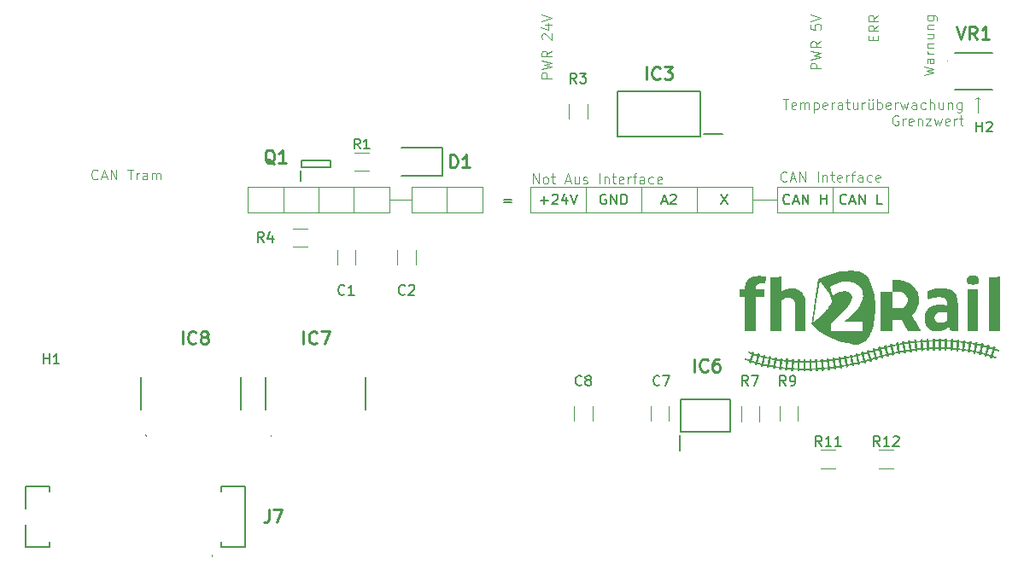
<source format=gto>
%TF.GenerationSoftware,KiCad,Pcbnew,9.0.1*%
%TF.CreationDate,2025-08-07T18:15:33+02:00*%
%TF.ProjectId,Hauptmodul,48617570-746d-46f6-9475-6c2e6b696361,rev?*%
%TF.SameCoordinates,Original*%
%TF.FileFunction,Legend,Top*%
%TF.FilePolarity,Positive*%
%FSLAX46Y46*%
G04 Gerber Fmt 4.6, Leading zero omitted, Abs format (unit mm)*
G04 Created by KiCad (PCBNEW 9.0.1) date 2025-08-07 18:15:33*
%MOMM*%
%LPD*%
G01*
G04 APERTURE LIST*
%ADD10C,0.100000*%
%ADD11C,0.200000*%
%ADD12C,0.150000*%
%ADD13C,0.254000*%
%ADD14C,0.000000*%
%ADD15C,0.022000*%
%ADD16C,0.120000*%
G04 APERTURE END LIST*
D10*
X176675312Y-61862180D02*
X176627693Y-61909800D01*
X176627693Y-61909800D02*
X176484836Y-61957419D01*
X176484836Y-61957419D02*
X176389598Y-61957419D01*
X176389598Y-61957419D02*
X176246741Y-61909800D01*
X176246741Y-61909800D02*
X176151503Y-61814561D01*
X176151503Y-61814561D02*
X176103884Y-61719323D01*
X176103884Y-61719323D02*
X176056265Y-61528847D01*
X176056265Y-61528847D02*
X176056265Y-61385990D01*
X176056265Y-61385990D02*
X176103884Y-61195514D01*
X176103884Y-61195514D02*
X176151503Y-61100276D01*
X176151503Y-61100276D02*
X176246741Y-61005038D01*
X176246741Y-61005038D02*
X176389598Y-60957419D01*
X176389598Y-60957419D02*
X176484836Y-60957419D01*
X176484836Y-60957419D02*
X176627693Y-61005038D01*
X176627693Y-61005038D02*
X176675312Y-61052657D01*
X177056265Y-61671704D02*
X177532455Y-61671704D01*
X176961027Y-61957419D02*
X177294360Y-60957419D01*
X177294360Y-60957419D02*
X177627693Y-61957419D01*
X177961027Y-61957419D02*
X177961027Y-60957419D01*
X177961027Y-60957419D02*
X178532455Y-61957419D01*
X178532455Y-61957419D02*
X178532455Y-60957419D01*
X179770551Y-61957419D02*
X179770551Y-60957419D01*
X180246741Y-61290752D02*
X180246741Y-61957419D01*
X180246741Y-61385990D02*
X180294360Y-61338371D01*
X180294360Y-61338371D02*
X180389598Y-61290752D01*
X180389598Y-61290752D02*
X180532455Y-61290752D01*
X180532455Y-61290752D02*
X180627693Y-61338371D01*
X180627693Y-61338371D02*
X180675312Y-61433609D01*
X180675312Y-61433609D02*
X180675312Y-61957419D01*
X181008646Y-61290752D02*
X181389598Y-61290752D01*
X181151503Y-60957419D02*
X181151503Y-61814561D01*
X181151503Y-61814561D02*
X181199122Y-61909800D01*
X181199122Y-61909800D02*
X181294360Y-61957419D01*
X181294360Y-61957419D02*
X181389598Y-61957419D01*
X182103884Y-61909800D02*
X182008646Y-61957419D01*
X182008646Y-61957419D02*
X181818170Y-61957419D01*
X181818170Y-61957419D02*
X181722932Y-61909800D01*
X181722932Y-61909800D02*
X181675313Y-61814561D01*
X181675313Y-61814561D02*
X181675313Y-61433609D01*
X181675313Y-61433609D02*
X181722932Y-61338371D01*
X181722932Y-61338371D02*
X181818170Y-61290752D01*
X181818170Y-61290752D02*
X182008646Y-61290752D01*
X182008646Y-61290752D02*
X182103884Y-61338371D01*
X182103884Y-61338371D02*
X182151503Y-61433609D01*
X182151503Y-61433609D02*
X182151503Y-61528847D01*
X182151503Y-61528847D02*
X181675313Y-61624085D01*
X182580075Y-61957419D02*
X182580075Y-61290752D01*
X182580075Y-61481228D02*
X182627694Y-61385990D01*
X182627694Y-61385990D02*
X182675313Y-61338371D01*
X182675313Y-61338371D02*
X182770551Y-61290752D01*
X182770551Y-61290752D02*
X182865789Y-61290752D01*
X183056266Y-61290752D02*
X183437218Y-61290752D01*
X183199123Y-61957419D02*
X183199123Y-61100276D01*
X183199123Y-61100276D02*
X183246742Y-61005038D01*
X183246742Y-61005038D02*
X183341980Y-60957419D01*
X183341980Y-60957419D02*
X183437218Y-60957419D01*
X184199123Y-61957419D02*
X184199123Y-61433609D01*
X184199123Y-61433609D02*
X184151504Y-61338371D01*
X184151504Y-61338371D02*
X184056266Y-61290752D01*
X184056266Y-61290752D02*
X183865790Y-61290752D01*
X183865790Y-61290752D02*
X183770552Y-61338371D01*
X184199123Y-61909800D02*
X184103885Y-61957419D01*
X184103885Y-61957419D02*
X183865790Y-61957419D01*
X183865790Y-61957419D02*
X183770552Y-61909800D01*
X183770552Y-61909800D02*
X183722933Y-61814561D01*
X183722933Y-61814561D02*
X183722933Y-61719323D01*
X183722933Y-61719323D02*
X183770552Y-61624085D01*
X183770552Y-61624085D02*
X183865790Y-61576466D01*
X183865790Y-61576466D02*
X184103885Y-61576466D01*
X184103885Y-61576466D02*
X184199123Y-61528847D01*
X185103885Y-61909800D02*
X185008647Y-61957419D01*
X185008647Y-61957419D02*
X184818171Y-61957419D01*
X184818171Y-61957419D02*
X184722933Y-61909800D01*
X184722933Y-61909800D02*
X184675314Y-61862180D01*
X184675314Y-61862180D02*
X184627695Y-61766942D01*
X184627695Y-61766942D02*
X184627695Y-61481228D01*
X184627695Y-61481228D02*
X184675314Y-61385990D01*
X184675314Y-61385990D02*
X184722933Y-61338371D01*
X184722933Y-61338371D02*
X184818171Y-61290752D01*
X184818171Y-61290752D02*
X185008647Y-61290752D01*
X185008647Y-61290752D02*
X185103885Y-61338371D01*
X185913409Y-61909800D02*
X185818171Y-61957419D01*
X185818171Y-61957419D02*
X185627695Y-61957419D01*
X185627695Y-61957419D02*
X185532457Y-61909800D01*
X185532457Y-61909800D02*
X185484838Y-61814561D01*
X185484838Y-61814561D02*
X185484838Y-61433609D01*
X185484838Y-61433609D02*
X185532457Y-61338371D01*
X185532457Y-61338371D02*
X185627695Y-61290752D01*
X185627695Y-61290752D02*
X185818171Y-61290752D01*
X185818171Y-61290752D02*
X185913409Y-61338371D01*
X185913409Y-61338371D02*
X185961028Y-61433609D01*
X185961028Y-61433609D02*
X185961028Y-61528847D01*
X185961028Y-61528847D02*
X185484838Y-61624085D01*
X151503884Y-62157419D02*
X151503884Y-61157419D01*
X151503884Y-61157419D02*
X152075312Y-62157419D01*
X152075312Y-62157419D02*
X152075312Y-61157419D01*
X152694360Y-62157419D02*
X152599122Y-62109800D01*
X152599122Y-62109800D02*
X152551503Y-62062180D01*
X152551503Y-62062180D02*
X152503884Y-61966942D01*
X152503884Y-61966942D02*
X152503884Y-61681228D01*
X152503884Y-61681228D02*
X152551503Y-61585990D01*
X152551503Y-61585990D02*
X152599122Y-61538371D01*
X152599122Y-61538371D02*
X152694360Y-61490752D01*
X152694360Y-61490752D02*
X152837217Y-61490752D01*
X152837217Y-61490752D02*
X152932455Y-61538371D01*
X152932455Y-61538371D02*
X152980074Y-61585990D01*
X152980074Y-61585990D02*
X153027693Y-61681228D01*
X153027693Y-61681228D02*
X153027693Y-61966942D01*
X153027693Y-61966942D02*
X152980074Y-62062180D01*
X152980074Y-62062180D02*
X152932455Y-62109800D01*
X152932455Y-62109800D02*
X152837217Y-62157419D01*
X152837217Y-62157419D02*
X152694360Y-62157419D01*
X153313408Y-61490752D02*
X153694360Y-61490752D01*
X153456265Y-61157419D02*
X153456265Y-62014561D01*
X153456265Y-62014561D02*
X153503884Y-62109800D01*
X153503884Y-62109800D02*
X153599122Y-62157419D01*
X153599122Y-62157419D02*
X153694360Y-62157419D01*
X154741980Y-61871704D02*
X155218170Y-61871704D01*
X154646742Y-62157419D02*
X154980075Y-61157419D01*
X154980075Y-61157419D02*
X155313408Y-62157419D01*
X156075313Y-61490752D02*
X156075313Y-62157419D01*
X155646742Y-61490752D02*
X155646742Y-62014561D01*
X155646742Y-62014561D02*
X155694361Y-62109800D01*
X155694361Y-62109800D02*
X155789599Y-62157419D01*
X155789599Y-62157419D02*
X155932456Y-62157419D01*
X155932456Y-62157419D02*
X156027694Y-62109800D01*
X156027694Y-62109800D02*
X156075313Y-62062180D01*
X156503885Y-62109800D02*
X156599123Y-62157419D01*
X156599123Y-62157419D02*
X156789599Y-62157419D01*
X156789599Y-62157419D02*
X156884837Y-62109800D01*
X156884837Y-62109800D02*
X156932456Y-62014561D01*
X156932456Y-62014561D02*
X156932456Y-61966942D01*
X156932456Y-61966942D02*
X156884837Y-61871704D01*
X156884837Y-61871704D02*
X156789599Y-61824085D01*
X156789599Y-61824085D02*
X156646742Y-61824085D01*
X156646742Y-61824085D02*
X156551504Y-61776466D01*
X156551504Y-61776466D02*
X156503885Y-61681228D01*
X156503885Y-61681228D02*
X156503885Y-61633609D01*
X156503885Y-61633609D02*
X156551504Y-61538371D01*
X156551504Y-61538371D02*
X156646742Y-61490752D01*
X156646742Y-61490752D02*
X156789599Y-61490752D01*
X156789599Y-61490752D02*
X156884837Y-61538371D01*
X158122933Y-62157419D02*
X158122933Y-61157419D01*
X158599123Y-61490752D02*
X158599123Y-62157419D01*
X158599123Y-61585990D02*
X158646742Y-61538371D01*
X158646742Y-61538371D02*
X158741980Y-61490752D01*
X158741980Y-61490752D02*
X158884837Y-61490752D01*
X158884837Y-61490752D02*
X158980075Y-61538371D01*
X158980075Y-61538371D02*
X159027694Y-61633609D01*
X159027694Y-61633609D02*
X159027694Y-62157419D01*
X159361028Y-61490752D02*
X159741980Y-61490752D01*
X159503885Y-61157419D02*
X159503885Y-62014561D01*
X159503885Y-62014561D02*
X159551504Y-62109800D01*
X159551504Y-62109800D02*
X159646742Y-62157419D01*
X159646742Y-62157419D02*
X159741980Y-62157419D01*
X160456266Y-62109800D02*
X160361028Y-62157419D01*
X160361028Y-62157419D02*
X160170552Y-62157419D01*
X160170552Y-62157419D02*
X160075314Y-62109800D01*
X160075314Y-62109800D02*
X160027695Y-62014561D01*
X160027695Y-62014561D02*
X160027695Y-61633609D01*
X160027695Y-61633609D02*
X160075314Y-61538371D01*
X160075314Y-61538371D02*
X160170552Y-61490752D01*
X160170552Y-61490752D02*
X160361028Y-61490752D01*
X160361028Y-61490752D02*
X160456266Y-61538371D01*
X160456266Y-61538371D02*
X160503885Y-61633609D01*
X160503885Y-61633609D02*
X160503885Y-61728847D01*
X160503885Y-61728847D02*
X160027695Y-61824085D01*
X160932457Y-62157419D02*
X160932457Y-61490752D01*
X160932457Y-61681228D02*
X160980076Y-61585990D01*
X160980076Y-61585990D02*
X161027695Y-61538371D01*
X161027695Y-61538371D02*
X161122933Y-61490752D01*
X161122933Y-61490752D02*
X161218171Y-61490752D01*
X161408648Y-61490752D02*
X161789600Y-61490752D01*
X161551505Y-62157419D02*
X161551505Y-61300276D01*
X161551505Y-61300276D02*
X161599124Y-61205038D01*
X161599124Y-61205038D02*
X161694362Y-61157419D01*
X161694362Y-61157419D02*
X161789600Y-61157419D01*
X162551505Y-62157419D02*
X162551505Y-61633609D01*
X162551505Y-61633609D02*
X162503886Y-61538371D01*
X162503886Y-61538371D02*
X162408648Y-61490752D01*
X162408648Y-61490752D02*
X162218172Y-61490752D01*
X162218172Y-61490752D02*
X162122934Y-61538371D01*
X162551505Y-62109800D02*
X162456267Y-62157419D01*
X162456267Y-62157419D02*
X162218172Y-62157419D01*
X162218172Y-62157419D02*
X162122934Y-62109800D01*
X162122934Y-62109800D02*
X162075315Y-62014561D01*
X162075315Y-62014561D02*
X162075315Y-61919323D01*
X162075315Y-61919323D02*
X162122934Y-61824085D01*
X162122934Y-61824085D02*
X162218172Y-61776466D01*
X162218172Y-61776466D02*
X162456267Y-61776466D01*
X162456267Y-61776466D02*
X162551505Y-61728847D01*
X163456267Y-62109800D02*
X163361029Y-62157419D01*
X163361029Y-62157419D02*
X163170553Y-62157419D01*
X163170553Y-62157419D02*
X163075315Y-62109800D01*
X163075315Y-62109800D02*
X163027696Y-62062180D01*
X163027696Y-62062180D02*
X162980077Y-61966942D01*
X162980077Y-61966942D02*
X162980077Y-61681228D01*
X162980077Y-61681228D02*
X163027696Y-61585990D01*
X163027696Y-61585990D02*
X163075315Y-61538371D01*
X163075315Y-61538371D02*
X163170553Y-61490752D01*
X163170553Y-61490752D02*
X163361029Y-61490752D01*
X163361029Y-61490752D02*
X163456267Y-61538371D01*
X164265791Y-62109800D02*
X164170553Y-62157419D01*
X164170553Y-62157419D02*
X163980077Y-62157419D01*
X163980077Y-62157419D02*
X163884839Y-62109800D01*
X163884839Y-62109800D02*
X163837220Y-62014561D01*
X163837220Y-62014561D02*
X163837220Y-61633609D01*
X163837220Y-61633609D02*
X163884839Y-61538371D01*
X163884839Y-61538371D02*
X163980077Y-61490752D01*
X163980077Y-61490752D02*
X164170553Y-61490752D01*
X164170553Y-61490752D02*
X164265791Y-61538371D01*
X164265791Y-61538371D02*
X164313410Y-61633609D01*
X164313410Y-61633609D02*
X164313410Y-61728847D01*
X164313410Y-61728847D02*
X163837220Y-61824085D01*
X195600000Y-53600000D02*
X195800000Y-53800000D01*
X195600000Y-53600000D02*
X195400000Y-53800000D01*
X195600000Y-53600000D02*
X195600000Y-55100000D01*
D11*
X148619048Y-63728409D02*
X149380953Y-63728409D01*
X149380953Y-64014123D02*
X148619048Y-64014123D01*
D10*
X173250000Y-63750000D02*
X175750000Y-63750000D01*
D11*
X182571428Y-64106980D02*
X182523809Y-64154600D01*
X182523809Y-64154600D02*
X182380952Y-64202219D01*
X182380952Y-64202219D02*
X182285714Y-64202219D01*
X182285714Y-64202219D02*
X182142857Y-64154600D01*
X182142857Y-64154600D02*
X182047619Y-64059361D01*
X182047619Y-64059361D02*
X182000000Y-63964123D01*
X182000000Y-63964123D02*
X181952381Y-63773647D01*
X181952381Y-63773647D02*
X181952381Y-63630790D01*
X181952381Y-63630790D02*
X182000000Y-63440314D01*
X182000000Y-63440314D02*
X182047619Y-63345076D01*
X182047619Y-63345076D02*
X182142857Y-63249838D01*
X182142857Y-63249838D02*
X182285714Y-63202219D01*
X182285714Y-63202219D02*
X182380952Y-63202219D01*
X182380952Y-63202219D02*
X182523809Y-63249838D01*
X182523809Y-63249838D02*
X182571428Y-63297457D01*
X182952381Y-63916504D02*
X183428571Y-63916504D01*
X182857143Y-64202219D02*
X183190476Y-63202219D01*
X183190476Y-63202219D02*
X183523809Y-64202219D01*
X183857143Y-64202219D02*
X183857143Y-63202219D01*
X183857143Y-63202219D02*
X184428571Y-64202219D01*
X184428571Y-64202219D02*
X184428571Y-63202219D01*
X186142857Y-64202219D02*
X185666667Y-64202219D01*
X185666667Y-64202219D02*
X185666667Y-63202219D01*
D10*
X181250000Y-62500000D02*
X186750000Y-62500000D01*
X186750000Y-65000000D01*
X181250000Y-65000000D01*
X181250000Y-62500000D01*
D11*
X176952380Y-64106980D02*
X176904761Y-64154600D01*
X176904761Y-64154600D02*
X176761904Y-64202219D01*
X176761904Y-64202219D02*
X176666666Y-64202219D01*
X176666666Y-64202219D02*
X176523809Y-64154600D01*
X176523809Y-64154600D02*
X176428571Y-64059361D01*
X176428571Y-64059361D02*
X176380952Y-63964123D01*
X176380952Y-63964123D02*
X176333333Y-63773647D01*
X176333333Y-63773647D02*
X176333333Y-63630790D01*
X176333333Y-63630790D02*
X176380952Y-63440314D01*
X176380952Y-63440314D02*
X176428571Y-63345076D01*
X176428571Y-63345076D02*
X176523809Y-63249838D01*
X176523809Y-63249838D02*
X176666666Y-63202219D01*
X176666666Y-63202219D02*
X176761904Y-63202219D01*
X176761904Y-63202219D02*
X176904761Y-63249838D01*
X176904761Y-63249838D02*
X176952380Y-63297457D01*
X177333333Y-63916504D02*
X177809523Y-63916504D01*
X177238095Y-64202219D02*
X177571428Y-63202219D01*
X177571428Y-63202219D02*
X177904761Y-64202219D01*
X178238095Y-64202219D02*
X178238095Y-63202219D01*
X178238095Y-63202219D02*
X178809523Y-64202219D01*
X178809523Y-64202219D02*
X178809523Y-63202219D01*
X180047619Y-64202219D02*
X180047619Y-63202219D01*
X180047619Y-63678409D02*
X180619047Y-63678409D01*
X180619047Y-64202219D02*
X180619047Y-63202219D01*
D10*
X175750000Y-62500000D02*
X181250000Y-62500000D01*
X181250000Y-65000000D01*
X175750000Y-65000000D01*
X175750000Y-62500000D01*
D11*
X170166667Y-63202219D02*
X170833333Y-64202219D01*
X170833333Y-63202219D02*
X170166667Y-64202219D01*
X164285714Y-63916504D02*
X164761904Y-63916504D01*
X164190476Y-64202219D02*
X164523809Y-63202219D01*
X164523809Y-63202219D02*
X164857142Y-64202219D01*
X165142857Y-63297457D02*
X165190476Y-63249838D01*
X165190476Y-63249838D02*
X165285714Y-63202219D01*
X165285714Y-63202219D02*
X165523809Y-63202219D01*
X165523809Y-63202219D02*
X165619047Y-63249838D01*
X165619047Y-63249838D02*
X165666666Y-63297457D01*
X165666666Y-63297457D02*
X165714285Y-63392695D01*
X165714285Y-63392695D02*
X165714285Y-63487933D01*
X165714285Y-63487933D02*
X165666666Y-63630790D01*
X165666666Y-63630790D02*
X165095238Y-64202219D01*
X165095238Y-64202219D02*
X165714285Y-64202219D01*
D10*
X167750000Y-62500000D02*
X173250000Y-62500000D01*
X173250000Y-65000000D01*
X167750000Y-65000000D01*
X167750000Y-62500000D01*
X162250000Y-62500000D02*
X167750000Y-62500000D01*
X167750000Y-65000000D01*
X162250000Y-65000000D01*
X162250000Y-62500000D01*
D11*
X158738095Y-63249838D02*
X158642857Y-63202219D01*
X158642857Y-63202219D02*
X158500000Y-63202219D01*
X158500000Y-63202219D02*
X158357143Y-63249838D01*
X158357143Y-63249838D02*
X158261905Y-63345076D01*
X158261905Y-63345076D02*
X158214286Y-63440314D01*
X158214286Y-63440314D02*
X158166667Y-63630790D01*
X158166667Y-63630790D02*
X158166667Y-63773647D01*
X158166667Y-63773647D02*
X158214286Y-63964123D01*
X158214286Y-63964123D02*
X158261905Y-64059361D01*
X158261905Y-64059361D02*
X158357143Y-64154600D01*
X158357143Y-64154600D02*
X158500000Y-64202219D01*
X158500000Y-64202219D02*
X158595238Y-64202219D01*
X158595238Y-64202219D02*
X158738095Y-64154600D01*
X158738095Y-64154600D02*
X158785714Y-64106980D01*
X158785714Y-64106980D02*
X158785714Y-63773647D01*
X158785714Y-63773647D02*
X158595238Y-63773647D01*
X159214286Y-64202219D02*
X159214286Y-63202219D01*
X159214286Y-63202219D02*
X159785714Y-64202219D01*
X159785714Y-64202219D02*
X159785714Y-63202219D01*
X160261905Y-64202219D02*
X160261905Y-63202219D01*
X160261905Y-63202219D02*
X160500000Y-63202219D01*
X160500000Y-63202219D02*
X160642857Y-63249838D01*
X160642857Y-63249838D02*
X160738095Y-63345076D01*
X160738095Y-63345076D02*
X160785714Y-63440314D01*
X160785714Y-63440314D02*
X160833333Y-63630790D01*
X160833333Y-63630790D02*
X160833333Y-63773647D01*
X160833333Y-63773647D02*
X160785714Y-63964123D01*
X160785714Y-63964123D02*
X160738095Y-64059361D01*
X160738095Y-64059361D02*
X160642857Y-64154600D01*
X160642857Y-64154600D02*
X160500000Y-64202219D01*
X160500000Y-64202219D02*
X160261905Y-64202219D01*
D10*
X156750000Y-62500000D02*
X162250000Y-62500000D01*
X162250000Y-65000000D01*
X156750000Y-65000000D01*
X156750000Y-62500000D01*
D11*
X152238095Y-63821266D02*
X153000000Y-63821266D01*
X152619047Y-64202219D02*
X152619047Y-63440314D01*
X153428571Y-63297457D02*
X153476190Y-63249838D01*
X153476190Y-63249838D02*
X153571428Y-63202219D01*
X153571428Y-63202219D02*
X153809523Y-63202219D01*
X153809523Y-63202219D02*
X153904761Y-63249838D01*
X153904761Y-63249838D02*
X153952380Y-63297457D01*
X153952380Y-63297457D02*
X153999999Y-63392695D01*
X153999999Y-63392695D02*
X153999999Y-63487933D01*
X153999999Y-63487933D02*
X153952380Y-63630790D01*
X153952380Y-63630790D02*
X153380952Y-64202219D01*
X153380952Y-64202219D02*
X153999999Y-64202219D01*
X154857142Y-63535552D02*
X154857142Y-64202219D01*
X154619047Y-63154600D02*
X154380952Y-63868885D01*
X154380952Y-63868885D02*
X154999999Y-63868885D01*
X155238095Y-63202219D02*
X155571428Y-64202219D01*
X155571428Y-64202219D02*
X155904761Y-63202219D01*
D10*
X151250000Y-62500000D02*
X156750000Y-62500000D01*
X156750000Y-65000000D01*
X151250000Y-65000000D01*
X151250000Y-62500000D01*
X137250000Y-63750000D02*
X139500000Y-63750000D01*
X143000000Y-62500000D02*
X146500000Y-62500000D01*
X146500000Y-65000000D01*
X143000000Y-65000000D01*
X143000000Y-62500000D01*
X139500000Y-62500000D02*
X143000000Y-62500000D01*
X143000000Y-65000000D01*
X139500000Y-65000000D01*
X139500000Y-62500000D01*
X133750000Y-62500000D02*
X137250000Y-62500000D01*
X137250000Y-65000000D01*
X133750000Y-65000000D01*
X133750000Y-62500000D01*
X130250000Y-62500000D02*
X133750000Y-62500000D01*
X133750000Y-65000000D01*
X130250000Y-65000000D01*
X130250000Y-62500000D01*
X126750000Y-62500000D02*
X130250000Y-62500000D01*
X130250000Y-65000000D01*
X126750000Y-65000000D01*
X126750000Y-62500000D01*
X123250000Y-62500000D02*
X126750000Y-62500000D01*
X126750000Y-65000000D01*
X123250000Y-65000000D01*
X123250000Y-62500000D01*
X108366666Y-61662180D02*
X108319047Y-61709800D01*
X108319047Y-61709800D02*
X108176190Y-61757419D01*
X108176190Y-61757419D02*
X108080952Y-61757419D01*
X108080952Y-61757419D02*
X107938095Y-61709800D01*
X107938095Y-61709800D02*
X107842857Y-61614561D01*
X107842857Y-61614561D02*
X107795238Y-61519323D01*
X107795238Y-61519323D02*
X107747619Y-61328847D01*
X107747619Y-61328847D02*
X107747619Y-61185990D01*
X107747619Y-61185990D02*
X107795238Y-60995514D01*
X107795238Y-60995514D02*
X107842857Y-60900276D01*
X107842857Y-60900276D02*
X107938095Y-60805038D01*
X107938095Y-60805038D02*
X108080952Y-60757419D01*
X108080952Y-60757419D02*
X108176190Y-60757419D01*
X108176190Y-60757419D02*
X108319047Y-60805038D01*
X108319047Y-60805038D02*
X108366666Y-60852657D01*
X108747619Y-61471704D02*
X109223809Y-61471704D01*
X108652381Y-61757419D02*
X108985714Y-60757419D01*
X108985714Y-60757419D02*
X109319047Y-61757419D01*
X109652381Y-61757419D02*
X109652381Y-60757419D01*
X109652381Y-60757419D02*
X110223809Y-61757419D01*
X110223809Y-61757419D02*
X110223809Y-60757419D01*
X111319048Y-60757419D02*
X111890476Y-60757419D01*
X111604762Y-61757419D02*
X111604762Y-60757419D01*
X112223810Y-61757419D02*
X112223810Y-61090752D01*
X112223810Y-61281228D02*
X112271429Y-61185990D01*
X112271429Y-61185990D02*
X112319048Y-61138371D01*
X112319048Y-61138371D02*
X112414286Y-61090752D01*
X112414286Y-61090752D02*
X112509524Y-61090752D01*
X113271429Y-61757419D02*
X113271429Y-61233609D01*
X113271429Y-61233609D02*
X113223810Y-61138371D01*
X113223810Y-61138371D02*
X113128572Y-61090752D01*
X113128572Y-61090752D02*
X112938096Y-61090752D01*
X112938096Y-61090752D02*
X112842858Y-61138371D01*
X113271429Y-61709800D02*
X113176191Y-61757419D01*
X113176191Y-61757419D02*
X112938096Y-61757419D01*
X112938096Y-61757419D02*
X112842858Y-61709800D01*
X112842858Y-61709800D02*
X112795239Y-61614561D01*
X112795239Y-61614561D02*
X112795239Y-61519323D01*
X112795239Y-61519323D02*
X112842858Y-61424085D01*
X112842858Y-61424085D02*
X112938096Y-61376466D01*
X112938096Y-61376466D02*
X113176191Y-61376466D01*
X113176191Y-61376466D02*
X113271429Y-61328847D01*
X113747620Y-61757419D02*
X113747620Y-61090752D01*
X113747620Y-61185990D02*
X113795239Y-61138371D01*
X113795239Y-61138371D02*
X113890477Y-61090752D01*
X113890477Y-61090752D02*
X114033334Y-61090752D01*
X114033334Y-61090752D02*
X114128572Y-61138371D01*
X114128572Y-61138371D02*
X114176191Y-61233609D01*
X114176191Y-61233609D02*
X114176191Y-61757419D01*
X114176191Y-61233609D02*
X114223810Y-61138371D01*
X114223810Y-61138371D02*
X114319048Y-61090752D01*
X114319048Y-61090752D02*
X114461905Y-61090752D01*
X114461905Y-61090752D02*
X114557144Y-61138371D01*
X114557144Y-61138371D02*
X114604763Y-61233609D01*
X114604763Y-61233609D02*
X114604763Y-61757419D01*
X180057419Y-50741979D02*
X179057419Y-50741979D01*
X179057419Y-50741979D02*
X179057419Y-50361027D01*
X179057419Y-50361027D02*
X179105038Y-50265789D01*
X179105038Y-50265789D02*
X179152657Y-50218170D01*
X179152657Y-50218170D02*
X179247895Y-50170551D01*
X179247895Y-50170551D02*
X179390752Y-50170551D01*
X179390752Y-50170551D02*
X179485990Y-50218170D01*
X179485990Y-50218170D02*
X179533609Y-50265789D01*
X179533609Y-50265789D02*
X179581228Y-50361027D01*
X179581228Y-50361027D02*
X179581228Y-50741979D01*
X179057419Y-49837217D02*
X180057419Y-49599122D01*
X180057419Y-49599122D02*
X179343133Y-49408646D01*
X179343133Y-49408646D02*
X180057419Y-49218170D01*
X180057419Y-49218170D02*
X179057419Y-48980075D01*
X180057419Y-48027694D02*
X179581228Y-48361027D01*
X180057419Y-48599122D02*
X179057419Y-48599122D01*
X179057419Y-48599122D02*
X179057419Y-48218170D01*
X179057419Y-48218170D02*
X179105038Y-48122932D01*
X179105038Y-48122932D02*
X179152657Y-48075313D01*
X179152657Y-48075313D02*
X179247895Y-48027694D01*
X179247895Y-48027694D02*
X179390752Y-48027694D01*
X179390752Y-48027694D02*
X179485990Y-48075313D01*
X179485990Y-48075313D02*
X179533609Y-48122932D01*
X179533609Y-48122932D02*
X179581228Y-48218170D01*
X179581228Y-48218170D02*
X179581228Y-48599122D01*
X179057419Y-46361027D02*
X179057419Y-46837217D01*
X179057419Y-46837217D02*
X179533609Y-46884836D01*
X179533609Y-46884836D02*
X179485990Y-46837217D01*
X179485990Y-46837217D02*
X179438371Y-46741979D01*
X179438371Y-46741979D02*
X179438371Y-46503884D01*
X179438371Y-46503884D02*
X179485990Y-46408646D01*
X179485990Y-46408646D02*
X179533609Y-46361027D01*
X179533609Y-46361027D02*
X179628847Y-46313408D01*
X179628847Y-46313408D02*
X179866942Y-46313408D01*
X179866942Y-46313408D02*
X179962180Y-46361027D01*
X179962180Y-46361027D02*
X180009800Y-46408646D01*
X180009800Y-46408646D02*
X180057419Y-46503884D01*
X180057419Y-46503884D02*
X180057419Y-46741979D01*
X180057419Y-46741979D02*
X180009800Y-46837217D01*
X180009800Y-46837217D02*
X179962180Y-46884836D01*
X179057419Y-46027693D02*
X180057419Y-45694360D01*
X180057419Y-45694360D02*
X179057419Y-45361027D01*
X153357419Y-51694360D02*
X152357419Y-51694360D01*
X152357419Y-51694360D02*
X152357419Y-51313408D01*
X152357419Y-51313408D02*
X152405038Y-51218170D01*
X152405038Y-51218170D02*
X152452657Y-51170551D01*
X152452657Y-51170551D02*
X152547895Y-51122932D01*
X152547895Y-51122932D02*
X152690752Y-51122932D01*
X152690752Y-51122932D02*
X152785990Y-51170551D01*
X152785990Y-51170551D02*
X152833609Y-51218170D01*
X152833609Y-51218170D02*
X152881228Y-51313408D01*
X152881228Y-51313408D02*
X152881228Y-51694360D01*
X152357419Y-50789598D02*
X153357419Y-50551503D01*
X153357419Y-50551503D02*
X152643133Y-50361027D01*
X152643133Y-50361027D02*
X153357419Y-50170551D01*
X153357419Y-50170551D02*
X152357419Y-49932456D01*
X153357419Y-48980075D02*
X152881228Y-49313408D01*
X153357419Y-49551503D02*
X152357419Y-49551503D01*
X152357419Y-49551503D02*
X152357419Y-49170551D01*
X152357419Y-49170551D02*
X152405038Y-49075313D01*
X152405038Y-49075313D02*
X152452657Y-49027694D01*
X152452657Y-49027694D02*
X152547895Y-48980075D01*
X152547895Y-48980075D02*
X152690752Y-48980075D01*
X152690752Y-48980075D02*
X152785990Y-49027694D01*
X152785990Y-49027694D02*
X152833609Y-49075313D01*
X152833609Y-49075313D02*
X152881228Y-49170551D01*
X152881228Y-49170551D02*
X152881228Y-49551503D01*
X152452657Y-47837217D02*
X152405038Y-47789598D01*
X152405038Y-47789598D02*
X152357419Y-47694360D01*
X152357419Y-47694360D02*
X152357419Y-47456265D01*
X152357419Y-47456265D02*
X152405038Y-47361027D01*
X152405038Y-47361027D02*
X152452657Y-47313408D01*
X152452657Y-47313408D02*
X152547895Y-47265789D01*
X152547895Y-47265789D02*
X152643133Y-47265789D01*
X152643133Y-47265789D02*
X152785990Y-47313408D01*
X152785990Y-47313408D02*
X153357419Y-47884836D01*
X153357419Y-47884836D02*
X153357419Y-47265789D01*
X152690752Y-46408646D02*
X153357419Y-46408646D01*
X152309800Y-46646741D02*
X153024085Y-46884836D01*
X153024085Y-46884836D02*
X153024085Y-46265789D01*
X152357419Y-46027693D02*
X153357419Y-45694360D01*
X153357419Y-45694360D02*
X152357419Y-45361027D01*
X190257419Y-51408646D02*
X191257419Y-51170551D01*
X191257419Y-51170551D02*
X190543133Y-50980075D01*
X190543133Y-50980075D02*
X191257419Y-50789599D01*
X191257419Y-50789599D02*
X190257419Y-50551504D01*
X191257419Y-49741980D02*
X190733609Y-49741980D01*
X190733609Y-49741980D02*
X190638371Y-49789599D01*
X190638371Y-49789599D02*
X190590752Y-49884837D01*
X190590752Y-49884837D02*
X190590752Y-50075313D01*
X190590752Y-50075313D02*
X190638371Y-50170551D01*
X191209800Y-49741980D02*
X191257419Y-49837218D01*
X191257419Y-49837218D02*
X191257419Y-50075313D01*
X191257419Y-50075313D02*
X191209800Y-50170551D01*
X191209800Y-50170551D02*
X191114561Y-50218170D01*
X191114561Y-50218170D02*
X191019323Y-50218170D01*
X191019323Y-50218170D02*
X190924085Y-50170551D01*
X190924085Y-50170551D02*
X190876466Y-50075313D01*
X190876466Y-50075313D02*
X190876466Y-49837218D01*
X190876466Y-49837218D02*
X190828847Y-49741980D01*
X191257419Y-49265789D02*
X190590752Y-49265789D01*
X190781228Y-49265789D02*
X190685990Y-49218170D01*
X190685990Y-49218170D02*
X190638371Y-49170551D01*
X190638371Y-49170551D02*
X190590752Y-49075313D01*
X190590752Y-49075313D02*
X190590752Y-48980075D01*
X190590752Y-48646741D02*
X191257419Y-48646741D01*
X190685990Y-48646741D02*
X190638371Y-48599122D01*
X190638371Y-48599122D02*
X190590752Y-48503884D01*
X190590752Y-48503884D02*
X190590752Y-48361027D01*
X190590752Y-48361027D02*
X190638371Y-48265789D01*
X190638371Y-48265789D02*
X190733609Y-48218170D01*
X190733609Y-48218170D02*
X191257419Y-48218170D01*
X190590752Y-47313408D02*
X191257419Y-47313408D01*
X190590752Y-47741979D02*
X191114561Y-47741979D01*
X191114561Y-47741979D02*
X191209800Y-47694360D01*
X191209800Y-47694360D02*
X191257419Y-47599122D01*
X191257419Y-47599122D02*
X191257419Y-47456265D01*
X191257419Y-47456265D02*
X191209800Y-47361027D01*
X191209800Y-47361027D02*
X191162180Y-47313408D01*
X190590752Y-46837217D02*
X191257419Y-46837217D01*
X190685990Y-46837217D02*
X190638371Y-46789598D01*
X190638371Y-46789598D02*
X190590752Y-46694360D01*
X190590752Y-46694360D02*
X190590752Y-46551503D01*
X190590752Y-46551503D02*
X190638371Y-46456265D01*
X190638371Y-46456265D02*
X190733609Y-46408646D01*
X190733609Y-46408646D02*
X191257419Y-46408646D01*
X190590752Y-45503884D02*
X191400276Y-45503884D01*
X191400276Y-45503884D02*
X191495514Y-45551503D01*
X191495514Y-45551503D02*
X191543133Y-45599122D01*
X191543133Y-45599122D02*
X191590752Y-45694360D01*
X191590752Y-45694360D02*
X191590752Y-45837217D01*
X191590752Y-45837217D02*
X191543133Y-45932455D01*
X191209800Y-45503884D02*
X191257419Y-45599122D01*
X191257419Y-45599122D02*
X191257419Y-45789598D01*
X191257419Y-45789598D02*
X191209800Y-45884836D01*
X191209800Y-45884836D02*
X191162180Y-45932455D01*
X191162180Y-45932455D02*
X191066942Y-45980074D01*
X191066942Y-45980074D02*
X190781228Y-45980074D01*
X190781228Y-45980074D02*
X190685990Y-45932455D01*
X190685990Y-45932455D02*
X190638371Y-45884836D01*
X190638371Y-45884836D02*
X190590752Y-45789598D01*
X190590752Y-45789598D02*
X190590752Y-45599122D01*
X190590752Y-45599122D02*
X190638371Y-45503884D01*
X185233609Y-47932455D02*
X185233609Y-47599122D01*
X185757419Y-47456265D02*
X185757419Y-47932455D01*
X185757419Y-47932455D02*
X184757419Y-47932455D01*
X184757419Y-47932455D02*
X184757419Y-47456265D01*
X185757419Y-46456265D02*
X185281228Y-46789598D01*
X185757419Y-47027693D02*
X184757419Y-47027693D01*
X184757419Y-47027693D02*
X184757419Y-46646741D01*
X184757419Y-46646741D02*
X184805038Y-46551503D01*
X184805038Y-46551503D02*
X184852657Y-46503884D01*
X184852657Y-46503884D02*
X184947895Y-46456265D01*
X184947895Y-46456265D02*
X185090752Y-46456265D01*
X185090752Y-46456265D02*
X185185990Y-46503884D01*
X185185990Y-46503884D02*
X185233609Y-46551503D01*
X185233609Y-46551503D02*
X185281228Y-46646741D01*
X185281228Y-46646741D02*
X185281228Y-47027693D01*
X185757419Y-45456265D02*
X185281228Y-45789598D01*
X185757419Y-46027693D02*
X184757419Y-46027693D01*
X184757419Y-46027693D02*
X184757419Y-45646741D01*
X184757419Y-45646741D02*
X184805038Y-45551503D01*
X184805038Y-45551503D02*
X184852657Y-45503884D01*
X184852657Y-45503884D02*
X184947895Y-45456265D01*
X184947895Y-45456265D02*
X185090752Y-45456265D01*
X185090752Y-45456265D02*
X185185990Y-45503884D01*
X185185990Y-45503884D02*
X185233609Y-45551503D01*
X185233609Y-45551503D02*
X185281228Y-45646741D01*
X185281228Y-45646741D02*
X185281228Y-46027693D01*
X176281827Y-53762475D02*
X176853255Y-53762475D01*
X176567541Y-54762475D02*
X176567541Y-53762475D01*
X177567541Y-54714856D02*
X177472303Y-54762475D01*
X177472303Y-54762475D02*
X177281827Y-54762475D01*
X177281827Y-54762475D02*
X177186589Y-54714856D01*
X177186589Y-54714856D02*
X177138970Y-54619617D01*
X177138970Y-54619617D02*
X177138970Y-54238665D01*
X177138970Y-54238665D02*
X177186589Y-54143427D01*
X177186589Y-54143427D02*
X177281827Y-54095808D01*
X177281827Y-54095808D02*
X177472303Y-54095808D01*
X177472303Y-54095808D02*
X177567541Y-54143427D01*
X177567541Y-54143427D02*
X177615160Y-54238665D01*
X177615160Y-54238665D02*
X177615160Y-54333903D01*
X177615160Y-54333903D02*
X177138970Y-54429141D01*
X178043732Y-54762475D02*
X178043732Y-54095808D01*
X178043732Y-54191046D02*
X178091351Y-54143427D01*
X178091351Y-54143427D02*
X178186589Y-54095808D01*
X178186589Y-54095808D02*
X178329446Y-54095808D01*
X178329446Y-54095808D02*
X178424684Y-54143427D01*
X178424684Y-54143427D02*
X178472303Y-54238665D01*
X178472303Y-54238665D02*
X178472303Y-54762475D01*
X178472303Y-54238665D02*
X178519922Y-54143427D01*
X178519922Y-54143427D02*
X178615160Y-54095808D01*
X178615160Y-54095808D02*
X178758017Y-54095808D01*
X178758017Y-54095808D02*
X178853256Y-54143427D01*
X178853256Y-54143427D02*
X178900875Y-54238665D01*
X178900875Y-54238665D02*
X178900875Y-54762475D01*
X179377065Y-54095808D02*
X179377065Y-55095808D01*
X179377065Y-54143427D02*
X179472303Y-54095808D01*
X179472303Y-54095808D02*
X179662779Y-54095808D01*
X179662779Y-54095808D02*
X179758017Y-54143427D01*
X179758017Y-54143427D02*
X179805636Y-54191046D01*
X179805636Y-54191046D02*
X179853255Y-54286284D01*
X179853255Y-54286284D02*
X179853255Y-54571998D01*
X179853255Y-54571998D02*
X179805636Y-54667236D01*
X179805636Y-54667236D02*
X179758017Y-54714856D01*
X179758017Y-54714856D02*
X179662779Y-54762475D01*
X179662779Y-54762475D02*
X179472303Y-54762475D01*
X179472303Y-54762475D02*
X179377065Y-54714856D01*
X180662779Y-54714856D02*
X180567541Y-54762475D01*
X180567541Y-54762475D02*
X180377065Y-54762475D01*
X180377065Y-54762475D02*
X180281827Y-54714856D01*
X180281827Y-54714856D02*
X180234208Y-54619617D01*
X180234208Y-54619617D02*
X180234208Y-54238665D01*
X180234208Y-54238665D02*
X180281827Y-54143427D01*
X180281827Y-54143427D02*
X180377065Y-54095808D01*
X180377065Y-54095808D02*
X180567541Y-54095808D01*
X180567541Y-54095808D02*
X180662779Y-54143427D01*
X180662779Y-54143427D02*
X180710398Y-54238665D01*
X180710398Y-54238665D02*
X180710398Y-54333903D01*
X180710398Y-54333903D02*
X180234208Y-54429141D01*
X181138970Y-54762475D02*
X181138970Y-54095808D01*
X181138970Y-54286284D02*
X181186589Y-54191046D01*
X181186589Y-54191046D02*
X181234208Y-54143427D01*
X181234208Y-54143427D02*
X181329446Y-54095808D01*
X181329446Y-54095808D02*
X181424684Y-54095808D01*
X182186589Y-54762475D02*
X182186589Y-54238665D01*
X182186589Y-54238665D02*
X182138970Y-54143427D01*
X182138970Y-54143427D02*
X182043732Y-54095808D01*
X182043732Y-54095808D02*
X181853256Y-54095808D01*
X181853256Y-54095808D02*
X181758018Y-54143427D01*
X182186589Y-54714856D02*
X182091351Y-54762475D01*
X182091351Y-54762475D02*
X181853256Y-54762475D01*
X181853256Y-54762475D02*
X181758018Y-54714856D01*
X181758018Y-54714856D02*
X181710399Y-54619617D01*
X181710399Y-54619617D02*
X181710399Y-54524379D01*
X181710399Y-54524379D02*
X181758018Y-54429141D01*
X181758018Y-54429141D02*
X181853256Y-54381522D01*
X181853256Y-54381522D02*
X182091351Y-54381522D01*
X182091351Y-54381522D02*
X182186589Y-54333903D01*
X182519923Y-54095808D02*
X182900875Y-54095808D01*
X182662780Y-53762475D02*
X182662780Y-54619617D01*
X182662780Y-54619617D02*
X182710399Y-54714856D01*
X182710399Y-54714856D02*
X182805637Y-54762475D01*
X182805637Y-54762475D02*
X182900875Y-54762475D01*
X183662780Y-54095808D02*
X183662780Y-54762475D01*
X183234209Y-54095808D02*
X183234209Y-54619617D01*
X183234209Y-54619617D02*
X183281828Y-54714856D01*
X183281828Y-54714856D02*
X183377066Y-54762475D01*
X183377066Y-54762475D02*
X183519923Y-54762475D01*
X183519923Y-54762475D02*
X183615161Y-54714856D01*
X183615161Y-54714856D02*
X183662780Y-54667236D01*
X184138971Y-54762475D02*
X184138971Y-54095808D01*
X184138971Y-54286284D02*
X184186590Y-54191046D01*
X184186590Y-54191046D02*
X184234209Y-54143427D01*
X184234209Y-54143427D02*
X184329447Y-54095808D01*
X184329447Y-54095808D02*
X184424685Y-54095808D01*
X185186590Y-54095808D02*
X185186590Y-54762475D01*
X184758019Y-54095808D02*
X184758019Y-54619617D01*
X184758019Y-54619617D02*
X184805638Y-54714856D01*
X184805638Y-54714856D02*
X184900876Y-54762475D01*
X184900876Y-54762475D02*
X185043733Y-54762475D01*
X185043733Y-54762475D02*
X185138971Y-54714856D01*
X185138971Y-54714856D02*
X185186590Y-54667236D01*
X184805638Y-53762475D02*
X184853257Y-53810094D01*
X184853257Y-53810094D02*
X184805638Y-53857713D01*
X184805638Y-53857713D02*
X184758019Y-53810094D01*
X184758019Y-53810094D02*
X184805638Y-53762475D01*
X184805638Y-53762475D02*
X184805638Y-53857713D01*
X185186590Y-53762475D02*
X185234209Y-53810094D01*
X185234209Y-53810094D02*
X185186590Y-53857713D01*
X185186590Y-53857713D02*
X185138971Y-53810094D01*
X185138971Y-53810094D02*
X185186590Y-53762475D01*
X185186590Y-53762475D02*
X185186590Y-53857713D01*
X185662781Y-54762475D02*
X185662781Y-53762475D01*
X185662781Y-54143427D02*
X185758019Y-54095808D01*
X185758019Y-54095808D02*
X185948495Y-54095808D01*
X185948495Y-54095808D02*
X186043733Y-54143427D01*
X186043733Y-54143427D02*
X186091352Y-54191046D01*
X186091352Y-54191046D02*
X186138971Y-54286284D01*
X186138971Y-54286284D02*
X186138971Y-54571998D01*
X186138971Y-54571998D02*
X186091352Y-54667236D01*
X186091352Y-54667236D02*
X186043733Y-54714856D01*
X186043733Y-54714856D02*
X185948495Y-54762475D01*
X185948495Y-54762475D02*
X185758019Y-54762475D01*
X185758019Y-54762475D02*
X185662781Y-54714856D01*
X186948495Y-54714856D02*
X186853257Y-54762475D01*
X186853257Y-54762475D02*
X186662781Y-54762475D01*
X186662781Y-54762475D02*
X186567543Y-54714856D01*
X186567543Y-54714856D02*
X186519924Y-54619617D01*
X186519924Y-54619617D02*
X186519924Y-54238665D01*
X186519924Y-54238665D02*
X186567543Y-54143427D01*
X186567543Y-54143427D02*
X186662781Y-54095808D01*
X186662781Y-54095808D02*
X186853257Y-54095808D01*
X186853257Y-54095808D02*
X186948495Y-54143427D01*
X186948495Y-54143427D02*
X186996114Y-54238665D01*
X186996114Y-54238665D02*
X186996114Y-54333903D01*
X186996114Y-54333903D02*
X186519924Y-54429141D01*
X187424686Y-54762475D02*
X187424686Y-54095808D01*
X187424686Y-54286284D02*
X187472305Y-54191046D01*
X187472305Y-54191046D02*
X187519924Y-54143427D01*
X187519924Y-54143427D02*
X187615162Y-54095808D01*
X187615162Y-54095808D02*
X187710400Y-54095808D01*
X187948496Y-54095808D02*
X188138972Y-54762475D01*
X188138972Y-54762475D02*
X188329448Y-54286284D01*
X188329448Y-54286284D02*
X188519924Y-54762475D01*
X188519924Y-54762475D02*
X188710400Y-54095808D01*
X189519924Y-54762475D02*
X189519924Y-54238665D01*
X189519924Y-54238665D02*
X189472305Y-54143427D01*
X189472305Y-54143427D02*
X189377067Y-54095808D01*
X189377067Y-54095808D02*
X189186591Y-54095808D01*
X189186591Y-54095808D02*
X189091353Y-54143427D01*
X189519924Y-54714856D02*
X189424686Y-54762475D01*
X189424686Y-54762475D02*
X189186591Y-54762475D01*
X189186591Y-54762475D02*
X189091353Y-54714856D01*
X189091353Y-54714856D02*
X189043734Y-54619617D01*
X189043734Y-54619617D02*
X189043734Y-54524379D01*
X189043734Y-54524379D02*
X189091353Y-54429141D01*
X189091353Y-54429141D02*
X189186591Y-54381522D01*
X189186591Y-54381522D02*
X189424686Y-54381522D01*
X189424686Y-54381522D02*
X189519924Y-54333903D01*
X190424686Y-54714856D02*
X190329448Y-54762475D01*
X190329448Y-54762475D02*
X190138972Y-54762475D01*
X190138972Y-54762475D02*
X190043734Y-54714856D01*
X190043734Y-54714856D02*
X189996115Y-54667236D01*
X189996115Y-54667236D02*
X189948496Y-54571998D01*
X189948496Y-54571998D02*
X189948496Y-54286284D01*
X189948496Y-54286284D02*
X189996115Y-54191046D01*
X189996115Y-54191046D02*
X190043734Y-54143427D01*
X190043734Y-54143427D02*
X190138972Y-54095808D01*
X190138972Y-54095808D02*
X190329448Y-54095808D01*
X190329448Y-54095808D02*
X190424686Y-54143427D01*
X190853258Y-54762475D02*
X190853258Y-53762475D01*
X191281829Y-54762475D02*
X191281829Y-54238665D01*
X191281829Y-54238665D02*
X191234210Y-54143427D01*
X191234210Y-54143427D02*
X191138972Y-54095808D01*
X191138972Y-54095808D02*
X190996115Y-54095808D01*
X190996115Y-54095808D02*
X190900877Y-54143427D01*
X190900877Y-54143427D02*
X190853258Y-54191046D01*
X192186591Y-54095808D02*
X192186591Y-54762475D01*
X191758020Y-54095808D02*
X191758020Y-54619617D01*
X191758020Y-54619617D02*
X191805639Y-54714856D01*
X191805639Y-54714856D02*
X191900877Y-54762475D01*
X191900877Y-54762475D02*
X192043734Y-54762475D01*
X192043734Y-54762475D02*
X192138972Y-54714856D01*
X192138972Y-54714856D02*
X192186591Y-54667236D01*
X192662782Y-54095808D02*
X192662782Y-54762475D01*
X192662782Y-54191046D02*
X192710401Y-54143427D01*
X192710401Y-54143427D02*
X192805639Y-54095808D01*
X192805639Y-54095808D02*
X192948496Y-54095808D01*
X192948496Y-54095808D02*
X193043734Y-54143427D01*
X193043734Y-54143427D02*
X193091353Y-54238665D01*
X193091353Y-54238665D02*
X193091353Y-54762475D01*
X193996115Y-54095808D02*
X193996115Y-54905332D01*
X193996115Y-54905332D02*
X193948496Y-55000570D01*
X193948496Y-55000570D02*
X193900877Y-55048189D01*
X193900877Y-55048189D02*
X193805639Y-55095808D01*
X193805639Y-55095808D02*
X193662782Y-55095808D01*
X193662782Y-55095808D02*
X193567544Y-55048189D01*
X193996115Y-54714856D02*
X193900877Y-54762475D01*
X193900877Y-54762475D02*
X193710401Y-54762475D01*
X193710401Y-54762475D02*
X193615163Y-54714856D01*
X193615163Y-54714856D02*
X193567544Y-54667236D01*
X193567544Y-54667236D02*
X193519925Y-54571998D01*
X193519925Y-54571998D02*
X193519925Y-54286284D01*
X193519925Y-54286284D02*
X193567544Y-54191046D01*
X193567544Y-54191046D02*
X193615163Y-54143427D01*
X193615163Y-54143427D02*
X193710401Y-54095808D01*
X193710401Y-54095808D02*
X193900877Y-54095808D01*
X193900877Y-54095808D02*
X193996115Y-54143427D01*
X187710399Y-55420038D02*
X187615161Y-55372419D01*
X187615161Y-55372419D02*
X187472304Y-55372419D01*
X187472304Y-55372419D02*
X187329447Y-55420038D01*
X187329447Y-55420038D02*
X187234209Y-55515276D01*
X187234209Y-55515276D02*
X187186590Y-55610514D01*
X187186590Y-55610514D02*
X187138971Y-55800990D01*
X187138971Y-55800990D02*
X187138971Y-55943847D01*
X187138971Y-55943847D02*
X187186590Y-56134323D01*
X187186590Y-56134323D02*
X187234209Y-56229561D01*
X187234209Y-56229561D02*
X187329447Y-56324800D01*
X187329447Y-56324800D02*
X187472304Y-56372419D01*
X187472304Y-56372419D02*
X187567542Y-56372419D01*
X187567542Y-56372419D02*
X187710399Y-56324800D01*
X187710399Y-56324800D02*
X187758018Y-56277180D01*
X187758018Y-56277180D02*
X187758018Y-55943847D01*
X187758018Y-55943847D02*
X187567542Y-55943847D01*
X188186590Y-56372419D02*
X188186590Y-55705752D01*
X188186590Y-55896228D02*
X188234209Y-55800990D01*
X188234209Y-55800990D02*
X188281828Y-55753371D01*
X188281828Y-55753371D02*
X188377066Y-55705752D01*
X188377066Y-55705752D02*
X188472304Y-55705752D01*
X189186590Y-56324800D02*
X189091352Y-56372419D01*
X189091352Y-56372419D02*
X188900876Y-56372419D01*
X188900876Y-56372419D02*
X188805638Y-56324800D01*
X188805638Y-56324800D02*
X188758019Y-56229561D01*
X188758019Y-56229561D02*
X188758019Y-55848609D01*
X188758019Y-55848609D02*
X188805638Y-55753371D01*
X188805638Y-55753371D02*
X188900876Y-55705752D01*
X188900876Y-55705752D02*
X189091352Y-55705752D01*
X189091352Y-55705752D02*
X189186590Y-55753371D01*
X189186590Y-55753371D02*
X189234209Y-55848609D01*
X189234209Y-55848609D02*
X189234209Y-55943847D01*
X189234209Y-55943847D02*
X188758019Y-56039085D01*
X189662781Y-55705752D02*
X189662781Y-56372419D01*
X189662781Y-55800990D02*
X189710400Y-55753371D01*
X189710400Y-55753371D02*
X189805638Y-55705752D01*
X189805638Y-55705752D02*
X189948495Y-55705752D01*
X189948495Y-55705752D02*
X190043733Y-55753371D01*
X190043733Y-55753371D02*
X190091352Y-55848609D01*
X190091352Y-55848609D02*
X190091352Y-56372419D01*
X190472305Y-55705752D02*
X190996114Y-55705752D01*
X190996114Y-55705752D02*
X190472305Y-56372419D01*
X190472305Y-56372419D02*
X190996114Y-56372419D01*
X191281829Y-55705752D02*
X191472305Y-56372419D01*
X191472305Y-56372419D02*
X191662781Y-55896228D01*
X191662781Y-55896228D02*
X191853257Y-56372419D01*
X191853257Y-56372419D02*
X192043733Y-55705752D01*
X192805638Y-56324800D02*
X192710400Y-56372419D01*
X192710400Y-56372419D02*
X192519924Y-56372419D01*
X192519924Y-56372419D02*
X192424686Y-56324800D01*
X192424686Y-56324800D02*
X192377067Y-56229561D01*
X192377067Y-56229561D02*
X192377067Y-55848609D01*
X192377067Y-55848609D02*
X192424686Y-55753371D01*
X192424686Y-55753371D02*
X192519924Y-55705752D01*
X192519924Y-55705752D02*
X192710400Y-55705752D01*
X192710400Y-55705752D02*
X192805638Y-55753371D01*
X192805638Y-55753371D02*
X192853257Y-55848609D01*
X192853257Y-55848609D02*
X192853257Y-55943847D01*
X192853257Y-55943847D02*
X192377067Y-56039085D01*
X193281829Y-56372419D02*
X193281829Y-55705752D01*
X193281829Y-55896228D02*
X193329448Y-55800990D01*
X193329448Y-55800990D02*
X193377067Y-55753371D01*
X193377067Y-55753371D02*
X193472305Y-55705752D01*
X193472305Y-55705752D02*
X193567543Y-55705752D01*
X193758020Y-55705752D02*
X194138972Y-55705752D01*
X193900877Y-55372419D02*
X193900877Y-56229561D01*
X193900877Y-56229561D02*
X193948496Y-56324800D01*
X193948496Y-56324800D02*
X194043734Y-56372419D01*
X194043734Y-56372419D02*
X194138972Y-56372419D01*
D12*
X195488095Y-57004819D02*
X195488095Y-56004819D01*
X195488095Y-56481009D02*
X196059523Y-56481009D01*
X196059523Y-57004819D02*
X196059523Y-56004819D01*
X196488095Y-56100057D02*
X196535714Y-56052438D01*
X196535714Y-56052438D02*
X196630952Y-56004819D01*
X196630952Y-56004819D02*
X196869047Y-56004819D01*
X196869047Y-56004819D02*
X196964285Y-56052438D01*
X196964285Y-56052438D02*
X197011904Y-56100057D01*
X197011904Y-56100057D02*
X197059523Y-56195295D01*
X197059523Y-56195295D02*
X197059523Y-56290533D01*
X197059523Y-56290533D02*
X197011904Y-56433390D01*
X197011904Y-56433390D02*
X196440476Y-57004819D01*
X196440476Y-57004819D02*
X197059523Y-57004819D01*
D13*
X193536905Y-46554318D02*
X193960238Y-47824318D01*
X193960238Y-47824318D02*
X194383572Y-46554318D01*
X195532619Y-47824318D02*
X195109285Y-47219556D01*
X194806904Y-47824318D02*
X194806904Y-46554318D01*
X194806904Y-46554318D02*
X195290714Y-46554318D01*
X195290714Y-46554318D02*
X195411666Y-46614794D01*
X195411666Y-46614794D02*
X195472143Y-46675270D01*
X195472143Y-46675270D02*
X195532619Y-46796222D01*
X195532619Y-46796222D02*
X195532619Y-46977651D01*
X195532619Y-46977651D02*
X195472143Y-47098603D01*
X195472143Y-47098603D02*
X195411666Y-47159080D01*
X195411666Y-47159080D02*
X195290714Y-47219556D01*
X195290714Y-47219556D02*
X194806904Y-47219556D01*
X196742143Y-47824318D02*
X196016428Y-47824318D01*
X196379285Y-47824318D02*
X196379285Y-46554318D01*
X196379285Y-46554318D02*
X196258333Y-46735746D01*
X196258333Y-46735746D02*
X196137381Y-46856699D01*
X196137381Y-46856699D02*
X196016428Y-46917175D01*
D12*
X156333333Y-82109580D02*
X156285714Y-82157200D01*
X156285714Y-82157200D02*
X156142857Y-82204819D01*
X156142857Y-82204819D02*
X156047619Y-82204819D01*
X156047619Y-82204819D02*
X155904762Y-82157200D01*
X155904762Y-82157200D02*
X155809524Y-82061961D01*
X155809524Y-82061961D02*
X155761905Y-81966723D01*
X155761905Y-81966723D02*
X155714286Y-81776247D01*
X155714286Y-81776247D02*
X155714286Y-81633390D01*
X155714286Y-81633390D02*
X155761905Y-81442914D01*
X155761905Y-81442914D02*
X155809524Y-81347676D01*
X155809524Y-81347676D02*
X155904762Y-81252438D01*
X155904762Y-81252438D02*
X156047619Y-81204819D01*
X156047619Y-81204819D02*
X156142857Y-81204819D01*
X156142857Y-81204819D02*
X156285714Y-81252438D01*
X156285714Y-81252438D02*
X156333333Y-81300057D01*
X156904762Y-81633390D02*
X156809524Y-81585771D01*
X156809524Y-81585771D02*
X156761905Y-81538152D01*
X156761905Y-81538152D02*
X156714286Y-81442914D01*
X156714286Y-81442914D02*
X156714286Y-81395295D01*
X156714286Y-81395295D02*
X156761905Y-81300057D01*
X156761905Y-81300057D02*
X156809524Y-81252438D01*
X156809524Y-81252438D02*
X156904762Y-81204819D01*
X156904762Y-81204819D02*
X157095238Y-81204819D01*
X157095238Y-81204819D02*
X157190476Y-81252438D01*
X157190476Y-81252438D02*
X157238095Y-81300057D01*
X157238095Y-81300057D02*
X157285714Y-81395295D01*
X157285714Y-81395295D02*
X157285714Y-81442914D01*
X157285714Y-81442914D02*
X157238095Y-81538152D01*
X157238095Y-81538152D02*
X157190476Y-81585771D01*
X157190476Y-81585771D02*
X157095238Y-81633390D01*
X157095238Y-81633390D02*
X156904762Y-81633390D01*
X156904762Y-81633390D02*
X156809524Y-81681009D01*
X156809524Y-81681009D02*
X156761905Y-81728628D01*
X156761905Y-81728628D02*
X156714286Y-81823866D01*
X156714286Y-81823866D02*
X156714286Y-82014342D01*
X156714286Y-82014342D02*
X156761905Y-82109580D01*
X156761905Y-82109580D02*
X156809524Y-82157200D01*
X156809524Y-82157200D02*
X156904762Y-82204819D01*
X156904762Y-82204819D02*
X157095238Y-82204819D01*
X157095238Y-82204819D02*
X157190476Y-82157200D01*
X157190476Y-82157200D02*
X157238095Y-82109580D01*
X157238095Y-82109580D02*
X157285714Y-82014342D01*
X157285714Y-82014342D02*
X157285714Y-81823866D01*
X157285714Y-81823866D02*
X157238095Y-81728628D01*
X157238095Y-81728628D02*
X157190476Y-81681009D01*
X157190476Y-81681009D02*
X157095238Y-81633390D01*
D13*
X125326667Y-94504318D02*
X125326667Y-95411461D01*
X125326667Y-95411461D02*
X125266190Y-95592889D01*
X125266190Y-95592889D02*
X125145238Y-95713842D01*
X125145238Y-95713842D02*
X124963809Y-95774318D01*
X124963809Y-95774318D02*
X124842857Y-95774318D01*
X125810476Y-94504318D02*
X126657143Y-94504318D01*
X126657143Y-94504318D02*
X126112857Y-95774318D01*
D12*
X132833333Y-73109580D02*
X132785714Y-73157200D01*
X132785714Y-73157200D02*
X132642857Y-73204819D01*
X132642857Y-73204819D02*
X132547619Y-73204819D01*
X132547619Y-73204819D02*
X132404762Y-73157200D01*
X132404762Y-73157200D02*
X132309524Y-73061961D01*
X132309524Y-73061961D02*
X132261905Y-72966723D01*
X132261905Y-72966723D02*
X132214286Y-72776247D01*
X132214286Y-72776247D02*
X132214286Y-72633390D01*
X132214286Y-72633390D02*
X132261905Y-72442914D01*
X132261905Y-72442914D02*
X132309524Y-72347676D01*
X132309524Y-72347676D02*
X132404762Y-72252438D01*
X132404762Y-72252438D02*
X132547619Y-72204819D01*
X132547619Y-72204819D02*
X132642857Y-72204819D01*
X132642857Y-72204819D02*
X132785714Y-72252438D01*
X132785714Y-72252438D02*
X132833333Y-72300057D01*
X133785714Y-73204819D02*
X133214286Y-73204819D01*
X133500000Y-73204819D02*
X133500000Y-72204819D01*
X133500000Y-72204819D02*
X133404762Y-72347676D01*
X133404762Y-72347676D02*
X133309524Y-72442914D01*
X133309524Y-72442914D02*
X133214286Y-72490533D01*
X164083333Y-82109580D02*
X164035714Y-82157200D01*
X164035714Y-82157200D02*
X163892857Y-82204819D01*
X163892857Y-82204819D02*
X163797619Y-82204819D01*
X163797619Y-82204819D02*
X163654762Y-82157200D01*
X163654762Y-82157200D02*
X163559524Y-82061961D01*
X163559524Y-82061961D02*
X163511905Y-81966723D01*
X163511905Y-81966723D02*
X163464286Y-81776247D01*
X163464286Y-81776247D02*
X163464286Y-81633390D01*
X163464286Y-81633390D02*
X163511905Y-81442914D01*
X163511905Y-81442914D02*
X163559524Y-81347676D01*
X163559524Y-81347676D02*
X163654762Y-81252438D01*
X163654762Y-81252438D02*
X163797619Y-81204819D01*
X163797619Y-81204819D02*
X163892857Y-81204819D01*
X163892857Y-81204819D02*
X164035714Y-81252438D01*
X164035714Y-81252438D02*
X164083333Y-81300057D01*
X164416667Y-81204819D02*
X165083333Y-81204819D01*
X165083333Y-81204819D02*
X164654762Y-82204819D01*
X102988095Y-80004819D02*
X102988095Y-79004819D01*
X102988095Y-79481009D02*
X103559523Y-79481009D01*
X103559523Y-80004819D02*
X103559523Y-79004819D01*
X104559523Y-80004819D02*
X103988095Y-80004819D01*
X104273809Y-80004819D02*
X104273809Y-79004819D01*
X104273809Y-79004819D02*
X104178571Y-79147676D01*
X104178571Y-79147676D02*
X104083333Y-79242914D01*
X104083333Y-79242914D02*
X103988095Y-79290533D01*
X172833333Y-82204819D02*
X172500000Y-81728628D01*
X172261905Y-82204819D02*
X172261905Y-81204819D01*
X172261905Y-81204819D02*
X172642857Y-81204819D01*
X172642857Y-81204819D02*
X172738095Y-81252438D01*
X172738095Y-81252438D02*
X172785714Y-81300057D01*
X172785714Y-81300057D02*
X172833333Y-81395295D01*
X172833333Y-81395295D02*
X172833333Y-81538152D01*
X172833333Y-81538152D02*
X172785714Y-81633390D01*
X172785714Y-81633390D02*
X172738095Y-81681009D01*
X172738095Y-81681009D02*
X172642857Y-81728628D01*
X172642857Y-81728628D02*
X172261905Y-81728628D01*
X173166667Y-81204819D02*
X173833333Y-81204819D01*
X173833333Y-81204819D02*
X173404762Y-82204819D01*
D13*
X125879047Y-60195270D02*
X125758095Y-60134794D01*
X125758095Y-60134794D02*
X125637142Y-60013842D01*
X125637142Y-60013842D02*
X125455714Y-59832413D01*
X125455714Y-59832413D02*
X125334761Y-59771937D01*
X125334761Y-59771937D02*
X125213809Y-59771937D01*
X125274285Y-60074318D02*
X125153333Y-60013842D01*
X125153333Y-60013842D02*
X125032380Y-59892889D01*
X125032380Y-59892889D02*
X124971904Y-59650984D01*
X124971904Y-59650984D02*
X124971904Y-59227651D01*
X124971904Y-59227651D02*
X125032380Y-58985746D01*
X125032380Y-58985746D02*
X125153333Y-58864794D01*
X125153333Y-58864794D02*
X125274285Y-58804318D01*
X125274285Y-58804318D02*
X125516190Y-58804318D01*
X125516190Y-58804318D02*
X125637142Y-58864794D01*
X125637142Y-58864794D02*
X125758095Y-58985746D01*
X125758095Y-58985746D02*
X125818571Y-59227651D01*
X125818571Y-59227651D02*
X125818571Y-59650984D01*
X125818571Y-59650984D02*
X125758095Y-59892889D01*
X125758095Y-59892889D02*
X125637142Y-60013842D01*
X125637142Y-60013842D02*
X125516190Y-60074318D01*
X125516190Y-60074318D02*
X125274285Y-60074318D01*
X127028095Y-60074318D02*
X126302380Y-60074318D01*
X126665237Y-60074318D02*
X126665237Y-58804318D01*
X126665237Y-58804318D02*
X126544285Y-58985746D01*
X126544285Y-58985746D02*
X126423333Y-59106699D01*
X126423333Y-59106699D02*
X126302380Y-59167175D01*
X128760237Y-78074318D02*
X128760237Y-76804318D01*
X130090714Y-77953365D02*
X130030238Y-78013842D01*
X130030238Y-78013842D02*
X129848809Y-78074318D01*
X129848809Y-78074318D02*
X129727857Y-78074318D01*
X129727857Y-78074318D02*
X129546428Y-78013842D01*
X129546428Y-78013842D02*
X129425476Y-77892889D01*
X129425476Y-77892889D02*
X129364999Y-77771937D01*
X129364999Y-77771937D02*
X129304523Y-77530032D01*
X129304523Y-77530032D02*
X129304523Y-77348603D01*
X129304523Y-77348603D02*
X129364999Y-77106699D01*
X129364999Y-77106699D02*
X129425476Y-76985746D01*
X129425476Y-76985746D02*
X129546428Y-76864794D01*
X129546428Y-76864794D02*
X129727857Y-76804318D01*
X129727857Y-76804318D02*
X129848809Y-76804318D01*
X129848809Y-76804318D02*
X130030238Y-76864794D01*
X130030238Y-76864794D02*
X130090714Y-76925270D01*
X130514047Y-76804318D02*
X131360714Y-76804318D01*
X131360714Y-76804318D02*
X130816428Y-78074318D01*
D12*
X124833333Y-67954819D02*
X124500000Y-67478628D01*
X124261905Y-67954819D02*
X124261905Y-66954819D01*
X124261905Y-66954819D02*
X124642857Y-66954819D01*
X124642857Y-66954819D02*
X124738095Y-67002438D01*
X124738095Y-67002438D02*
X124785714Y-67050057D01*
X124785714Y-67050057D02*
X124833333Y-67145295D01*
X124833333Y-67145295D02*
X124833333Y-67288152D01*
X124833333Y-67288152D02*
X124785714Y-67383390D01*
X124785714Y-67383390D02*
X124738095Y-67431009D01*
X124738095Y-67431009D02*
X124642857Y-67478628D01*
X124642857Y-67478628D02*
X124261905Y-67478628D01*
X125690476Y-67288152D02*
X125690476Y-67954819D01*
X125452381Y-66907200D02*
X125214286Y-67621485D01*
X125214286Y-67621485D02*
X125833333Y-67621485D01*
X185894642Y-88204819D02*
X185561309Y-87728628D01*
X185323214Y-88204819D02*
X185323214Y-87204819D01*
X185323214Y-87204819D02*
X185704166Y-87204819D01*
X185704166Y-87204819D02*
X185799404Y-87252438D01*
X185799404Y-87252438D02*
X185847023Y-87300057D01*
X185847023Y-87300057D02*
X185894642Y-87395295D01*
X185894642Y-87395295D02*
X185894642Y-87538152D01*
X185894642Y-87538152D02*
X185847023Y-87633390D01*
X185847023Y-87633390D02*
X185799404Y-87681009D01*
X185799404Y-87681009D02*
X185704166Y-87728628D01*
X185704166Y-87728628D02*
X185323214Y-87728628D01*
X186847023Y-88204819D02*
X186275595Y-88204819D01*
X186561309Y-88204819D02*
X186561309Y-87204819D01*
X186561309Y-87204819D02*
X186466071Y-87347676D01*
X186466071Y-87347676D02*
X186370833Y-87442914D01*
X186370833Y-87442914D02*
X186275595Y-87490533D01*
X187227976Y-87300057D02*
X187275595Y-87252438D01*
X187275595Y-87252438D02*
X187370833Y-87204819D01*
X187370833Y-87204819D02*
X187608928Y-87204819D01*
X187608928Y-87204819D02*
X187704166Y-87252438D01*
X187704166Y-87252438D02*
X187751785Y-87300057D01*
X187751785Y-87300057D02*
X187799404Y-87395295D01*
X187799404Y-87395295D02*
X187799404Y-87490533D01*
X187799404Y-87490533D02*
X187751785Y-87633390D01*
X187751785Y-87633390D02*
X187180357Y-88204819D01*
X187180357Y-88204819D02*
X187799404Y-88204819D01*
D13*
X162760237Y-51824318D02*
X162760237Y-50554318D01*
X164090714Y-51703365D02*
X164030238Y-51763842D01*
X164030238Y-51763842D02*
X163848809Y-51824318D01*
X163848809Y-51824318D02*
X163727857Y-51824318D01*
X163727857Y-51824318D02*
X163546428Y-51763842D01*
X163546428Y-51763842D02*
X163425476Y-51642889D01*
X163425476Y-51642889D02*
X163364999Y-51521937D01*
X163364999Y-51521937D02*
X163304523Y-51280032D01*
X163304523Y-51280032D02*
X163304523Y-51098603D01*
X163304523Y-51098603D02*
X163364999Y-50856699D01*
X163364999Y-50856699D02*
X163425476Y-50735746D01*
X163425476Y-50735746D02*
X163546428Y-50614794D01*
X163546428Y-50614794D02*
X163727857Y-50554318D01*
X163727857Y-50554318D02*
X163848809Y-50554318D01*
X163848809Y-50554318D02*
X164030238Y-50614794D01*
X164030238Y-50614794D02*
X164090714Y-50675270D01*
X164514047Y-50554318D02*
X165300238Y-50554318D01*
X165300238Y-50554318D02*
X164876904Y-51038127D01*
X164876904Y-51038127D02*
X165058333Y-51038127D01*
X165058333Y-51038127D02*
X165179285Y-51098603D01*
X165179285Y-51098603D02*
X165239761Y-51159080D01*
X165239761Y-51159080D02*
X165300238Y-51280032D01*
X165300238Y-51280032D02*
X165300238Y-51582413D01*
X165300238Y-51582413D02*
X165239761Y-51703365D01*
X165239761Y-51703365D02*
X165179285Y-51763842D01*
X165179285Y-51763842D02*
X165058333Y-51824318D01*
X165058333Y-51824318D02*
X164695476Y-51824318D01*
X164695476Y-51824318D02*
X164574523Y-51763842D01*
X164574523Y-51763842D02*
X164514047Y-51703365D01*
X167510237Y-80824318D02*
X167510237Y-79554318D01*
X168840714Y-80703365D02*
X168780238Y-80763842D01*
X168780238Y-80763842D02*
X168598809Y-80824318D01*
X168598809Y-80824318D02*
X168477857Y-80824318D01*
X168477857Y-80824318D02*
X168296428Y-80763842D01*
X168296428Y-80763842D02*
X168175476Y-80642889D01*
X168175476Y-80642889D02*
X168114999Y-80521937D01*
X168114999Y-80521937D02*
X168054523Y-80280032D01*
X168054523Y-80280032D02*
X168054523Y-80098603D01*
X168054523Y-80098603D02*
X168114999Y-79856699D01*
X168114999Y-79856699D02*
X168175476Y-79735746D01*
X168175476Y-79735746D02*
X168296428Y-79614794D01*
X168296428Y-79614794D02*
X168477857Y-79554318D01*
X168477857Y-79554318D02*
X168598809Y-79554318D01*
X168598809Y-79554318D02*
X168780238Y-79614794D01*
X168780238Y-79614794D02*
X168840714Y-79675270D01*
X169929285Y-79554318D02*
X169687380Y-79554318D01*
X169687380Y-79554318D02*
X169566428Y-79614794D01*
X169566428Y-79614794D02*
X169505952Y-79675270D01*
X169505952Y-79675270D02*
X169384999Y-79856699D01*
X169384999Y-79856699D02*
X169324523Y-80098603D01*
X169324523Y-80098603D02*
X169324523Y-80582413D01*
X169324523Y-80582413D02*
X169384999Y-80703365D01*
X169384999Y-80703365D02*
X169445476Y-80763842D01*
X169445476Y-80763842D02*
X169566428Y-80824318D01*
X169566428Y-80824318D02*
X169808333Y-80824318D01*
X169808333Y-80824318D02*
X169929285Y-80763842D01*
X169929285Y-80763842D02*
X169989761Y-80703365D01*
X169989761Y-80703365D02*
X170050238Y-80582413D01*
X170050238Y-80582413D02*
X170050238Y-80280032D01*
X170050238Y-80280032D02*
X169989761Y-80159080D01*
X169989761Y-80159080D02*
X169929285Y-80098603D01*
X169929285Y-80098603D02*
X169808333Y-80038127D01*
X169808333Y-80038127D02*
X169566428Y-80038127D01*
X169566428Y-80038127D02*
X169445476Y-80098603D01*
X169445476Y-80098603D02*
X169384999Y-80159080D01*
X169384999Y-80159080D02*
X169324523Y-80280032D01*
X143312618Y-60574318D02*
X143312618Y-59304318D01*
X143312618Y-59304318D02*
X143614999Y-59304318D01*
X143614999Y-59304318D02*
X143796428Y-59364794D01*
X143796428Y-59364794D02*
X143917380Y-59485746D01*
X143917380Y-59485746D02*
X143977857Y-59606699D01*
X143977857Y-59606699D02*
X144038333Y-59848603D01*
X144038333Y-59848603D02*
X144038333Y-60030032D01*
X144038333Y-60030032D02*
X143977857Y-60271937D01*
X143977857Y-60271937D02*
X143917380Y-60392889D01*
X143917380Y-60392889D02*
X143796428Y-60513842D01*
X143796428Y-60513842D02*
X143614999Y-60574318D01*
X143614999Y-60574318D02*
X143312618Y-60574318D01*
X145247857Y-60574318D02*
X144522142Y-60574318D01*
X144884999Y-60574318D02*
X144884999Y-59304318D01*
X144884999Y-59304318D02*
X144764047Y-59485746D01*
X144764047Y-59485746D02*
X144643095Y-59606699D01*
X144643095Y-59606699D02*
X144522142Y-59667175D01*
X116760237Y-78074318D02*
X116760237Y-76804318D01*
X118090714Y-77953365D02*
X118030238Y-78013842D01*
X118030238Y-78013842D02*
X117848809Y-78074318D01*
X117848809Y-78074318D02*
X117727857Y-78074318D01*
X117727857Y-78074318D02*
X117546428Y-78013842D01*
X117546428Y-78013842D02*
X117425476Y-77892889D01*
X117425476Y-77892889D02*
X117364999Y-77771937D01*
X117364999Y-77771937D02*
X117304523Y-77530032D01*
X117304523Y-77530032D02*
X117304523Y-77348603D01*
X117304523Y-77348603D02*
X117364999Y-77106699D01*
X117364999Y-77106699D02*
X117425476Y-76985746D01*
X117425476Y-76985746D02*
X117546428Y-76864794D01*
X117546428Y-76864794D02*
X117727857Y-76804318D01*
X117727857Y-76804318D02*
X117848809Y-76804318D01*
X117848809Y-76804318D02*
X118030238Y-76864794D01*
X118030238Y-76864794D02*
X118090714Y-76925270D01*
X118816428Y-77348603D02*
X118695476Y-77288127D01*
X118695476Y-77288127D02*
X118634999Y-77227651D01*
X118634999Y-77227651D02*
X118574523Y-77106699D01*
X118574523Y-77106699D02*
X118574523Y-77046222D01*
X118574523Y-77046222D02*
X118634999Y-76925270D01*
X118634999Y-76925270D02*
X118695476Y-76864794D01*
X118695476Y-76864794D02*
X118816428Y-76804318D01*
X118816428Y-76804318D02*
X119058333Y-76804318D01*
X119058333Y-76804318D02*
X119179285Y-76864794D01*
X119179285Y-76864794D02*
X119239761Y-76925270D01*
X119239761Y-76925270D02*
X119300238Y-77046222D01*
X119300238Y-77046222D02*
X119300238Y-77106699D01*
X119300238Y-77106699D02*
X119239761Y-77227651D01*
X119239761Y-77227651D02*
X119179285Y-77288127D01*
X119179285Y-77288127D02*
X119058333Y-77348603D01*
X119058333Y-77348603D02*
X118816428Y-77348603D01*
X118816428Y-77348603D02*
X118695476Y-77409080D01*
X118695476Y-77409080D02*
X118634999Y-77469556D01*
X118634999Y-77469556D02*
X118574523Y-77590508D01*
X118574523Y-77590508D02*
X118574523Y-77832413D01*
X118574523Y-77832413D02*
X118634999Y-77953365D01*
X118634999Y-77953365D02*
X118695476Y-78013842D01*
X118695476Y-78013842D02*
X118816428Y-78074318D01*
X118816428Y-78074318D02*
X119058333Y-78074318D01*
X119058333Y-78074318D02*
X119179285Y-78013842D01*
X119179285Y-78013842D02*
X119239761Y-77953365D01*
X119239761Y-77953365D02*
X119300238Y-77832413D01*
X119300238Y-77832413D02*
X119300238Y-77590508D01*
X119300238Y-77590508D02*
X119239761Y-77469556D01*
X119239761Y-77469556D02*
X119179285Y-77409080D01*
X119179285Y-77409080D02*
X119058333Y-77348603D01*
D12*
X180144642Y-88204819D02*
X179811309Y-87728628D01*
X179573214Y-88204819D02*
X179573214Y-87204819D01*
X179573214Y-87204819D02*
X179954166Y-87204819D01*
X179954166Y-87204819D02*
X180049404Y-87252438D01*
X180049404Y-87252438D02*
X180097023Y-87300057D01*
X180097023Y-87300057D02*
X180144642Y-87395295D01*
X180144642Y-87395295D02*
X180144642Y-87538152D01*
X180144642Y-87538152D02*
X180097023Y-87633390D01*
X180097023Y-87633390D02*
X180049404Y-87681009D01*
X180049404Y-87681009D02*
X179954166Y-87728628D01*
X179954166Y-87728628D02*
X179573214Y-87728628D01*
X181097023Y-88204819D02*
X180525595Y-88204819D01*
X180811309Y-88204819D02*
X180811309Y-87204819D01*
X180811309Y-87204819D02*
X180716071Y-87347676D01*
X180716071Y-87347676D02*
X180620833Y-87442914D01*
X180620833Y-87442914D02*
X180525595Y-87490533D01*
X182049404Y-88204819D02*
X181477976Y-88204819D01*
X181763690Y-88204819D02*
X181763690Y-87204819D01*
X181763690Y-87204819D02*
X181668452Y-87347676D01*
X181668452Y-87347676D02*
X181573214Y-87442914D01*
X181573214Y-87442914D02*
X181477976Y-87490533D01*
X155833333Y-52204819D02*
X155500000Y-51728628D01*
X155261905Y-52204819D02*
X155261905Y-51204819D01*
X155261905Y-51204819D02*
X155642857Y-51204819D01*
X155642857Y-51204819D02*
X155738095Y-51252438D01*
X155738095Y-51252438D02*
X155785714Y-51300057D01*
X155785714Y-51300057D02*
X155833333Y-51395295D01*
X155833333Y-51395295D02*
X155833333Y-51538152D01*
X155833333Y-51538152D02*
X155785714Y-51633390D01*
X155785714Y-51633390D02*
X155738095Y-51681009D01*
X155738095Y-51681009D02*
X155642857Y-51728628D01*
X155642857Y-51728628D02*
X155261905Y-51728628D01*
X156166667Y-51204819D02*
X156785714Y-51204819D01*
X156785714Y-51204819D02*
X156452381Y-51585771D01*
X156452381Y-51585771D02*
X156595238Y-51585771D01*
X156595238Y-51585771D02*
X156690476Y-51633390D01*
X156690476Y-51633390D02*
X156738095Y-51681009D01*
X156738095Y-51681009D02*
X156785714Y-51776247D01*
X156785714Y-51776247D02*
X156785714Y-52014342D01*
X156785714Y-52014342D02*
X156738095Y-52109580D01*
X156738095Y-52109580D02*
X156690476Y-52157200D01*
X156690476Y-52157200D02*
X156595238Y-52204819D01*
X156595238Y-52204819D02*
X156309524Y-52204819D01*
X156309524Y-52204819D02*
X156214286Y-52157200D01*
X156214286Y-52157200D02*
X156166667Y-52109580D01*
X138833333Y-73109580D02*
X138785714Y-73157200D01*
X138785714Y-73157200D02*
X138642857Y-73204819D01*
X138642857Y-73204819D02*
X138547619Y-73204819D01*
X138547619Y-73204819D02*
X138404762Y-73157200D01*
X138404762Y-73157200D02*
X138309524Y-73061961D01*
X138309524Y-73061961D02*
X138261905Y-72966723D01*
X138261905Y-72966723D02*
X138214286Y-72776247D01*
X138214286Y-72776247D02*
X138214286Y-72633390D01*
X138214286Y-72633390D02*
X138261905Y-72442914D01*
X138261905Y-72442914D02*
X138309524Y-72347676D01*
X138309524Y-72347676D02*
X138404762Y-72252438D01*
X138404762Y-72252438D02*
X138547619Y-72204819D01*
X138547619Y-72204819D02*
X138642857Y-72204819D01*
X138642857Y-72204819D02*
X138785714Y-72252438D01*
X138785714Y-72252438D02*
X138833333Y-72300057D01*
X139214286Y-72300057D02*
X139261905Y-72252438D01*
X139261905Y-72252438D02*
X139357143Y-72204819D01*
X139357143Y-72204819D02*
X139595238Y-72204819D01*
X139595238Y-72204819D02*
X139690476Y-72252438D01*
X139690476Y-72252438D02*
X139738095Y-72300057D01*
X139738095Y-72300057D02*
X139785714Y-72395295D01*
X139785714Y-72395295D02*
X139785714Y-72490533D01*
X139785714Y-72490533D02*
X139738095Y-72633390D01*
X139738095Y-72633390D02*
X139166667Y-73204819D01*
X139166667Y-73204819D02*
X139785714Y-73204819D01*
X134370833Y-58704819D02*
X134037500Y-58228628D01*
X133799405Y-58704819D02*
X133799405Y-57704819D01*
X133799405Y-57704819D02*
X134180357Y-57704819D01*
X134180357Y-57704819D02*
X134275595Y-57752438D01*
X134275595Y-57752438D02*
X134323214Y-57800057D01*
X134323214Y-57800057D02*
X134370833Y-57895295D01*
X134370833Y-57895295D02*
X134370833Y-58038152D01*
X134370833Y-58038152D02*
X134323214Y-58133390D01*
X134323214Y-58133390D02*
X134275595Y-58181009D01*
X134275595Y-58181009D02*
X134180357Y-58228628D01*
X134180357Y-58228628D02*
X133799405Y-58228628D01*
X135323214Y-58704819D02*
X134751786Y-58704819D01*
X135037500Y-58704819D02*
X135037500Y-57704819D01*
X135037500Y-57704819D02*
X134942262Y-57847676D01*
X134942262Y-57847676D02*
X134847024Y-57942914D01*
X134847024Y-57942914D02*
X134751786Y-57990533D01*
X176583333Y-82204819D02*
X176250000Y-81728628D01*
X176011905Y-82204819D02*
X176011905Y-81204819D01*
X176011905Y-81204819D02*
X176392857Y-81204819D01*
X176392857Y-81204819D02*
X176488095Y-81252438D01*
X176488095Y-81252438D02*
X176535714Y-81300057D01*
X176535714Y-81300057D02*
X176583333Y-81395295D01*
X176583333Y-81395295D02*
X176583333Y-81538152D01*
X176583333Y-81538152D02*
X176535714Y-81633390D01*
X176535714Y-81633390D02*
X176488095Y-81681009D01*
X176488095Y-81681009D02*
X176392857Y-81728628D01*
X176392857Y-81728628D02*
X176011905Y-81728628D01*
X177059524Y-82204819D02*
X177250000Y-82204819D01*
X177250000Y-82204819D02*
X177345238Y-82157200D01*
X177345238Y-82157200D02*
X177392857Y-82109580D01*
X177392857Y-82109580D02*
X177488095Y-81966723D01*
X177488095Y-81966723D02*
X177535714Y-81776247D01*
X177535714Y-81776247D02*
X177535714Y-81395295D01*
X177535714Y-81395295D02*
X177488095Y-81300057D01*
X177488095Y-81300057D02*
X177440476Y-81252438D01*
X177440476Y-81252438D02*
X177345238Y-81204819D01*
X177345238Y-81204819D02*
X177154762Y-81204819D01*
X177154762Y-81204819D02*
X177059524Y-81252438D01*
X177059524Y-81252438D02*
X177011905Y-81300057D01*
X177011905Y-81300057D02*
X176964286Y-81395295D01*
X176964286Y-81395295D02*
X176964286Y-81633390D01*
X176964286Y-81633390D02*
X177011905Y-81728628D01*
X177011905Y-81728628D02*
X177059524Y-81776247D01*
X177059524Y-81776247D02*
X177154762Y-81823866D01*
X177154762Y-81823866D02*
X177345238Y-81823866D01*
X177345238Y-81823866D02*
X177440476Y-81776247D01*
X177440476Y-81776247D02*
X177488095Y-81728628D01*
X177488095Y-81728628D02*
X177535714Y-81633390D01*
D14*
%TO.C,G\u002A\u002A\u002A*%
G36*
X195660528Y-74678063D02*
G01*
X195660528Y-76753628D01*
X195125802Y-76753628D01*
X194591076Y-76753628D01*
X194587775Y-74705776D01*
X194584475Y-72657925D01*
X194706900Y-72650301D01*
X194754825Y-72647626D01*
X194823174Y-72644237D01*
X194906612Y-72640377D01*
X194999808Y-72636288D01*
X195097427Y-72632213D01*
X195157940Y-72629796D01*
X195252959Y-72625920D01*
X195344413Y-72621911D01*
X195427575Y-72617997D01*
X195497716Y-72614407D01*
X195550109Y-72611369D01*
X195573541Y-72609706D01*
X195660528Y-72602498D01*
X195660528Y-74678063D01*
G37*
G36*
X197786859Y-74079604D02*
G01*
X197786859Y-76753628D01*
X197252055Y-76753628D01*
X196717250Y-76753628D01*
X196717250Y-74098935D01*
X196717250Y-71444241D01*
X196791350Y-71443901D01*
X196823176Y-71443190D01*
X196876744Y-71441350D01*
X196948054Y-71438545D01*
X197033108Y-71434940D01*
X197127905Y-71430701D01*
X197228446Y-71425994D01*
X197252055Y-71424858D01*
X197353354Y-71420067D01*
X197449833Y-71415711D01*
X197537491Y-71411953D01*
X197612330Y-71408958D01*
X197670350Y-71406893D01*
X197707551Y-71405920D01*
X197712760Y-71405868D01*
X197786859Y-71405581D01*
X197786859Y-74079604D01*
G37*
G36*
X195218682Y-71284419D02*
G01*
X195279714Y-71287180D01*
X195328412Y-71292555D01*
X195371483Y-71301249D01*
X195409234Y-71311947D01*
X195514572Y-71354515D01*
X195597848Y-71410086D01*
X195659630Y-71479493D01*
X195700482Y-71563571D01*
X195720973Y-71663153D01*
X195722119Y-71772509D01*
X195705454Y-71876432D01*
X195669704Y-71964517D01*
X195614499Y-72037012D01*
X195539464Y-72094169D01*
X195444227Y-72136238D01*
X195328417Y-72163467D01*
X195191660Y-72176108D01*
X195119280Y-72177074D01*
X195057688Y-72176136D01*
X195003727Y-72174562D01*
X194963735Y-72172584D01*
X194945307Y-72170727D01*
X194872062Y-72155828D01*
X194818307Y-72143486D01*
X194778106Y-72132036D01*
X194745521Y-72119816D01*
X194718627Y-72107202D01*
X194648851Y-72059307D01*
X194590463Y-71994725D01*
X194557297Y-71936684D01*
X194541520Y-71882295D01*
X194531842Y-71811833D01*
X194528545Y-71734333D01*
X194531911Y-71658831D01*
X194542221Y-71594362D01*
X194546177Y-71580196D01*
X194586095Y-71495296D01*
X194647898Y-71422371D01*
X194730023Y-71362704D01*
X194830905Y-71317573D01*
X194887316Y-71301002D01*
X194936121Y-71292855D01*
X195005198Y-71287052D01*
X195089121Y-71283971D01*
X195138610Y-71283571D01*
X195218682Y-71284419D01*
G37*
G36*
X174006839Y-71324169D02*
G01*
X174125086Y-71328042D01*
X174234910Y-71335640D01*
X174319888Y-71345512D01*
X174393430Y-71357232D01*
X174463460Y-71370092D01*
X174525129Y-71383034D01*
X174573589Y-71395000D01*
X174603991Y-71404932D01*
X174611173Y-71409059D01*
X174611416Y-71422553D01*
X174609651Y-71457497D01*
X174606222Y-71509677D01*
X174601475Y-71574878D01*
X174595755Y-71648883D01*
X174589409Y-71727479D01*
X174582780Y-71806450D01*
X174576216Y-71881580D01*
X174570060Y-71948655D01*
X174564660Y-72003459D01*
X174560359Y-72041777D01*
X174558050Y-72057226D01*
X174553931Y-72070627D01*
X174544788Y-72077259D01*
X174524921Y-72077708D01*
X174488626Y-72072556D01*
X174458770Y-72067402D01*
X174388224Y-72058449D01*
X174302800Y-72052871D01*
X174209696Y-72050635D01*
X174116111Y-72051706D01*
X174029244Y-72056051D01*
X173956291Y-72063635D01*
X173921208Y-72069948D01*
X173832816Y-72098423D01*
X173753368Y-72140043D01*
X173689280Y-72191007D01*
X173661289Y-72223896D01*
X173624562Y-72294211D01*
X173599213Y-72382972D01*
X173586554Y-72484898D01*
X173585337Y-72529445D01*
X173585337Y-72629833D01*
X174026712Y-72629829D01*
X174468087Y-72629825D01*
X174468087Y-73013213D01*
X174468087Y-73396601D01*
X174029934Y-73403044D01*
X173591781Y-73409488D01*
X173588511Y-75081558D01*
X173585241Y-76753628D01*
X173063420Y-76753628D01*
X172541598Y-76753628D01*
X172538328Y-75081558D01*
X172535058Y-73409488D01*
X172274099Y-73405999D01*
X172013141Y-73402510D01*
X172013141Y-73016438D01*
X172013141Y-72630366D01*
X172274099Y-72626878D01*
X172535058Y-72623389D01*
X172542821Y-72430086D01*
X172547428Y-72336217D01*
X172553541Y-72261416D01*
X172562326Y-72198983D01*
X172574945Y-72142214D01*
X172592565Y-72084408D01*
X172612512Y-72029003D01*
X172677690Y-71890355D01*
X172763473Y-71766450D01*
X172870281Y-71656847D01*
X172998536Y-71561104D01*
X173127854Y-71488756D01*
X173222805Y-71445355D01*
X173314003Y-71410896D01*
X173409792Y-71382771D01*
X173518517Y-71358375D01*
X173585337Y-71345872D01*
X173669419Y-71334874D01*
X173772220Y-71327589D01*
X173886955Y-71324019D01*
X174006839Y-71324169D01*
G37*
G36*
X187622349Y-71744100D02*
G01*
X187749375Y-71745702D01*
X187853787Y-71747362D01*
X187938743Y-71749252D01*
X188007404Y-71751548D01*
X188062929Y-71754424D01*
X188108476Y-71758054D01*
X188147206Y-71762614D01*
X188182276Y-71768278D01*
X188216847Y-71775220D01*
X188227374Y-71777529D01*
X188446055Y-71838846D01*
X188653021Y-71922202D01*
X188846998Y-72026277D01*
X189026708Y-72149747D01*
X189190875Y-72291290D01*
X189338222Y-72449586D01*
X189467474Y-72623312D01*
X189577353Y-72811146D01*
X189666583Y-73011766D01*
X189733888Y-73223851D01*
X189765923Y-73370827D01*
X189778264Y-73463350D01*
X189786005Y-73572554D01*
X189789141Y-73690528D01*
X189787664Y-73809362D01*
X189781566Y-73921145D01*
X189770842Y-74017965D01*
X189766526Y-74043982D01*
X189714893Y-74264621D01*
X189643146Y-74469949D01*
X189550209Y-74662025D01*
X189435008Y-74842908D01*
X189296470Y-75014659D01*
X189215363Y-75100527D01*
X189164190Y-75153350D01*
X189130564Y-75191410D01*
X189112708Y-75216999D01*
X189108844Y-75232408D01*
X189110483Y-75235839D01*
X189119000Y-75249675D01*
X189139108Y-75283989D01*
X189169692Y-75336833D01*
X189209635Y-75406260D01*
X189257822Y-75490324D01*
X189313137Y-75587077D01*
X189374465Y-75694573D01*
X189440691Y-75810865D01*
X189510698Y-75934006D01*
X189526078Y-75961086D01*
X189597211Y-76086309D01*
X189665132Y-76205787D01*
X189728679Y-76317483D01*
X189786690Y-76419356D01*
X189838002Y-76509370D01*
X189881453Y-76585484D01*
X189915881Y-76645661D01*
X189940123Y-76687861D01*
X189953018Y-76710046D01*
X189954037Y-76711745D01*
X189979525Y-76753628D01*
X189323715Y-76753628D01*
X188667905Y-76753628D01*
X188359371Y-76210820D01*
X188050837Y-75668012D01*
X187955463Y-75676015D01*
X187916874Y-75678154D01*
X187857045Y-75680078D01*
X187780511Y-75681705D01*
X187691804Y-75682958D01*
X187595458Y-75683755D01*
X187501201Y-75684018D01*
X187142314Y-75684018D01*
X187142314Y-76218823D01*
X187142314Y-76753628D01*
X186575292Y-76753628D01*
X186008270Y-76753628D01*
X186008270Y-74814155D01*
X186008270Y-74537088D01*
X187142314Y-74537088D01*
X187538584Y-74536897D01*
X187660731Y-74536548D01*
X187760124Y-74535547D01*
X187839776Y-74533769D01*
X187902700Y-74531090D01*
X187951912Y-74527384D01*
X187990424Y-74522527D01*
X188018620Y-74517023D01*
X188135946Y-74479878D01*
X188243188Y-74424783D01*
X188345426Y-74348794D01*
X188405856Y-74292570D01*
X188484797Y-74206557D01*
X188544740Y-74123163D01*
X188590444Y-74035012D01*
X188616879Y-73965434D01*
X188649446Y-73829595D01*
X188657810Y-73693483D01*
X188643388Y-73559641D01*
X188607597Y-73430614D01*
X188551854Y-73308946D01*
X188477575Y-73197182D01*
X188386177Y-73097865D01*
X188279076Y-73013540D01*
X188157690Y-72946750D01*
X188023653Y-72900096D01*
X187992431Y-72892726D01*
X187960639Y-72886916D01*
X187924797Y-72882484D01*
X187881425Y-72879250D01*
X187827042Y-72877035D01*
X187758167Y-72875656D01*
X187671319Y-72874935D01*
X187563020Y-72874691D01*
X187533301Y-72874683D01*
X187142314Y-72874683D01*
X187142314Y-73705885D01*
X187142314Y-74537088D01*
X186008270Y-74537088D01*
X186008270Y-73705885D01*
X186008270Y-72874683D01*
X186575292Y-72874683D01*
X187142314Y-72874683D01*
X187142314Y-72306579D01*
X187142314Y-71738476D01*
X187622349Y-71744100D01*
G37*
G36*
X176134107Y-72146172D02*
G01*
X176133008Y-72281884D01*
X176132175Y-72409771D01*
X176131609Y-72527531D01*
X176131313Y-72632866D01*
X176131286Y-72723473D01*
X176131530Y-72797051D01*
X176132048Y-72851301D01*
X176132839Y-72883920D01*
X176133670Y-72892896D01*
X176146155Y-72888707D01*
X176174596Y-72872397D01*
X176214050Y-72846923D01*
X176238242Y-72830364D01*
X176399162Y-72731077D01*
X176566043Y-72654263D01*
X176741558Y-72599126D01*
X176928380Y-72564872D01*
X177129180Y-72550708D01*
X177180771Y-72550211D01*
X177371159Y-72559072D01*
X177544270Y-72585628D01*
X177702326Y-72630721D01*
X177847553Y-72695194D01*
X177982174Y-72779890D01*
X178108413Y-72885653D01*
X178135596Y-72912146D01*
X178230479Y-73016730D01*
X178310815Y-73127453D01*
X178378305Y-73247934D01*
X178434650Y-73381796D01*
X178481550Y-73532658D01*
X178520705Y-73704142D01*
X178529543Y-73750989D01*
X178533039Y-73772068D01*
X178536169Y-73795729D01*
X178538960Y-73823489D01*
X178541436Y-73856867D01*
X178543625Y-73897380D01*
X178545553Y-73946547D01*
X178547245Y-74005885D01*
X178548727Y-74076913D01*
X178550027Y-74161149D01*
X178551169Y-74260110D01*
X178552180Y-74375314D01*
X178553086Y-74508280D01*
X178553913Y-74660526D01*
X178554688Y-74833569D01*
X178555435Y-75028928D01*
X178556182Y-75248120D01*
X178556393Y-75313521D01*
X178560997Y-76753628D01*
X178031970Y-76753628D01*
X177502943Y-76753628D01*
X177502719Y-75384399D01*
X177502683Y-75158470D01*
X177502605Y-74956790D01*
X177502410Y-74777836D01*
X177502026Y-74620085D01*
X177501378Y-74482010D01*
X177500393Y-74362090D01*
X177498998Y-74258799D01*
X177497118Y-74170615D01*
X177494680Y-74096012D01*
X177491611Y-74033467D01*
X177487837Y-73981456D01*
X177483284Y-73938454D01*
X177477879Y-73902939D01*
X177471548Y-73873385D01*
X177464217Y-73848270D01*
X177455813Y-73826069D01*
X177446263Y-73805257D01*
X177435492Y-73784311D01*
X177424431Y-73763594D01*
X177362833Y-73672732D01*
X177284309Y-73600245D01*
X177187974Y-73545542D01*
X177072942Y-73508028D01*
X177028895Y-73498992D01*
X176870609Y-73483009D01*
X176714162Y-73491046D01*
X176562706Y-73522483D01*
X176419389Y-73576698D01*
X176303307Y-73642221D01*
X176255406Y-73676768D01*
X176210938Y-73713461D01*
X176178654Y-73745017D01*
X176175867Y-73748292D01*
X176136936Y-73795522D01*
X176136936Y-75274575D01*
X176136936Y-76753628D01*
X175608574Y-76753628D01*
X175080213Y-76753628D01*
X175080213Y-74105378D01*
X175080228Y-73846093D01*
X175080274Y-73593737D01*
X175080348Y-73349512D01*
X175080448Y-73114622D01*
X175080574Y-72890271D01*
X175080725Y-72677664D01*
X175080898Y-72478003D01*
X175081091Y-72292493D01*
X175081305Y-72122337D01*
X175081537Y-71968738D01*
X175081785Y-71832902D01*
X175082049Y-71716031D01*
X175082326Y-71619329D01*
X175082616Y-71544000D01*
X175082917Y-71491248D01*
X175083227Y-71462277D01*
X175083435Y-71456767D01*
X175102233Y-71455438D01*
X175143231Y-71453033D01*
X175202888Y-71449732D01*
X175277662Y-71445715D01*
X175364009Y-71441163D01*
X175458388Y-71436257D01*
X175557257Y-71431178D01*
X175657073Y-71426105D01*
X175754293Y-71421219D01*
X175845377Y-71416702D01*
X175926781Y-71412732D01*
X175994963Y-71409492D01*
X176046381Y-71407162D01*
X176077492Y-71405921D01*
X176084036Y-71405766D01*
X176140676Y-71405581D01*
X176134107Y-72146172D01*
G37*
G36*
X192173903Y-72552409D02*
G01*
X192321382Y-72560397D01*
X192455507Y-72574616D01*
X192582245Y-72595687D01*
X192700658Y-72622474D01*
X192876690Y-72678573D01*
X193034531Y-72752919D01*
X193174122Y-72845453D01*
X193295404Y-72956118D01*
X193398319Y-73084855D01*
X193482806Y-73231606D01*
X193548808Y-73396314D01*
X193574855Y-73485368D01*
X193584837Y-73523587D01*
X193593768Y-73558284D01*
X193601712Y-73591034D01*
X193608731Y-73623413D01*
X193614889Y-73656998D01*
X193620248Y-73693364D01*
X193624872Y-73734087D01*
X193628823Y-73780744D01*
X193632165Y-73834910D01*
X193634959Y-73898161D01*
X193637270Y-73972073D01*
X193639160Y-74058223D01*
X193640692Y-74158185D01*
X193641929Y-74273537D01*
X193642935Y-74405854D01*
X193643771Y-74556712D01*
X193644501Y-74727687D01*
X193645188Y-74920355D01*
X193645895Y-75136292D01*
X193646346Y-75275045D01*
X193651199Y-76753996D01*
X193248840Y-76750590D01*
X192846480Y-76747184D01*
X192806954Y-76558091D01*
X192792493Y-76491249D01*
X192779069Y-76433464D01*
X192767839Y-76389412D01*
X192759960Y-76363766D01*
X192757747Y-76359403D01*
X192745064Y-76363701D01*
X192718566Y-76382936D01*
X192682577Y-76413736D01*
X192654652Y-76439795D01*
X192527852Y-76548145D01*
X192392150Y-76636181D01*
X192242413Y-76706904D01*
X192129582Y-76746755D01*
X191999036Y-76779551D01*
X191852819Y-76802593D01*
X191699337Y-76815325D01*
X191546997Y-76817189D01*
X191404205Y-76807627D01*
X191342411Y-76798965D01*
X191164260Y-76758038D01*
X191003481Y-76698131D01*
X190859847Y-76619092D01*
X190733127Y-76520767D01*
X190623091Y-76403004D01*
X190529511Y-76265649D01*
X190521167Y-76251040D01*
X190484982Y-76175775D01*
X190449510Y-76082248D01*
X190417060Y-75977921D01*
X190389941Y-75870254D01*
X190370461Y-75766711D01*
X190369665Y-75761339D01*
X190356758Y-75637377D01*
X190352015Y-75504739D01*
X190354636Y-75393504D01*
X191334700Y-75393504D01*
X191335674Y-75518313D01*
X191355728Y-75631792D01*
X191393903Y-75731757D01*
X191449240Y-75816019D01*
X191520781Y-75882390D01*
X191559746Y-75906792D01*
X191631770Y-75940058D01*
X191708151Y-75962320D01*
X191795655Y-75975006D01*
X191901049Y-75979539D01*
X191905168Y-75979568D01*
X192002358Y-75977235D01*
X192083965Y-75968306D01*
X192147621Y-75954959D01*
X192269190Y-75913932D01*
X192376434Y-75857565D01*
X192466520Y-75787881D01*
X192536613Y-75706903D01*
X192566939Y-75655660D01*
X192606342Y-75576807D01*
X192606342Y-75276521D01*
X192606342Y-74976234D01*
X192551573Y-74961028D01*
X192478794Y-74941936D01*
X192413167Y-74927723D01*
X192347903Y-74917502D01*
X192276213Y-74910382D01*
X192191310Y-74905475D01*
X192103754Y-74902382D01*
X192008530Y-74900186D01*
X191933855Y-74899973D01*
X191874563Y-74901954D01*
X191825491Y-74906335D01*
X191781474Y-74913326D01*
X191768696Y-74915919D01*
X191646215Y-74951825D01*
X191544144Y-75003436D01*
X191462315Y-75070936D01*
X191400561Y-75154508D01*
X191358715Y-75254336D01*
X191336610Y-75370605D01*
X191334700Y-75393504D01*
X190354636Y-75393504D01*
X190355166Y-75371024D01*
X190365942Y-75243825D01*
X190384071Y-75130739D01*
X190393532Y-75090353D01*
X190449383Y-74925214D01*
X190526420Y-74774286D01*
X190623847Y-74638326D01*
X190740867Y-74518091D01*
X190876681Y-74414340D01*
X191030492Y-74327829D01*
X191201504Y-74259317D01*
X191298326Y-74230697D01*
X191394675Y-74207704D01*
X191486713Y-74191110D01*
X191581492Y-74180150D01*
X191686068Y-74174063D01*
X191807494Y-74172084D01*
X191839574Y-74172135D01*
X192002609Y-74176213D01*
X192149505Y-74187652D01*
X192289114Y-74207506D01*
X192430286Y-74236830D01*
X192474998Y-74247817D01*
X192527770Y-74261120D01*
X192570168Y-74271649D01*
X192596693Y-74278048D01*
X192602825Y-74279351D01*
X192605609Y-74267348D01*
X192607097Y-74234794D01*
X192607426Y-74186875D01*
X192606728Y-74128773D01*
X192605138Y-74065672D01*
X192602791Y-74002756D01*
X192599822Y-73945209D01*
X192596366Y-73898215D01*
X192592555Y-73866958D01*
X192592054Y-73864384D01*
X192567621Y-73785695D01*
X192529411Y-73707079D01*
X192482649Y-73638089D01*
X192448146Y-73601113D01*
X192377413Y-73550265D01*
X192287139Y-73506093D01*
X192183246Y-73471275D01*
X192135972Y-73459871D01*
X192077297Y-73450980D01*
X191998709Y-73444353D01*
X191905974Y-73440038D01*
X191804856Y-73438087D01*
X191701121Y-73438550D01*
X191600534Y-73441476D01*
X191508861Y-73446915D01*
X191440081Y-73453829D01*
X191299996Y-73476080D01*
X191153171Y-73507076D01*
X191007558Y-73544744D01*
X190871112Y-73587008D01*
X190751788Y-73631794D01*
X190742411Y-73635770D01*
X190709820Y-73647857D01*
X190689534Y-73651754D01*
X190686200Y-73649764D01*
X190684920Y-73634809D01*
X190681306Y-73597549D01*
X190675691Y-73541311D01*
X190668412Y-73469424D01*
X190659804Y-73385217D01*
X190650202Y-73292018D01*
X190648263Y-73273281D01*
X190638272Y-73176562D01*
X190628986Y-73086235D01*
X190620787Y-73006054D01*
X190614057Y-72939772D01*
X190609180Y-72891143D01*
X190606537Y-72863918D01*
X190606381Y-72862182D01*
X190605427Y-72838389D01*
X190611030Y-72822204D01*
X190628141Y-72808689D01*
X190661716Y-72792909D01*
X190686200Y-72782637D01*
X190769340Y-72751186D01*
X190870354Y-72717909D01*
X190981658Y-72685014D01*
X191095670Y-72654710D01*
X191204807Y-72629207D01*
X191233292Y-72623261D01*
X191412630Y-72591232D01*
X191589346Y-72568921D01*
X191772054Y-72555512D01*
X191969367Y-72550190D01*
X192007103Y-72550028D01*
X192173903Y-72552409D01*
G37*
G36*
X183234143Y-70811735D02*
G01*
X183338361Y-70815704D01*
X183424505Y-70821823D01*
X183450228Y-70824585D01*
X183657169Y-70856213D01*
X183851739Y-70899254D01*
X184031502Y-70952864D01*
X184194023Y-71016202D01*
X184336865Y-71088424D01*
X184457591Y-71168690D01*
X184467235Y-71176237D01*
X184579724Y-71279572D01*
X184688023Y-71407162D01*
X184791526Y-71557739D01*
X184889627Y-71730033D01*
X184981721Y-71922776D01*
X185067201Y-72134700D01*
X185145463Y-72364536D01*
X185215899Y-72611015D01*
X185277905Y-72872871D01*
X185278302Y-72874727D01*
X185342657Y-73214957D01*
X185392084Y-73561367D01*
X185426714Y-73911445D01*
X185446675Y-74262682D01*
X185452097Y-74612567D01*
X185443110Y-74958589D01*
X185419842Y-75298238D01*
X185382425Y-75629004D01*
X185330986Y-75948376D01*
X185265656Y-76253844D01*
X185186564Y-76542896D01*
X185093839Y-76813023D01*
X185072352Y-76867846D01*
X184969126Y-77101075D01*
X184856066Y-77310526D01*
X184733099Y-77496274D01*
X184600155Y-77658392D01*
X184457159Y-77796957D01*
X184304041Y-77912044D01*
X184140728Y-78003726D01*
X183967149Y-78072080D01*
X183893590Y-78093226D01*
X183836078Y-78104645D01*
X183761828Y-78114449D01*
X183678061Y-78122184D01*
X183591998Y-78127395D01*
X183510860Y-78129626D01*
X183441869Y-78128421D01*
X183398681Y-78124436D01*
X183372913Y-78120388D01*
X183327050Y-78113143D01*
X183266449Y-78103548D01*
X183196470Y-78092453D01*
X183153831Y-78085685D01*
X182705176Y-78003642D01*
X182273552Y-77902705D01*
X181859084Y-77782920D01*
X181461894Y-77644333D01*
X181082105Y-77486989D01*
X180719843Y-77310934D01*
X180375229Y-77116213D01*
X180165233Y-76982641D01*
X179986454Y-76859024D01*
X179819871Y-76733553D01*
X179659199Y-76601053D01*
X179498153Y-76456348D01*
X179335725Y-76299515D01*
X179125940Y-76090849D01*
X179134014Y-76037009D01*
X179136856Y-76018655D01*
X179143490Y-75976183D01*
X179153703Y-75910935D01*
X179159259Y-75875477D01*
X179310417Y-75875477D01*
X179310619Y-75877321D01*
X179325393Y-75870434D01*
X179356315Y-75851827D01*
X179398432Y-75824580D01*
X179433783Y-75800740D01*
X179562621Y-75708431D01*
X179690257Y-75608571D01*
X179818766Y-75499168D01*
X179950225Y-75378232D01*
X180086710Y-75243772D01*
X180230299Y-75093797D01*
X180383067Y-74926316D01*
X180547091Y-74739338D01*
X180576975Y-74704617D01*
X180638329Y-74631572D01*
X180704092Y-74550520D01*
X180771846Y-74464693D01*
X180839175Y-74377327D01*
X180903664Y-74291655D01*
X180962896Y-74210912D01*
X181014455Y-74138332D01*
X181055925Y-74077149D01*
X181084890Y-74030598D01*
X181095499Y-74010524D01*
X181109837Y-73977084D01*
X181118679Y-73947355D01*
X181122925Y-73914065D01*
X181123479Y-73869942D01*
X181121243Y-73807714D01*
X181121089Y-73804334D01*
X181110922Y-73701497D01*
X181089110Y-73594417D01*
X181054821Y-73481328D01*
X181007225Y-73360462D01*
X180945490Y-73230051D01*
X180868786Y-73088330D01*
X180776281Y-72933529D01*
X180667145Y-72763882D01*
X180552199Y-72594421D01*
X180488672Y-72504220D01*
X180421331Y-72411371D01*
X180408127Y-72393617D01*
X180991466Y-72393617D01*
X180993687Y-72407431D01*
X181002202Y-72442471D01*
X181016018Y-72495240D01*
X181034141Y-72562243D01*
X181055578Y-72639982D01*
X181079333Y-72724964D01*
X181104413Y-72813690D01*
X181129825Y-72902666D01*
X181154573Y-72988395D01*
X181177665Y-73067381D01*
X181198106Y-73136128D01*
X181214902Y-73191140D01*
X181227059Y-73228921D01*
X181233583Y-73245975D01*
X181233940Y-73246461D01*
X181245890Y-73241770D01*
X181275214Y-73225687D01*
X181317569Y-73200704D01*
X181368615Y-73169314D01*
X181371356Y-73167597D01*
X181558319Y-73059487D01*
X181739804Y-72973597D01*
X181919865Y-72908199D01*
X182078124Y-72866716D01*
X182150379Y-72854984D01*
X182238030Y-72846909D01*
X182334590Y-72842501D01*
X182433573Y-72841771D01*
X182528492Y-72844731D01*
X182612861Y-72851392D01*
X182680191Y-72861764D01*
X182696347Y-72865668D01*
X182821994Y-72908487D01*
X182925209Y-72962794D01*
X183006945Y-73029243D01*
X183068156Y-73108487D01*
X183079234Y-73128219D01*
X183124209Y-73240919D01*
X183145022Y-73362484D01*
X183141688Y-73492850D01*
X183114223Y-73631951D01*
X183062641Y-73779724D01*
X182986958Y-73936104D01*
X182887190Y-74101025D01*
X182828649Y-74186151D01*
X182774334Y-74260127D01*
X182715348Y-74336132D01*
X182650367Y-74415577D01*
X182578066Y-74499876D01*
X182497121Y-74590441D01*
X182406209Y-74688685D01*
X182304004Y-74796020D01*
X182189182Y-74913860D01*
X182060420Y-75043616D01*
X181916392Y-75186702D01*
X181755774Y-75344531D01*
X181604186Y-75492333D01*
X181021055Y-76059226D01*
X181021055Y-76406427D01*
X181021055Y-76753628D01*
X182616958Y-76753628D01*
X184212860Y-76753628D01*
X184221345Y-76415348D01*
X184223707Y-76316257D01*
X184225818Y-76218229D01*
X184227582Y-76126515D01*
X184228902Y-76046368D01*
X184229683Y-75983040D01*
X184229857Y-75951421D01*
X184229883Y-75825774D01*
X183307399Y-75825774D01*
X183131839Y-75825610D01*
X182971734Y-75825130D01*
X182828344Y-75824351D01*
X182702927Y-75823288D01*
X182596743Y-75821958D01*
X182511052Y-75820377D01*
X182447112Y-75818561D01*
X182406183Y-75816528D01*
X182389525Y-75814293D01*
X182389210Y-75813840D01*
X182399811Y-75802538D01*
X182427407Y-75776947D01*
X182469328Y-75739436D01*
X182522904Y-75692372D01*
X182585464Y-75638124D01*
X182643562Y-75588260D01*
X182839194Y-75419126D01*
X183015214Y-75262601D01*
X183173398Y-75116908D01*
X183315519Y-74980273D01*
X183443353Y-74850918D01*
X183558675Y-74727069D01*
X183663258Y-74606949D01*
X183758878Y-74488783D01*
X183811680Y-74419435D01*
X183945162Y-74224759D01*
X184053412Y-74033055D01*
X184136693Y-73843524D01*
X184195269Y-73655370D01*
X184229405Y-73467793D01*
X184239364Y-73279996D01*
X184232112Y-73148190D01*
X184203559Y-72959044D01*
X184156595Y-72787035D01*
X184090475Y-72630531D01*
X184004453Y-72487901D01*
X183897781Y-72357513D01*
X183847317Y-72306652D01*
X183719773Y-72199289D01*
X183578769Y-72108766D01*
X183422074Y-72034028D01*
X183247455Y-71974019D01*
X183052680Y-71927684D01*
X183041749Y-71925589D01*
X182970672Y-71915436D01*
X182879681Y-71907466D01*
X182774551Y-71901762D01*
X182661056Y-71898405D01*
X182544969Y-71897480D01*
X182432066Y-71899067D01*
X182328121Y-71903251D01*
X182238907Y-71910113D01*
X182208370Y-71913662D01*
X181947764Y-71959681D01*
X181699837Y-72027733D01*
X181463285Y-72118203D01*
X181375444Y-72158861D01*
X181319554Y-72187455D01*
X181257076Y-72221755D01*
X181192417Y-72259067D01*
X181129985Y-72296695D01*
X181074186Y-72331945D01*
X181029428Y-72362123D01*
X181000119Y-72384534D01*
X180991466Y-72393617D01*
X180408127Y-72393617D01*
X180352052Y-72318221D01*
X180282708Y-72227116D01*
X180215176Y-72140402D01*
X180151328Y-72060427D01*
X180093041Y-71989537D01*
X180042189Y-71930079D01*
X180000646Y-71884399D01*
X179970287Y-71854844D01*
X179952987Y-71843761D01*
X179952489Y-71843734D01*
X179945236Y-71855320D01*
X179937713Y-71885088D01*
X179933574Y-71911390D01*
X179930583Y-71931666D01*
X179923730Y-71975948D01*
X179913244Y-72042796D01*
X179899354Y-72130768D01*
X179882291Y-72238424D01*
X179862283Y-72364324D01*
X179839561Y-72507026D01*
X179814355Y-72665091D01*
X179786893Y-72837077D01*
X179757406Y-73021543D01*
X179726123Y-73217050D01*
X179693273Y-73422156D01*
X179659087Y-73635421D01*
X179623794Y-73855404D01*
X179612111Y-73928184D01*
X179576774Y-74148744D01*
X179542707Y-74362275D01*
X179510122Y-74567399D01*
X179479233Y-74762743D01*
X179450252Y-74946928D01*
X179423393Y-75118580D01*
X179398867Y-75276323D01*
X179376888Y-75418780D01*
X179357669Y-75544575D01*
X179341422Y-75652334D01*
X179328361Y-75740679D01*
X179318698Y-75808235D01*
X179312645Y-75853626D01*
X179310417Y-75875477D01*
X179159259Y-75875477D01*
X179167286Y-75824255D01*
X179184028Y-75717484D01*
X179203717Y-75591966D01*
X179226144Y-75449044D01*
X179251097Y-75290060D01*
X179278366Y-75116358D01*
X179307739Y-74929279D01*
X179339007Y-74730167D01*
X179371958Y-74520365D01*
X179406381Y-74301215D01*
X179442067Y-74074060D01*
X179478803Y-73840243D01*
X179486017Y-73794334D01*
X179829946Y-71605499D01*
X179906804Y-71568219D01*
X179968806Y-71539798D01*
X180050667Y-71504756D01*
X180147874Y-71464851D01*
X180255912Y-71421836D01*
X180370266Y-71377468D01*
X180486422Y-71333501D01*
X180599864Y-71291690D01*
X180706077Y-71253792D01*
X180785996Y-71226403D01*
X181208507Y-71095385D01*
X181621786Y-70988140D01*
X182026300Y-70904560D01*
X182422520Y-70844542D01*
X182541705Y-70830917D01*
X182637207Y-70822796D01*
X182748110Y-70816593D01*
X182868834Y-70812347D01*
X182993800Y-70810095D01*
X183117429Y-70809879D01*
X183234143Y-70811735D01*
G37*
G36*
X191358895Y-77600939D02*
G01*
X191362473Y-77640085D01*
X191367790Y-77665670D01*
X191372425Y-77671816D01*
X191388178Y-77670652D01*
X191424758Y-77669675D01*
X191477219Y-77668969D01*
X191540616Y-77668618D01*
X191562506Y-77668595D01*
X191742922Y-77668595D01*
X191742922Y-77597717D01*
X191742922Y-77526839D01*
X191852461Y-77526839D01*
X191961999Y-77526839D01*
X191961999Y-77597717D01*
X191961999Y-77668595D01*
X192048985Y-77668672D01*
X192106811Y-77669826D01*
X192175637Y-77672784D01*
X192240805Y-77676911D01*
X192242288Y-77677025D01*
X192348605Y-77685302D01*
X192348605Y-77604567D01*
X192349162Y-77560770D01*
X192352245Y-77537420D01*
X192359968Y-77529197D01*
X192374445Y-77530778D01*
X192377600Y-77531604D01*
X192405882Y-77535807D01*
X192449299Y-77538699D01*
X192487138Y-77539550D01*
X192567681Y-77539726D01*
X192567681Y-77609676D01*
X192567681Y-77679627D01*
X192635337Y-77686487D01*
X192679364Y-77690216D01*
X192738812Y-77694283D01*
X192803349Y-77698004D01*
X192828029Y-77699231D01*
X192953065Y-77705117D01*
X192956898Y-77632086D01*
X192960492Y-77593274D01*
X192965847Y-77568082D01*
X192970396Y-77562278D01*
X192987156Y-77563834D01*
X193022522Y-77564977D01*
X193069327Y-77565490D01*
X193076712Y-77565500D01*
X193173364Y-77565500D01*
X193173364Y-77641157D01*
X193173364Y-77716814D01*
X193279680Y-77725274D01*
X193344177Y-77730514D01*
X193412286Y-77736214D01*
X193469576Y-77741168D01*
X193471014Y-77741296D01*
X193556031Y-77748858D01*
X193564044Y-77681205D01*
X193569286Y-77642504D01*
X193574111Y-77616040D01*
X193576366Y-77609242D01*
X193590297Y-77608311D01*
X193623426Y-77609683D01*
X193669310Y-77613057D01*
X193682384Y-77614211D01*
X193784092Y-77623491D01*
X193780635Y-77697590D01*
X193780322Y-77742469D01*
X193785173Y-77765870D01*
X193794220Y-77771801D01*
X193812994Y-77773299D01*
X193851822Y-77777304D01*
X193905174Y-77783219D01*
X193967518Y-77790448D01*
X193972349Y-77791020D01*
X194034856Y-77798311D01*
X194088502Y-77804337D01*
X194127858Y-77808507D01*
X194147496Y-77810224D01*
X194148058Y-77810238D01*
X194157537Y-77798640D01*
X194166609Y-77768446D01*
X194171638Y-77738674D01*
X194177450Y-77698116D01*
X194184291Y-77677558D01*
X194195917Y-77671373D01*
X194215005Y-77673720D01*
X194247192Y-77678960D01*
X194292756Y-77685171D01*
X194323814Y-77688927D01*
X194398212Y-77697413D01*
X194391737Y-77737773D01*
X194384985Y-77777081D01*
X194381704Y-77805092D01*
X194385311Y-77824327D01*
X194399225Y-77837305D01*
X194426864Y-77846548D01*
X194471645Y-77854575D01*
X194536988Y-77863907D01*
X194568984Y-77868474D01*
X194635822Y-77877647D01*
X194692997Y-77884528D01*
X194735972Y-77888648D01*
X194760211Y-77889536D01*
X194763867Y-77888662D01*
X194768010Y-77872558D01*
X194773869Y-77839894D01*
X194777148Y-77818530D01*
X194786246Y-77755832D01*
X194840003Y-77764439D01*
X194890761Y-77772238D01*
X194942794Y-77779771D01*
X194947458Y-77780416D01*
X194981064Y-77786113D01*
X194995281Y-77795581D01*
X194996259Y-77816063D01*
X194993406Y-77834507D01*
X194987217Y-77871277D01*
X194985147Y-77897647D01*
X194990631Y-77916176D01*
X195007102Y-77929425D01*
X195037994Y-77939954D01*
X195086740Y-77950322D01*
X195156776Y-77963089D01*
X195168818Y-77965276D01*
X195353669Y-77998950D01*
X195365343Y-77968245D01*
X195374616Y-77935676D01*
X195377214Y-77915828D01*
X195380463Y-77888645D01*
X195392576Y-77873657D01*
X195418023Y-77869532D01*
X195461274Y-77874941D01*
X195493219Y-77881274D01*
X195539565Y-77891583D01*
X195575085Y-77900535D01*
X195593102Y-77906426D01*
X195593926Y-77906982D01*
X195594896Y-77921796D01*
X195591122Y-77953451D01*
X195586841Y-77977512D01*
X195580375Y-78014057D01*
X195577677Y-78037557D01*
X195578363Y-78042314D01*
X195591803Y-78044946D01*
X195625835Y-78052185D01*
X195675891Y-78063044D01*
X195737404Y-78076536D01*
X195764830Y-78082590D01*
X195839207Y-78098877D01*
X195892311Y-78109021D01*
X195928086Y-78112219D01*
X195950474Y-78107666D01*
X195963416Y-78094557D01*
X195970857Y-78072088D01*
X195976739Y-78039455D01*
X195976755Y-78039355D01*
X195985506Y-78008314D01*
X195996989Y-77991866D01*
X195999940Y-77991060D01*
X196019164Y-77994273D01*
X196055644Y-78002448D01*
X196101745Y-78013867D01*
X196105124Y-78014741D01*
X196152354Y-78027306D01*
X196179267Y-78038930D01*
X196190180Y-78056258D01*
X196189410Y-78085933D01*
X196181629Y-78132522D01*
X196173839Y-78177626D01*
X196344756Y-78220797D01*
X196408662Y-78237092D01*
X196464233Y-78251545D01*
X196506337Y-78262803D01*
X196529844Y-78269510D01*
X196532211Y-78270315D01*
X196546387Y-78263006D01*
X196560093Y-78230442D01*
X196563928Y-78216381D01*
X196575581Y-78179955D01*
X196588005Y-78155633D01*
X196593409Y-78150679D01*
X196610676Y-78151747D01*
X196644621Y-78158354D01*
X196687286Y-78168465D01*
X196730714Y-78180050D01*
X196766946Y-78191075D01*
X196788023Y-78199507D01*
X196789885Y-78200861D01*
X196789199Y-78214785D01*
X196782267Y-78245229D01*
X196775737Y-78268329D01*
X196765513Y-78304243D01*
X196759922Y-78327789D01*
X196759605Y-78332852D01*
X196772177Y-78337170D01*
X196804983Y-78347877D01*
X196853688Y-78363573D01*
X196913958Y-78382858D01*
X196946337Y-78393173D01*
X197018737Y-78416258D01*
X197070492Y-78431634D01*
X197105719Y-78438746D01*
X197128536Y-78437040D01*
X197143058Y-78425962D01*
X197153402Y-78404957D01*
X197163684Y-78373471D01*
X197166866Y-78363469D01*
X197181720Y-78317348D01*
X197281322Y-78350545D01*
X197327744Y-78366032D01*
X197363527Y-78377997D01*
X197382673Y-78384434D01*
X197384283Y-78384990D01*
X197382441Y-78396613D01*
X197373923Y-78424613D01*
X197368174Y-78441416D01*
X197353903Y-78486260D01*
X197351798Y-78513980D01*
X197364052Y-78531216D01*
X197392859Y-78544610D01*
X197403475Y-78548332D01*
X197436073Y-78560323D01*
X197486033Y-78579706D01*
X197546929Y-78603947D01*
X197612338Y-78630514D01*
X197622143Y-78634544D01*
X197786041Y-78702015D01*
X197754016Y-78765214D01*
X197735584Y-78799947D01*
X197721810Y-78822901D01*
X197716975Y-78828412D01*
X197703982Y-78823805D01*
X197671116Y-78811037D01*
X197622365Y-78791689D01*
X197561719Y-78767341D01*
X197507780Y-78745514D01*
X197440383Y-78718820D01*
X197381411Y-78696735D01*
X197334908Y-78680670D01*
X197304918Y-78672037D01*
X197295546Y-78671414D01*
X197289294Y-78685752D01*
X197276343Y-78720904D01*
X197257982Y-78773178D01*
X197235499Y-78838882D01*
X197210185Y-78914327D01*
X197200219Y-78944394D01*
X197174207Y-79023057D01*
X197150728Y-79093900D01*
X197131055Y-79153104D01*
X197116456Y-79196851D01*
X197108201Y-79221320D01*
X197107024Y-79224683D01*
X197110106Y-79239178D01*
X197115990Y-79240791D01*
X197132042Y-79245277D01*
X197166396Y-79257324D01*
X197213603Y-79274813D01*
X197268213Y-79295628D01*
X197324778Y-79317652D01*
X197377848Y-79338768D01*
X197421975Y-79356857D01*
X197451710Y-79369804D01*
X197461456Y-79375019D01*
X197461037Y-79389914D01*
X197450984Y-79417935D01*
X197435259Y-79451242D01*
X197417828Y-79481997D01*
X197402654Y-79502363D01*
X197395161Y-79506113D01*
X197376095Y-79497902D01*
X197340201Y-79482974D01*
X197292742Y-79463467D01*
X197238982Y-79441519D01*
X197184185Y-79419270D01*
X197133614Y-79398859D01*
X197092533Y-79382424D01*
X197066207Y-79372104D01*
X197059335Y-79369660D01*
X197054050Y-79380830D01*
X197044783Y-79409203D01*
X197039329Y-79427983D01*
X197027358Y-79464074D01*
X197015798Y-79488488D01*
X197011575Y-79493366D01*
X196995892Y-79492490D01*
X196963410Y-79485418D01*
X196921717Y-79474298D01*
X196878398Y-79461280D01*
X196841040Y-79448513D01*
X196817813Y-79438478D01*
X196816217Y-79424496D01*
X196822732Y-79395205D01*
X196827478Y-79380592D01*
X196839063Y-79344155D01*
X196845590Y-79316644D01*
X196846119Y-79311244D01*
X196834674Y-79302163D01*
X196804085Y-79287880D01*
X196759969Y-79270346D01*
X196707943Y-79251511D01*
X196653625Y-79233324D01*
X196602633Y-79217736D01*
X196560583Y-79206697D01*
X196533093Y-79202155D01*
X196531769Y-79202131D01*
X196514175Y-79214819D01*
X196498935Y-79252208D01*
X196496774Y-79260341D01*
X196486308Y-79296052D01*
X196476639Y-79319627D01*
X196473279Y-79324012D01*
X196459006Y-79322723D01*
X196427373Y-79316247D01*
X196385811Y-79306447D01*
X196341750Y-79295185D01*
X196302620Y-79284327D01*
X196275853Y-79275736D01*
X196269475Y-79272902D01*
X196271061Y-79260621D01*
X196278490Y-79231007D01*
X196286461Y-79203051D01*
X196296859Y-79165228D01*
X196302434Y-79139216D01*
X196302526Y-79131989D01*
X196288435Y-79127215D01*
X196255138Y-79117819D01*
X196208468Y-79105299D01*
X196154254Y-79091152D01*
X196098328Y-79076874D01*
X196046521Y-79063963D01*
X196004665Y-79053916D01*
X195978591Y-79048230D01*
X195973375Y-79047489D01*
X195962780Y-79058893D01*
X195950743Y-79088099D01*
X195944039Y-79111923D01*
X195932654Y-79148459D01*
X195920326Y-79171887D01*
X195913758Y-79176522D01*
X195894581Y-79173821D01*
X195857960Y-79166553D01*
X195811495Y-79156236D01*
X195807188Y-79155233D01*
X195715442Y-79133778D01*
X195732704Y-79068340D01*
X195738828Y-79039369D01*
X196562608Y-79039369D01*
X196574094Y-79048171D01*
X196604891Y-79062144D01*
X196649504Y-79079457D01*
X196702439Y-79098278D01*
X196758204Y-79116776D01*
X196811303Y-79133117D01*
X196856244Y-79145472D01*
X196887533Y-79152007D01*
X196899279Y-79151629D01*
X196905526Y-79137689D01*
X196918466Y-79102910D01*
X196936812Y-79050959D01*
X196959277Y-78985505D01*
X196984574Y-78910215D01*
X196994605Y-78879959D01*
X197020546Y-78801496D01*
X197043879Y-78731039D01*
X197063353Y-78672358D01*
X197077716Y-78629225D01*
X197085715Y-78605411D01*
X197086807Y-78602261D01*
X197077018Y-78594254D01*
X197047556Y-78581059D01*
X197003591Y-78564344D01*
X196950294Y-78545779D01*
X196892838Y-78527031D01*
X196836394Y-78509769D01*
X196786132Y-78495660D01*
X196747225Y-78486374D01*
X196724843Y-78483578D01*
X196721801Y-78484507D01*
X196716104Y-78498703D01*
X196704860Y-78533351D01*
X196689334Y-78584042D01*
X196670789Y-78646371D01*
X196650491Y-78715930D01*
X196629703Y-78788314D01*
X196609689Y-78859114D01*
X196591715Y-78923926D01*
X196577044Y-78978341D01*
X196566940Y-79017954D01*
X196562669Y-79038357D01*
X196562608Y-79039369D01*
X195738828Y-79039369D01*
X195740803Y-79030026D01*
X195742903Y-79002549D01*
X195740686Y-78994556D01*
X195723827Y-78987729D01*
X195688066Y-78977847D01*
X195639323Y-78966144D01*
X195583519Y-78953859D01*
X195526577Y-78942227D01*
X195474416Y-78932485D01*
X195432959Y-78925869D01*
X195408126Y-78923616D01*
X195404075Y-78924270D01*
X195395719Y-78940260D01*
X195387307Y-78973118D01*
X195383339Y-78996824D01*
X195375017Y-79037158D01*
X195364619Y-79055882D01*
X195359579Y-79056497D01*
X195340304Y-79051607D01*
X195303239Y-79043941D01*
X195256000Y-79035064D01*
X195250529Y-79034084D01*
X195202308Y-79024789D01*
X195174708Y-79016727D01*
X195162835Y-79007471D01*
X195161797Y-78994594D01*
X195162662Y-78990505D01*
X195169388Y-78959274D01*
X195176961Y-78920074D01*
X195177375Y-78917796D01*
X195180647Y-78899708D01*
X195998596Y-78899708D01*
X195998644Y-78900140D01*
X196013497Y-78906011D01*
X196047359Y-78915891D01*
X196094613Y-78928422D01*
X196149642Y-78942247D01*
X196206830Y-78956010D01*
X196260558Y-78968353D01*
X196305211Y-78977920D01*
X196335172Y-78983354D01*
X196344835Y-78983774D01*
X196350386Y-78969764D01*
X196361577Y-78934573D01*
X196377314Y-78881900D01*
X196396500Y-78815441D01*
X196418040Y-78738894D01*
X196427149Y-78705987D01*
X196449072Y-78626148D01*
X196468580Y-78554583D01*
X196484656Y-78495057D01*
X196496286Y-78451338D01*
X196502456Y-78427192D01*
X196503167Y-78423864D01*
X196492214Y-78415562D01*
X196461373Y-78403554D01*
X196415944Y-78389178D01*
X196361227Y-78373772D01*
X196302522Y-78358676D01*
X196245126Y-78345228D01*
X196194341Y-78334767D01*
X196155465Y-78328632D01*
X196133799Y-78328161D01*
X196131132Y-78329877D01*
X196124981Y-78352635D01*
X196114644Y-78394141D01*
X196101124Y-78450083D01*
X196085421Y-78516147D01*
X196068540Y-78588020D01*
X196051481Y-78661389D01*
X196035246Y-78731941D01*
X196020838Y-78795362D01*
X196009259Y-78847339D01*
X196001511Y-78883559D01*
X195998596Y-78899708D01*
X195180647Y-78899708D01*
X195185683Y-78871867D01*
X195023303Y-78842436D01*
X194960585Y-78831794D01*
X194906300Y-78823935D01*
X194865865Y-78819550D01*
X194844695Y-78819327D01*
X194843749Y-78819596D01*
X194831480Y-78835455D01*
X194821528Y-78867178D01*
X194819368Y-78879911D01*
X194813349Y-78914867D01*
X194806983Y-78937510D01*
X194805130Y-78940667D01*
X194789997Y-78942073D01*
X194755958Y-78939616D01*
X194709503Y-78933828D01*
X194694157Y-78931529D01*
X194641936Y-78922502D01*
X194611045Y-78914346D01*
X194597165Y-78905430D01*
X194595885Y-78894438D01*
X194601767Y-78868048D01*
X194608726Y-78830897D01*
X194609637Y-78825565D01*
X194613074Y-78805249D01*
X194613006Y-78790559D01*
X194605826Y-78779901D01*
X194587928Y-78771677D01*
X194584149Y-78770811D01*
X195431830Y-78770811D01*
X195447585Y-78776236D01*
X195482324Y-78784999D01*
X195530353Y-78795930D01*
X195585978Y-78807859D01*
X195643503Y-78819614D01*
X195697236Y-78830025D01*
X195741480Y-78837922D01*
X195770543Y-78842133D01*
X195778945Y-78842174D01*
X195784377Y-78828032D01*
X195794681Y-78792463D01*
X195808890Y-78739146D01*
X195826036Y-78671759D01*
X195845151Y-78593979D01*
X195854726Y-78554100D01*
X195873774Y-78472845D01*
X195890184Y-78400288D01*
X195903180Y-78340068D01*
X195911991Y-78295825D01*
X195915840Y-78271200D01*
X195915682Y-78267399D01*
X195901659Y-78262683D01*
X195868177Y-78254252D01*
X195820708Y-78243269D01*
X195764722Y-78230900D01*
X195705692Y-78218307D01*
X195649087Y-78206656D01*
X195600381Y-78197111D01*
X195565043Y-78190836D01*
X195548545Y-78188994D01*
X195548037Y-78189169D01*
X195544384Y-78202393D01*
X195536765Y-78236420D01*
X195526044Y-78286924D01*
X195513084Y-78349583D01*
X195498750Y-78420071D01*
X195483906Y-78494063D01*
X195469415Y-78567237D01*
X195456141Y-78635267D01*
X195444949Y-78693829D01*
X195436703Y-78738599D01*
X195432265Y-78765252D01*
X195431830Y-78770811D01*
X194584149Y-78770811D01*
X194555705Y-78764293D01*
X194505552Y-78756152D01*
X194433861Y-78745658D01*
X194426696Y-78744612D01*
X194358755Y-78734636D01*
X194312148Y-78728864D01*
X194282620Y-78728435D01*
X194265913Y-78734488D01*
X194257770Y-78748165D01*
X194253936Y-78770604D01*
X194251612Y-78791499D01*
X194246538Y-78829573D01*
X194242058Y-78855186D01*
X194240152Y-78861264D01*
X194226633Y-78861338D01*
X194193792Y-78858409D01*
X194147832Y-78853067D01*
X194130530Y-78850833D01*
X194078631Y-78843430D01*
X194047599Y-78836829D01*
X194032675Y-78829096D01*
X194029098Y-78818294D01*
X194030303Y-78810063D01*
X194035362Y-78778440D01*
X194039571Y-78739203D01*
X194039651Y-78738204D01*
X194043227Y-78693100D01*
X193920802Y-78678094D01*
X193860148Y-78671247D01*
X193802613Y-78665764D01*
X193757478Y-78662494D01*
X193744535Y-78661986D01*
X193690693Y-78660883D01*
X193682171Y-78729089D01*
X193673649Y-78797294D01*
X193587814Y-78787741D01*
X193540720Y-78782730D01*
X193502096Y-78779034D01*
X193481588Y-78777526D01*
X193469903Y-78772606D01*
X193465124Y-78755034D01*
X193466048Y-78719076D01*
X193466934Y-78707694D01*
X193471501Y-78652623D01*
X194861542Y-78652623D01*
X194873344Y-78659845D01*
X194905062Y-78669951D01*
X194951164Y-78681746D01*
X195006115Y-78694033D01*
X195064385Y-78705615D01*
X195120440Y-78715296D01*
X195168748Y-78721878D01*
X195190529Y-78723776D01*
X195199360Y-78722494D01*
X195207248Y-78715502D01*
X195215074Y-78699776D01*
X195223718Y-78672293D01*
X195234063Y-78630029D01*
X195246988Y-78569961D01*
X195263374Y-78489066D01*
X195272904Y-78441061D01*
X195289803Y-78352662D01*
X195303286Y-78276064D01*
X195312882Y-78214384D01*
X195318117Y-78170736D01*
X195318521Y-78148236D01*
X195317636Y-78146083D01*
X195301203Y-78139889D01*
X195265616Y-78131220D01*
X195216560Y-78121065D01*
X195159717Y-78110412D01*
X195100771Y-78100248D01*
X195045406Y-78091561D01*
X194999306Y-78085338D01*
X194968153Y-78082569D01*
X194957780Y-78083536D01*
X194954089Y-78097317D01*
X194947119Y-78132083D01*
X194937626Y-78183364D01*
X194926365Y-78246686D01*
X194914093Y-78317581D01*
X194901566Y-78391576D01*
X194889540Y-78464201D01*
X194878770Y-78530985D01*
X194870014Y-78587457D01*
X194864027Y-78629145D01*
X194861566Y-78651579D01*
X194861542Y-78652623D01*
X193471501Y-78652623D01*
X193472670Y-78638523D01*
X193429333Y-78630930D01*
X193398302Y-78626932D01*
X193349215Y-78622213D01*
X193289751Y-78617463D01*
X193247463Y-78614577D01*
X193108929Y-78605818D01*
X193108929Y-78680065D01*
X193108929Y-78754313D01*
X193068658Y-78746258D01*
X193031928Y-78741563D01*
X192983699Y-78738660D01*
X192958185Y-78738204D01*
X192887984Y-78738204D01*
X192891448Y-78664104D01*
X192894912Y-78590005D01*
X192721839Y-78581442D01*
X192657396Y-78578719D01*
X192602318Y-78577270D01*
X192561663Y-78577162D01*
X192540493Y-78578464D01*
X192538894Y-78578981D01*
X192533201Y-78594327D01*
X192529633Y-78626699D01*
X192529021Y-78649278D01*
X192529021Y-78713473D01*
X192422704Y-78709730D01*
X192316388Y-78705987D01*
X192320705Y-78639533D01*
X192325023Y-78573079D01*
X192324263Y-78573010D01*
X194283864Y-78573010D01*
X194284232Y-78576995D01*
X194297678Y-78580053D01*
X194331762Y-78586110D01*
X194381632Y-78594347D01*
X194442438Y-78603943D01*
X194455606Y-78605971D01*
X194518512Y-78615656D01*
X194571950Y-78623943D01*
X194610901Y-78630050D01*
X194630347Y-78633195D01*
X194631424Y-78633393D01*
X194637847Y-78622797D01*
X194646042Y-78593568D01*
X194652590Y-78561010D01*
X194675333Y-78428909D01*
X194693537Y-78320120D01*
X194707468Y-78232632D01*
X194717388Y-78164433D01*
X194723563Y-78113513D01*
X194726255Y-78077860D01*
X194725731Y-78055464D01*
X194722253Y-78044314D01*
X194720663Y-78042855D01*
X194701646Y-78036962D01*
X194664022Y-78029430D01*
X194613559Y-78021037D01*
X194556025Y-78012563D01*
X194497189Y-78004785D01*
X194442818Y-77998482D01*
X194398681Y-77994432D01*
X194370547Y-77993413D01*
X194363630Y-77994682D01*
X194360011Y-78008779D01*
X194353859Y-78043824D01*
X194345775Y-78095400D01*
X194336363Y-78159087D01*
X194326224Y-78230471D01*
X194315961Y-78305132D01*
X194306176Y-78378655D01*
X194297472Y-78446621D01*
X194290450Y-78504614D01*
X194285714Y-78548216D01*
X194283864Y-78573010D01*
X192324263Y-78573010D01*
X192230497Y-78564497D01*
X192165939Y-78560560D01*
X192095212Y-78559125D01*
X192045764Y-78560074D01*
X191955556Y-78564231D01*
X191955556Y-78631872D01*
X191955556Y-78699513D01*
X191849239Y-78699528D01*
X191742922Y-78699543D01*
X191742922Y-78628666D01*
X191742922Y-78557788D01*
X191562506Y-78557788D01*
X191382090Y-78557788D01*
X191382090Y-78626979D01*
X191382090Y-78696171D01*
X191333765Y-78704159D01*
X191289368Y-78709238D01*
X191238115Y-78712081D01*
X191224226Y-78712288D01*
X191163014Y-78712430D01*
X191163014Y-78641552D01*
X191163014Y-78570675D01*
X191081193Y-78570675D01*
X191024547Y-78571885D01*
X190957637Y-78575042D01*
X190900777Y-78579009D01*
X190802182Y-78587344D01*
X190802182Y-78654439D01*
X190802182Y-78721535D01*
X190704214Y-78729816D01*
X190655790Y-78732907D01*
X190617332Y-78733506D01*
X190596061Y-78731540D01*
X190594675Y-78730947D01*
X190588024Y-78714965D01*
X190583841Y-78682080D01*
X190583105Y-78658920D01*
X190583105Y-78594043D01*
X190457458Y-78602098D01*
X190395590Y-78606428D01*
X190336582Y-78611183D01*
X190289789Y-78615588D01*
X190275347Y-78617231D01*
X190218883Y-78624310D01*
X190226090Y-78694144D01*
X190229476Y-78734236D01*
X190227605Y-78755046D01*
X190218479Y-78762860D01*
X190203902Y-78763978D01*
X190175197Y-78765301D01*
X190131849Y-78768715D01*
X190096987Y-78772080D01*
X190019467Y-78780182D01*
X190010305Y-78706847D01*
X190004447Y-78665686D01*
X189997693Y-78644550D01*
X189986393Y-78637839D01*
X189966898Y-78639952D01*
X189966730Y-78639984D01*
X189937455Y-78644073D01*
X189891566Y-78648958D01*
X189838166Y-78653687D01*
X189829224Y-78654389D01*
X189774068Y-78659127D01*
X189723572Y-78664317D01*
X189687584Y-78668934D01*
X189684301Y-78669470D01*
X189642474Y-78676617D01*
X189650496Y-78744871D01*
X189658517Y-78813124D01*
X189569898Y-78821795D01*
X189522300Y-78826495D01*
X189483386Y-78830413D01*
X189461948Y-78832661D01*
X189449070Y-78826616D01*
X189441540Y-78802001D01*
X189438662Y-78772957D01*
X189432920Y-78733520D01*
X189422913Y-78708785D01*
X189417964Y-78704633D01*
X189400204Y-78704066D01*
X189363082Y-78706512D01*
X189312737Y-78711247D01*
X189255309Y-78717546D01*
X189196938Y-78724685D01*
X189143762Y-78731940D01*
X189101921Y-78738586D01*
X189077554Y-78743899D01*
X189074529Y-78745150D01*
X189071505Y-78759861D01*
X189073791Y-78791085D01*
X189076971Y-78810979D01*
X189082682Y-78847237D01*
X189084465Y-78871241D01*
X189083554Y-78876043D01*
X189068700Y-78880790D01*
X189036371Y-78887337D01*
X188994679Y-78894378D01*
X188951734Y-78900611D01*
X188915647Y-78904730D01*
X188899357Y-78905658D01*
X188882074Y-78901876D01*
X188871582Y-78886263D01*
X188864337Y-78852598D01*
X188862709Y-78841299D01*
X188859030Y-78814358D01*
X188854015Y-78795513D01*
X188843814Y-78784028D01*
X188824574Y-78779168D01*
X188792446Y-78780197D01*
X188743576Y-78786380D01*
X188674114Y-78796983D01*
X188650076Y-78800701D01*
X188585156Y-78810759D01*
X188541805Y-78819372D01*
X188516249Y-78829778D01*
X188504712Y-78845213D01*
X188503420Y-78868917D01*
X188508598Y-78904128D01*
X188511242Y-78919787D01*
X188518920Y-78966058D01*
X188415683Y-78981862D01*
X188367170Y-78988557D01*
X188329401Y-78992395D01*
X188308782Y-78992769D01*
X188306921Y-78992140D01*
X188301598Y-78977163D01*
X188294655Y-78945889D01*
X188291788Y-78930065D01*
X188286440Y-78903496D01*
X188278339Y-78885336D01*
X188263616Y-78874985D01*
X188238403Y-78871846D01*
X188198832Y-78875321D01*
X188141033Y-78884811D01*
X188076611Y-78896797D01*
X188005382Y-78911265D01*
X187957805Y-78923463D01*
X187931919Y-78933991D01*
X187925609Y-78942891D01*
X187929563Y-78965679D01*
X187935000Y-79001987D01*
X187936751Y-79014521D01*
X187944252Y-79069250D01*
X187844412Y-79085356D01*
X187790225Y-79093338D01*
X187755954Y-79094123D01*
X187736118Y-79084898D01*
X187725237Y-79062847D01*
X187717827Y-79025156D01*
X187716989Y-79019938D01*
X187709441Y-78988379D01*
X187700468Y-78971212D01*
X187698068Y-78970167D01*
X187679378Y-78972715D01*
X187642211Y-78979524D01*
X187592519Y-78989342D01*
X187536253Y-79000918D01*
X187479367Y-79013001D01*
X187427813Y-79024338D01*
X187387541Y-79033679D01*
X187364506Y-79039772D01*
X187361601Y-79040915D01*
X187358501Y-79056039D01*
X187362277Y-79087521D01*
X187367721Y-79111497D01*
X187376290Y-79144179D01*
X187378112Y-79164912D01*
X187369056Y-79177853D01*
X187344987Y-79187162D01*
X187301771Y-79196996D01*
X187277626Y-79202131D01*
X187236166Y-79211368D01*
X187203109Y-79219322D01*
X187192735Y-79222137D01*
X187179275Y-79219861D01*
X187168222Y-79200830D01*
X187157165Y-79160740D01*
X187156372Y-79157230D01*
X187146993Y-79118696D01*
X187139264Y-79092883D01*
X187135767Y-79086149D01*
X187119784Y-79089080D01*
X187084849Y-79096926D01*
X187036739Y-79108269D01*
X186981228Y-79121691D01*
X186924092Y-79135773D01*
X186871108Y-79149096D01*
X186828051Y-79160242D01*
X186800696Y-79167793D01*
X186794138Y-79170056D01*
X186791645Y-79184882D01*
X186796576Y-79215701D01*
X186802191Y-79236787D01*
X186810923Y-79273578D01*
X186812828Y-79299703D01*
X186810599Y-79306301D01*
X186795477Y-79312256D01*
X186762901Y-79321763D01*
X186720597Y-79332886D01*
X186676294Y-79343687D01*
X186637718Y-79352228D01*
X186612597Y-79356570D01*
X186609319Y-79356773D01*
X186603581Y-79345473D01*
X186596789Y-79317407D01*
X186595122Y-79308184D01*
X186588946Y-79274339D01*
X186581094Y-79251468D01*
X186567497Y-79238711D01*
X186544086Y-79235212D01*
X186506792Y-79240111D01*
X186451548Y-79252551D01*
X186396207Y-79266234D01*
X186334405Y-79282253D01*
X186282754Y-79296882D01*
X186245828Y-79308730D01*
X186228203Y-79316408D01*
X186227346Y-79317562D01*
X186230789Y-79334435D01*
X186239549Y-79366913D01*
X186245655Y-79387739D01*
X186255573Y-79427102D01*
X186255179Y-79447641D01*
X186248877Y-79453339D01*
X186204595Y-79466472D01*
X186156340Y-79479498D01*
X186112056Y-79490419D01*
X186079687Y-79497237D01*
X186069174Y-79498529D01*
X186053632Y-79486426D01*
X186038409Y-79453061D01*
X186033668Y-79437316D01*
X186023531Y-79401202D01*
X186016183Y-79377287D01*
X186014201Y-79372272D01*
X186001750Y-79374309D01*
X185970057Y-79382088D01*
X185924606Y-79394077D01*
X185870883Y-79408745D01*
X185814370Y-79424560D01*
X185760552Y-79439990D01*
X185714914Y-79453503D01*
X185682940Y-79463568D01*
X185670679Y-79468222D01*
X185669084Y-79482301D01*
X185675604Y-79511658D01*
X185680345Y-79526257D01*
X185691913Y-79562433D01*
X185698446Y-79589437D01*
X185698985Y-79594687D01*
X185687562Y-79605924D01*
X185657700Y-79620055D01*
X185618442Y-79633230D01*
X185572988Y-79646183D01*
X185535288Y-79656936D01*
X185515877Y-79662481D01*
X185500623Y-79660797D01*
X185488794Y-79642258D01*
X185478853Y-79609213D01*
X185467735Y-79572607D01*
X185456644Y-79547699D01*
X185452291Y-79542493D01*
X185438234Y-79542415D01*
X185405915Y-79549086D01*
X185353957Y-79562882D01*
X185280989Y-79584176D01*
X185185633Y-79613345D01*
X185136546Y-79628671D01*
X185096024Y-79641385D01*
X185116378Y-79705032D01*
X185126526Y-79742413D01*
X185130400Y-79768990D01*
X185128987Y-79776425D01*
X185113753Y-79783660D01*
X185080377Y-79795845D01*
X185035432Y-79810613D01*
X185024792Y-79813928D01*
X184928343Y-79843686D01*
X184912271Y-79783867D01*
X184901224Y-79746752D01*
X184891494Y-79720696D01*
X184888159Y-79714752D01*
X184872667Y-79713423D01*
X184839781Y-79718877D01*
X184796629Y-79729929D01*
X184739111Y-79746770D01*
X184672441Y-79766264D01*
X184618293Y-79782076D01*
X184570374Y-79796210D01*
X184542156Y-79808443D01*
X184530225Y-79825079D01*
X184531164Y-79852422D01*
X184541558Y-79896780D01*
X184546206Y-79915134D01*
X184548996Y-79934544D01*
X184541620Y-79947192D01*
X184518775Y-79957674D01*
X184485617Y-79967642D01*
X184425521Y-79984656D01*
X184385636Y-79994561D01*
X184361201Y-79996631D01*
X184347456Y-79990139D01*
X184339639Y-79974358D01*
X184332990Y-79948561D01*
X184331899Y-79944176D01*
X184320983Y-79907759D01*
X184310365Y-79883168D01*
X184306293Y-79878128D01*
X184291450Y-79879138D01*
X184257212Y-79885373D01*
X184209114Y-79895521D01*
X184152690Y-79908270D01*
X184093476Y-79922308D01*
X184037008Y-79936322D01*
X183988820Y-79949001D01*
X183954448Y-79959033D01*
X183939456Y-79965077D01*
X183939665Y-79979252D01*
X183945562Y-80010339D01*
X183952079Y-80036984D01*
X183969723Y-80103870D01*
X183916166Y-80117752D01*
X183869306Y-80129974D01*
X183823684Y-80141985D01*
X183817504Y-80143625D01*
X183785370Y-80151596D01*
X183765100Y-80155584D01*
X183763659Y-80155687D01*
X183756340Y-80144277D01*
X183746547Y-80114729D01*
X183739113Y-80085136D01*
X183729328Y-80045230D01*
X183720262Y-80025262D01*
X183707669Y-80019881D01*
X183689863Y-80023070D01*
X183664200Y-80029340D01*
X183619902Y-80039870D01*
X183563447Y-80053128D01*
X183508219Y-80065986D01*
X183442666Y-80081443D01*
X183398607Y-80094222D01*
X183372511Y-80107820D01*
X183360851Y-80125734D01*
X183360096Y-80151463D01*
X183366717Y-80188503D01*
X183369786Y-80203166D01*
X183378339Y-80244131D01*
X183289315Y-80264379D01*
X183232084Y-80276990D01*
X183195049Y-80282531D01*
X183173268Y-80279626D01*
X183161798Y-80266900D01*
X183155699Y-80242978D01*
X183153133Y-80226478D01*
X183145467Y-80189992D01*
X183136251Y-80165492D01*
X183132474Y-80160950D01*
X183116174Y-80160740D01*
X183079524Y-80165195D01*
X183027380Y-80173581D01*
X182964594Y-80185163D01*
X182939678Y-80190104D01*
X182758822Y-80226636D01*
X182767282Y-80283053D01*
X182773837Y-80321375D01*
X182780139Y-80349876D01*
X182781912Y-80355549D01*
X182775173Y-80366852D01*
X182745133Y-80377820D01*
X182700332Y-80387258D01*
X182652700Y-80396027D01*
X182613180Y-80403810D01*
X182590908Y-80408782D01*
X182576225Y-80407081D01*
X182566717Y-80388692D01*
X182560770Y-80358227D01*
X182555345Y-80323910D01*
X182548380Y-80300276D01*
X182535832Y-80286210D01*
X182513656Y-80280601D01*
X182477808Y-80282335D01*
X182424246Y-80290301D01*
X182356574Y-80302049D01*
X182292028Y-80313770D01*
X182236902Y-80324597D01*
X182196028Y-80333520D01*
X182174237Y-80339528D01*
X182172105Y-80340647D01*
X182170034Y-80356630D01*
X182173128Y-80389131D01*
X182177279Y-80413338D01*
X182183511Y-80443581D01*
X182185095Y-80463540D01*
X182177972Y-80476318D01*
X182158081Y-80485018D01*
X182121360Y-80492742D01*
X182063748Y-80502592D01*
X182059487Y-80503327D01*
X182018445Y-80509666D01*
X181989107Y-80512765D01*
X181978959Y-80512276D01*
X181974312Y-80498219D01*
X181967289Y-80467282D01*
X181963363Y-80447280D01*
X181955410Y-80410287D01*
X181948074Y-80385190D01*
X181945348Y-80379865D01*
X181931177Y-80379482D01*
X181897182Y-80382582D01*
X181848950Y-80388357D01*
X181792072Y-80395997D01*
X181732135Y-80404692D01*
X181674728Y-80413633D01*
X181625440Y-80422010D01*
X181589860Y-80429014D01*
X181573795Y-80433688D01*
X181567209Y-80449819D01*
X181568235Y-80455791D01*
X181572975Y-80477879D01*
X181578843Y-80513490D01*
X181580447Y-80524604D01*
X181587853Y-80577721D01*
X181507422Y-80586605D01*
X181459946Y-80592429D01*
X181419413Y-80598409D01*
X181399064Y-80602273D01*
X181383018Y-80603736D01*
X181373249Y-80594682D01*
X181366729Y-80569660D01*
X181361933Y-80535391D01*
X181352729Y-80461725D01*
X181273879Y-80469953D01*
X181222470Y-80475647D01*
X181157925Y-80483255D01*
X181092656Y-80491307D01*
X181080815Y-80492815D01*
X180966602Y-80507448D01*
X180974926Y-80581017D01*
X180983249Y-80654585D01*
X180903610Y-80662909D01*
X180843303Y-80669031D01*
X180803855Y-80670989D01*
X180780447Y-80666854D01*
X180768263Y-80654699D01*
X180762484Y-80632593D01*
X180759070Y-80605051D01*
X180753944Y-80566901D01*
X180749336Y-80541145D01*
X180747330Y-80534968D01*
X180733820Y-80534793D01*
X180699390Y-80536986D01*
X180648749Y-80541180D01*
X180586606Y-80547006D01*
X180563292Y-80549335D01*
X180497546Y-80555947D01*
X180440989Y-80561533D01*
X180398567Y-80565610D01*
X180375224Y-80567699D01*
X180372563Y-80567870D01*
X180368225Y-80579549D01*
X180368097Y-80609418D01*
X180370807Y-80638858D01*
X180374954Y-80674894D01*
X180373640Y-80698212D01*
X180362529Y-80712055D01*
X180337285Y-80719667D01*
X180293570Y-80724290D01*
X180252588Y-80727274D01*
X180160682Y-80733912D01*
X180154878Y-80663927D01*
X180150760Y-80624509D01*
X180146321Y-80597323D01*
X180143690Y-80589854D01*
X180129612Y-80589301D01*
X180094526Y-80590540D01*
X180043114Y-80593336D01*
X179980063Y-80597453D01*
X179951446Y-80599504D01*
X179764586Y-80613242D01*
X179769066Y-80687341D01*
X179773545Y-80761441D01*
X179711075Y-80761583D01*
X179661303Y-80763439D01*
X179612809Y-80767905D01*
X179600279Y-80769712D01*
X179551953Y-80777700D01*
X179551953Y-80705897D01*
X179550361Y-80665742D01*
X179546254Y-80637619D01*
X179542288Y-80629285D01*
X179526593Y-80628053D01*
X179490001Y-80627925D01*
X179437365Y-80628843D01*
X179373535Y-80630744D01*
X179346451Y-80631747D01*
X179160279Y-80639016D01*
X179163747Y-80713115D01*
X179167216Y-80787215D01*
X179056744Y-80787215D01*
X178946271Y-80787215D01*
X178946271Y-80716001D01*
X178946271Y-80644788D01*
X178749746Y-80648345D01*
X178553222Y-80651903D01*
X178549357Y-80726002D01*
X178545492Y-80800101D01*
X178443040Y-80800101D01*
X178395176Y-80798980D01*
X178359005Y-80796001D01*
X178340720Y-80791745D01*
X178339651Y-80790436D01*
X178338684Y-80772870D01*
X178337264Y-80738872D01*
X178336429Y-80716337D01*
X178334145Y-80651903D01*
X178140842Y-80651903D01*
X177947539Y-80651903D01*
X177943626Y-80720069D01*
X177939714Y-80788235D01*
X177834088Y-80784503D01*
X177728463Y-80780771D01*
X177732831Y-80708069D01*
X177737200Y-80635366D01*
X177550387Y-80626028D01*
X177482936Y-80623276D01*
X177424311Y-80622049D01*
X177379497Y-80622363D01*
X177353476Y-80624234D01*
X177349494Y-80625391D01*
X177341414Y-80642316D01*
X177336322Y-80675928D01*
X177335413Y-80699562D01*
X177335413Y-80765031D01*
X177267757Y-80756904D01*
X177219128Y-80752057D01*
X177173467Y-80749089D01*
X177157111Y-80748666D01*
X177114121Y-80748554D01*
X177118451Y-80674529D01*
X177122780Y-80600504D01*
X176935921Y-80586527D01*
X176854478Y-80581146D01*
X176796395Y-80579044D01*
X176759469Y-80580220D01*
X176741494Y-80584673D01*
X176739594Y-80586452D01*
X176733625Y-80607280D01*
X176730217Y-80642427D01*
X176729928Y-80655124D01*
X176729299Y-80681775D01*
X176724658Y-80698809D01*
X176711530Y-80707698D01*
X176685440Y-80709914D01*
X176641911Y-80706930D01*
X176588929Y-80701516D01*
X176508780Y-80693139D01*
X176512939Y-80621455D01*
X176517098Y-80549770D01*
X176330238Y-80528278D01*
X176250777Y-80519785D01*
X176194047Y-80515345D01*
X176157342Y-80514861D01*
X176137958Y-80518240D01*
X176133911Y-80521353D01*
X176128014Y-80542523D01*
X176124582Y-80578128D01*
X176124246Y-80592355D01*
X176124049Y-80648788D01*
X176043506Y-80639891D01*
X175981553Y-80632818D01*
X175941030Y-80626035D01*
X175917791Y-80616658D01*
X175907688Y-80601804D01*
X175906574Y-80578588D01*
X175909964Y-80547018D01*
X175912810Y-80508894D01*
X175911555Y-80483730D01*
X175908306Y-80477763D01*
X175892516Y-80475791D01*
X175863028Y-80471487D01*
X177354744Y-80471487D01*
X177490056Y-80478629D01*
X177553052Y-80481928D01*
X177612352Y-80484986D01*
X177659476Y-80487370D01*
X177678378Y-80488294D01*
X177731389Y-80490817D01*
X177739127Y-80363586D01*
X177957846Y-80363586D01*
X177957963Y-80418707D01*
X177959609Y-80456483D01*
X177962854Y-80479713D01*
X177967770Y-80491194D01*
X177969570Y-80492759D01*
X177988017Y-80496634D01*
X178026982Y-80499899D01*
X178081215Y-80502262D01*
X178145463Y-80503433D01*
X178163394Y-80503506D01*
X178340588Y-80503704D01*
X178340588Y-80422051D01*
X178558281Y-80422051D01*
X178558303Y-80465830D01*
X178558603Y-80490728D01*
X178558770Y-80494039D01*
X178571230Y-80497457D01*
X178604903Y-80500345D01*
X178655229Y-80502467D01*
X178717648Y-80503588D01*
X178746525Y-80503704D01*
X178933384Y-80503704D01*
X178933325Y-80345840D01*
X178932493Y-80264691D01*
X178930300Y-80174023D01*
X178927122Y-80087294D01*
X178924812Y-80041231D01*
X178916796Y-79902104D01*
X179135769Y-79902104D01*
X179143969Y-80109474D01*
X179146871Y-80188373D01*
X179149342Y-80266025D01*
X179151182Y-80335296D01*
X179152188Y-80389055D01*
X179152315Y-80405800D01*
X179152461Y-80494756D01*
X179340681Y-80487130D01*
X179407423Y-80484157D01*
X179464357Y-80481112D01*
X179506833Y-80478283D01*
X179530202Y-80475959D01*
X179533220Y-80475185D01*
X179534020Y-80461543D01*
X179533490Y-80426734D01*
X179531854Y-80375319D01*
X179529333Y-80311858D01*
X179526152Y-80240912D01*
X179522532Y-80167040D01*
X179518697Y-80094804D01*
X179514869Y-80028763D01*
X179511270Y-79973478D01*
X179508125Y-79933509D01*
X179505811Y-79914130D01*
X179500717Y-79899093D01*
X179489162Y-79890408D01*
X179465280Y-79886362D01*
X179423205Y-79885246D01*
X179406731Y-79885226D01*
X179342326Y-79886610D01*
X179271911Y-79890098D01*
X179224658Y-79893711D01*
X179135769Y-79902104D01*
X178916796Y-79902104D01*
X178916357Y-79894487D01*
X178741445Y-79903560D01*
X178677426Y-79907049D01*
X178623534Y-79910309D01*
X178584535Y-79913026D01*
X178565196Y-79914887D01*
X178563957Y-79915208D01*
X178563284Y-79927969D01*
X178562528Y-79962037D01*
X178561729Y-80012949D01*
X178560928Y-80076238D01*
X178560164Y-80147438D01*
X178559477Y-80222085D01*
X178558908Y-80295713D01*
X178558495Y-80363857D01*
X178558281Y-80422051D01*
X178340588Y-80422051D01*
X178340588Y-80208809D01*
X178340588Y-79913914D01*
X178311593Y-79906144D01*
X178287659Y-79903082D01*
X178244221Y-79900557D01*
X178187547Y-79898838D01*
X178126743Y-79898197D01*
X177970889Y-79898021D01*
X177961915Y-80190115D01*
X177959187Y-80288321D01*
X177957846Y-80363586D01*
X177739127Y-80363586D01*
X177739422Y-80358727D01*
X177742894Y-80290459D01*
X177746077Y-80207842D01*
X177748574Y-80122302D01*
X177749817Y-80059107D01*
X177752178Y-79891578D01*
X177573170Y-79882608D01*
X177508399Y-79879541D01*
X177453730Y-79877293D01*
X177413863Y-79876031D01*
X177393496Y-79875922D01*
X177391857Y-79876164D01*
X177390492Y-79889009D01*
X177387899Y-79923148D01*
X177384359Y-79974146D01*
X177380155Y-80037569D01*
X177375570Y-80108982D01*
X177370885Y-80183948D01*
X177366385Y-80258035D01*
X177362350Y-80326806D01*
X177359064Y-80385826D01*
X177357630Y-80413496D01*
X177354744Y-80471487D01*
X175863028Y-80471487D01*
X175856458Y-80470528D01*
X175805317Y-80462750D01*
X175744276Y-80453234D01*
X175737443Y-80452156D01*
X175661231Y-80440141D01*
X175606693Y-80432263D01*
X175570004Y-80428927D01*
X175547336Y-80430538D01*
X175534863Y-80437501D01*
X175528756Y-80450221D01*
X175525190Y-80469102D01*
X175524268Y-80474708D01*
X175515943Y-80521679D01*
X175507582Y-80548115D01*
X175494329Y-80558799D01*
X175471327Y-80558514D01*
X175443946Y-80553836D01*
X175396618Y-80545426D01*
X175351892Y-80537520D01*
X175340337Y-80535489D01*
X175297620Y-80527996D01*
X175306308Y-80458459D01*
X175310279Y-80431602D01*
X175311553Y-80418002D01*
X176758822Y-80418002D01*
X176759419Y-80421706D01*
X176774871Y-80425883D01*
X176810259Y-80430949D01*
X176859785Y-80436362D01*
X176917649Y-80441580D01*
X176978054Y-80446062D01*
X177035200Y-80449265D01*
X177065991Y-80450359D01*
X177138070Y-80452156D01*
X177154736Y-80161813D01*
X177159273Y-80078055D01*
X177162811Y-80003228D01*
X177165215Y-79941059D01*
X177166352Y-79895272D01*
X177166143Y-79874958D01*
X179716851Y-79874958D01*
X179724184Y-79941259D01*
X179727395Y-79978737D01*
X179731065Y-80035038D01*
X179734790Y-80103223D01*
X179738166Y-80176354D01*
X179738901Y-80194419D01*
X179742019Y-80264917D01*
X179745479Y-80329485D01*
X179748920Y-80382137D01*
X179751976Y-80416892D01*
X179752799Y-80423161D01*
X179755690Y-80440414D01*
X179760652Y-80452605D01*
X179771419Y-80460226D01*
X179791727Y-80463769D01*
X179825312Y-80463726D01*
X179875909Y-80460588D01*
X179947254Y-80454848D01*
X179975593Y-80452500D01*
X180034341Y-80447138D01*
X180083085Y-80441741D01*
X180116420Y-80436972D01*
X180128788Y-80433752D01*
X180129702Y-80419553D01*
X180128626Y-80383392D01*
X180125768Y-80328988D01*
X180121336Y-80260061D01*
X180115541Y-80180327D01*
X180112048Y-80135715D01*
X180091606Y-79880738D01*
X180311905Y-79880738D01*
X180313665Y-79926255D01*
X180317510Y-79988920D01*
X180323548Y-80070765D01*
X180331889Y-80173819D01*
X180342643Y-80300112D01*
X180344928Y-80326448D01*
X180353610Y-80426260D01*
X180400600Y-80420063D01*
X180433014Y-80416219D01*
X180483358Y-80410741D01*
X180543908Y-80404455D01*
X180589140Y-80399926D01*
X180646219Y-80394123D01*
X180692699Y-80389054D01*
X180723300Y-80385317D01*
X180732887Y-80383632D01*
X180732353Y-80370579D01*
X180729229Y-80336345D01*
X180724016Y-80285335D01*
X180717217Y-80221957D01*
X180709332Y-80150616D01*
X180700863Y-80075718D01*
X180692312Y-80001670D01*
X180684179Y-79932877D01*
X180676966Y-79873747D01*
X180671175Y-79828685D01*
X180667306Y-79802098D01*
X180666113Y-79796842D01*
X180652733Y-79796427D01*
X180619496Y-79798134D01*
X180572186Y-79801463D01*
X180516587Y-79805918D01*
X180458483Y-79811001D01*
X180403659Y-79816214D01*
X180357897Y-79821060D01*
X180326981Y-79825042D01*
X180318038Y-79826787D01*
X180314200Y-79833034D01*
X180312119Y-79850341D01*
X180311905Y-79880738D01*
X180091606Y-79880738D01*
X180088685Y-79844301D01*
X179952410Y-79852430D01*
X179889752Y-79856572D01*
X179831315Y-79861146D01*
X179785297Y-79865477D01*
X179766493Y-79867758D01*
X179716851Y-79874958D01*
X177166143Y-79874958D01*
X177166088Y-79869592D01*
X177165375Y-79865443D01*
X177150848Y-79862018D01*
X177116600Y-79857521D01*
X177068446Y-79852436D01*
X177012201Y-79847247D01*
X176953681Y-79842436D01*
X176898701Y-79838489D01*
X176853075Y-79835888D01*
X176822620Y-79835117D01*
X176813090Y-79836141D01*
X176809899Y-79850446D01*
X176805133Y-79885854D01*
X176799201Y-79937904D01*
X176792511Y-80002134D01*
X176785473Y-80074081D01*
X176778495Y-80149286D01*
X176771986Y-80223285D01*
X176766355Y-80291618D01*
X176762012Y-80349823D01*
X176759364Y-80393438D01*
X176758822Y-80418002D01*
X175311553Y-80418002D01*
X175312096Y-80412208D01*
X175308328Y-80398346D01*
X175295541Y-80388082D01*
X175270302Y-80379486D01*
X175229176Y-80370626D01*
X175168732Y-80359569D01*
X175168428Y-80359514D01*
X176156478Y-80359514D01*
X176170175Y-80362809D01*
X176203632Y-80367986D01*
X176250965Y-80374341D01*
X176306289Y-80381168D01*
X176363722Y-80387764D01*
X176417379Y-80393424D01*
X176461376Y-80397444D01*
X176486639Y-80399040D01*
X176516164Y-80398489D01*
X176530991Y-80389593D01*
X176538214Y-80365426D01*
X176541138Y-80345840D01*
X176546220Y-80304517D01*
X176552182Y-80248360D01*
X176558639Y-80181946D01*
X176565209Y-80109849D01*
X176571505Y-80036647D01*
X176577146Y-79966916D01*
X176581746Y-79905233D01*
X176584921Y-79856172D01*
X176586289Y-79824312D01*
X176585748Y-79814177D01*
X176571788Y-79810784D01*
X176538145Y-79805476D01*
X176490550Y-79798940D01*
X176434736Y-79791859D01*
X176376434Y-79784919D01*
X176337887Y-79780637D01*
X180890980Y-79780637D01*
X180892992Y-79814119D01*
X180897074Y-79864401D01*
X180902773Y-79927081D01*
X180909637Y-79997759D01*
X180917215Y-80072033D01*
X180925054Y-80145501D01*
X180932702Y-80213764D01*
X180939706Y-80272420D01*
X180945616Y-80317068D01*
X180949978Y-80343306D01*
X180950929Y-80346968D01*
X180965079Y-80358089D01*
X180998607Y-80357893D01*
X181004975Y-80357013D01*
X181038954Y-80352394D01*
X181090080Y-80345962D01*
X181149887Y-80338768D01*
X181182141Y-80335014D01*
X181237425Y-80327948D01*
X181282890Y-80320803D01*
X181312573Y-80314591D01*
X181320591Y-80311520D01*
X181321043Y-80297522D01*
X181318388Y-80262480D01*
X181313193Y-80210862D01*
X181306023Y-80147135D01*
X181297445Y-80075767D01*
X181288022Y-80001224D01*
X181278322Y-79927975D01*
X181268910Y-79860486D01*
X181260350Y-79803224D01*
X181253210Y-79760658D01*
X181248053Y-79737254D01*
X181247791Y-79736475D01*
X181232865Y-79731820D01*
X181193152Y-79732450D01*
X181128489Y-79738373D01*
X181070845Y-79745342D01*
X181007064Y-79753561D01*
X180952869Y-79760528D01*
X180913183Y-79765612D01*
X180892928Y-79768181D01*
X180891489Y-79768355D01*
X180890980Y-79780637D01*
X176337887Y-79780637D01*
X176321377Y-79778803D01*
X176275294Y-79774197D01*
X176243919Y-79771786D01*
X176233010Y-79772039D01*
X176230184Y-79785477D01*
X176224814Y-79820005D01*
X176217471Y-79871226D01*
X176208730Y-79934744D01*
X176199162Y-80006160D01*
X176189341Y-80081079D01*
X176179839Y-80155103D01*
X176171230Y-80223837D01*
X176164085Y-80282882D01*
X176158978Y-80327843D01*
X176156481Y-80354322D01*
X176156478Y-80359514D01*
X175168428Y-80359514D01*
X175112430Y-80349368D01*
X175040833Y-80336231D01*
X174990622Y-80328085D01*
X174957752Y-80325733D01*
X174938177Y-80329976D01*
X174927851Y-80341618D01*
X174922730Y-80361461D01*
X174919127Y-80387722D01*
X174911069Y-80428549D01*
X174900027Y-80448164D01*
X174888923Y-80451704D01*
X174865512Y-80448912D01*
X174828229Y-80442260D01*
X174785048Y-80433450D01*
X174743946Y-80424186D01*
X174712898Y-80416172D01*
X174700067Y-80411364D01*
X174699544Y-80396881D01*
X174704354Y-80366810D01*
X174706899Y-80355143D01*
X174714526Y-80319400D01*
X174718781Y-80293971D01*
X174719074Y-80290278D01*
X174707334Y-80282621D01*
X174695461Y-80278487D01*
X175559898Y-80278487D01*
X175573237Y-80281419D01*
X175607333Y-80287269D01*
X175657436Y-80295263D01*
X175718795Y-80304628D01*
X175737443Y-80307405D01*
X175801675Y-80316931D01*
X175856556Y-80325094D01*
X175897145Y-80331157D01*
X175918500Y-80334384D01*
X175920320Y-80334673D01*
X175934452Y-80327378D01*
X175935013Y-80326509D01*
X175939185Y-80309661D01*
X175945482Y-80271944D01*
X175953343Y-80217969D01*
X175962205Y-80152345D01*
X175971506Y-80079684D01*
X175980682Y-80004595D01*
X175989172Y-79931689D01*
X175996412Y-79865576D01*
X176001840Y-79810866D01*
X176004894Y-79772170D01*
X176005011Y-79754097D01*
X176004905Y-79753749D01*
X175988906Y-79744230D01*
X175948603Y-79733452D01*
X175885419Y-79721740D01*
X175828354Y-79713165D01*
X175765459Y-79704723D01*
X175712541Y-79698280D01*
X175674401Y-79694371D01*
X175655839Y-79693530D01*
X175654839Y-79693835D01*
X175651554Y-79707609D01*
X175645077Y-79742257D01*
X175636117Y-79793414D01*
X175625382Y-79856718D01*
X175613581Y-79927805D01*
X175601422Y-80002312D01*
X175589613Y-80075876D01*
X175578865Y-80144133D01*
X175569884Y-80202720D01*
X175563379Y-80247274D01*
X175560059Y-80273431D01*
X175559898Y-80278487D01*
X174695461Y-80278487D01*
X174674995Y-80271361D01*
X174626739Y-80257906D01*
X174567248Y-80243663D01*
X174555074Y-80240987D01*
X174490890Y-80227035D01*
X174433890Y-80214570D01*
X174389852Y-80204860D01*
X174364553Y-80199174D01*
X174363084Y-80198830D01*
X174344385Y-80198202D01*
X174333816Y-80211857D01*
X174327012Y-80241941D01*
X174319007Y-80282798D01*
X174308290Y-80306970D01*
X174289433Y-80317053D01*
X174257005Y-80315646D01*
X174205579Y-80305345D01*
X174198005Y-80303663D01*
X174098524Y-80281531D01*
X174106798Y-80234753D01*
X174114136Y-80197149D01*
X174119191Y-80175552D01*
X174967497Y-80175552D01*
X174981677Y-80179388D01*
X175015629Y-80186402D01*
X175063692Y-80195590D01*
X175120205Y-80205947D01*
X175179507Y-80216466D01*
X175235940Y-80226143D01*
X175283841Y-80233973D01*
X175317551Y-80238950D01*
X175331191Y-80240140D01*
X175336822Y-80227251D01*
X175345702Y-80192524D01*
X175357078Y-80139581D01*
X175370193Y-80072046D01*
X175384293Y-79993542D01*
X175391843Y-79949113D01*
X175405465Y-79866293D01*
X175417265Y-79792440D01*
X175426692Y-79731183D01*
X175433193Y-79686156D01*
X175436218Y-79660987D01*
X175436225Y-79656942D01*
X175422519Y-79652966D01*
X175389298Y-79645852D01*
X175342201Y-79636617D01*
X175286867Y-79626276D01*
X175228935Y-79615846D01*
X175174045Y-79606343D01*
X175127837Y-79598784D01*
X175095950Y-79594185D01*
X175084064Y-79593477D01*
X175080346Y-79606763D01*
X175072662Y-79640845D01*
X175061878Y-79691400D01*
X175048860Y-79754104D01*
X175034473Y-79824633D01*
X175019583Y-79898662D01*
X175005058Y-79971869D01*
X174991761Y-80039928D01*
X174980560Y-80098516D01*
X174972320Y-80143308D01*
X174967908Y-80169982D01*
X174967497Y-80175552D01*
X174119191Y-80175552D01*
X174120990Y-80167867D01*
X174121561Y-80165853D01*
X174118733Y-80147189D01*
X174094126Y-80135451D01*
X174091879Y-80134885D01*
X174065439Y-80128077D01*
X174020521Y-80116162D01*
X173963503Y-80100845D01*
X173903351Y-80084532D01*
X173775326Y-80049654D01*
X174377017Y-80049654D01*
X174390402Y-80053808D01*
X174423413Y-80062026D01*
X174470454Y-80073063D01*
X174525931Y-80085674D01*
X174584248Y-80098614D01*
X174639811Y-80110637D01*
X174687022Y-80120499D01*
X174720289Y-80126955D01*
X174732748Y-80128813D01*
X174740318Y-80124283D01*
X174748605Y-80108092D01*
X174758295Y-80077665D01*
X174770073Y-80030423D01*
X174784625Y-79963791D01*
X174802638Y-79875190D01*
X174809491Y-79840527D01*
X174825495Y-79757727D01*
X174839251Y-79683772D01*
X174850131Y-79622270D01*
X174857510Y-79576826D01*
X174860761Y-79551047D01*
X174860559Y-79546555D01*
X174844177Y-79540770D01*
X174808970Y-79531955D01*
X174760664Y-79521234D01*
X174704981Y-79509731D01*
X174647645Y-79498571D01*
X174594381Y-79488880D01*
X174550912Y-79481781D01*
X174522962Y-79478399D01*
X174515733Y-79478805D01*
X174510729Y-79492808D01*
X174501051Y-79527300D01*
X174487750Y-79577955D01*
X174471878Y-79640445D01*
X174454487Y-79710444D01*
X174436627Y-79783625D01*
X174419349Y-79855661D01*
X174403707Y-79922225D01*
X174390750Y-79978991D01*
X174381530Y-80021631D01*
X174377098Y-80045820D01*
X174377017Y-80049654D01*
X173775326Y-80049654D01*
X173750993Y-80043025D01*
X173740685Y-80070397D01*
X173730417Y-80103096D01*
X173721429Y-80138915D01*
X173711214Y-80165864D01*
X173698343Y-80175316D01*
X173697235Y-80175056D01*
X173678033Y-80169214D01*
X173641522Y-80158444D01*
X173595163Y-80144946D01*
X173589251Y-80143235D01*
X173496512Y-80116418D01*
X173515151Y-80063590D01*
X173526702Y-80027669D01*
X173533240Y-80001162D01*
X173533790Y-79996064D01*
X173522230Y-79987642D01*
X173491046Y-79974120D01*
X173445485Y-79957170D01*
X173390791Y-79938462D01*
X173332211Y-79919665D01*
X173277013Y-79903060D01*
X173793077Y-79903060D01*
X173806336Y-79907466D01*
X173839087Y-79916878D01*
X173885872Y-79929835D01*
X173941234Y-79944875D01*
X173999715Y-79960536D01*
X174055860Y-79975358D01*
X174104209Y-79987877D01*
X174139306Y-79996633D01*
X174155581Y-80000153D01*
X174165236Y-79992816D01*
X174165246Y-79992428D01*
X174168126Y-79977857D01*
X174176180Y-79942013D01*
X174188531Y-79888674D01*
X174204299Y-79821619D01*
X174222609Y-79744628D01*
X174229680Y-79715091D01*
X174248742Y-79634903D01*
X174265565Y-79562767D01*
X174279264Y-79502593D01*
X174288953Y-79458292D01*
X174293747Y-79433771D01*
X174294105Y-79430604D01*
X174282478Y-79422616D01*
X174251300Y-79410315D01*
X174206115Y-79395263D01*
X174152466Y-79379023D01*
X174095899Y-79363156D01*
X174041957Y-79349223D01*
X173996184Y-79338787D01*
X173964124Y-79333410D01*
X173951637Y-79334123D01*
X173946120Y-79348127D01*
X173935262Y-79382395D01*
X173920251Y-79432660D01*
X173902276Y-79494657D01*
X173882527Y-79564119D01*
X173862192Y-79636781D01*
X173842461Y-79708376D01*
X173824521Y-79774638D01*
X173809563Y-79831302D01*
X173798775Y-79874100D01*
X173793346Y-79898767D01*
X173793077Y-79903060D01*
X173277013Y-79903060D01*
X173274989Y-79902451D01*
X173224372Y-79888490D01*
X173185605Y-79879452D01*
X173163933Y-79877007D01*
X173161812Y-79877615D01*
X173152026Y-79893183D01*
X173139875Y-79924825D01*
X173134204Y-79943458D01*
X173121922Y-79976787D01*
X173109155Y-79995562D01*
X173103441Y-79997223D01*
X173084727Y-79990788D01*
X173049093Y-79978840D01*
X173004104Y-79963917D01*
X173002207Y-79963291D01*
X172959475Y-79947860D01*
X172928439Y-79934124D01*
X172915311Y-79924862D01*
X172915221Y-79924365D01*
X172919197Y-79906943D01*
X172929231Y-79874861D01*
X172934801Y-79858653D01*
X172944524Y-79823697D01*
X172946519Y-79799337D01*
X172944466Y-79794193D01*
X172929720Y-79786676D01*
X172895135Y-79771514D01*
X172844872Y-79750456D01*
X172783090Y-79725251D01*
X172763867Y-79717557D01*
X173213467Y-79717557D01*
X173213499Y-79723353D01*
X173228238Y-79729754D01*
X173262057Y-79741745D01*
X173309337Y-79757546D01*
X173364462Y-79775380D01*
X173421812Y-79793465D01*
X173475771Y-79810024D01*
X173520721Y-79823277D01*
X173551043Y-79831444D01*
X173560298Y-79833185D01*
X173569219Y-79826922D01*
X173580475Y-79806286D01*
X173594891Y-79768991D01*
X173613293Y-79712750D01*
X173636508Y-79635276D01*
X173654770Y-79571746D01*
X173677103Y-79492454D01*
X173696965Y-79420598D01*
X173713270Y-79360218D01*
X173724931Y-79315355D01*
X173730863Y-79290047D01*
X173731356Y-79286940D01*
X173727726Y-79275614D01*
X173712323Y-79263731D01*
X173681685Y-79249634D01*
X173632345Y-79231665D01*
X173578894Y-79213973D01*
X173518873Y-79194915D01*
X173467204Y-79179162D01*
X173429112Y-79168261D01*
X173409823Y-79163759D01*
X173409215Y-79163721D01*
X173401928Y-79175222D01*
X173388148Y-79207050D01*
X173369338Y-79255021D01*
X173346962Y-79314947D01*
X173322485Y-79382643D01*
X173297369Y-79453923D01*
X173273080Y-79524600D01*
X173251081Y-79590488D01*
X173232837Y-79647401D01*
X173219811Y-79691152D01*
X173213467Y-79717557D01*
X172763867Y-79717557D01*
X172731217Y-79704489D01*
X172663756Y-79677251D01*
X172604970Y-79652660D01*
X172558940Y-79632491D01*
X172529744Y-79618521D01*
X172521318Y-79613129D01*
X172523452Y-79598096D01*
X172533616Y-79569038D01*
X172548086Y-79534869D01*
X172563141Y-79504503D01*
X172573237Y-79488782D01*
X172585479Y-79492260D01*
X172617725Y-79503950D01*
X172666095Y-79522377D01*
X172726709Y-79546068D01*
X172786072Y-79569687D01*
X172854316Y-79596666D01*
X172913874Y-79619488D01*
X172960818Y-79636706D01*
X172991217Y-79646873D01*
X173001137Y-79648871D01*
X173007096Y-79635037D01*
X173019476Y-79600951D01*
X173036855Y-79550914D01*
X173057814Y-79489227D01*
X173080932Y-79420189D01*
X173104789Y-79348101D01*
X173127963Y-79277264D01*
X173149034Y-79211979D01*
X173166581Y-79156545D01*
X173179185Y-79115262D01*
X173185424Y-79092433D01*
X173185845Y-79089716D01*
X173176725Y-79074518D01*
X173171085Y-79073262D01*
X173154252Y-79068695D01*
X173118387Y-79056173D01*
X173068324Y-79037469D01*
X173008899Y-79014355D01*
X172991936Y-79007611D01*
X172827545Y-78941960D01*
X172857385Y-78875521D01*
X172875311Y-78839936D01*
X172890634Y-78817004D01*
X172898001Y-78811957D01*
X172913337Y-78817702D01*
X172947705Y-78831394D01*
X172996328Y-78851109D01*
X173054430Y-78874921D01*
X173067049Y-78880122D01*
X173126359Y-78903800D01*
X173177212Y-78922623D01*
X173214869Y-78934943D01*
X173234592Y-78939116D01*
X173236032Y-78938791D01*
X173245586Y-78923377D01*
X173257592Y-78891849D01*
X173263259Y-78873183D01*
X173275541Y-78839854D01*
X173288308Y-78821079D01*
X173294022Y-78819418D01*
X173312736Y-78825854D01*
X173348370Y-78837801D01*
X173393359Y-78852724D01*
X173395256Y-78853351D01*
X173437988Y-78868781D01*
X173469025Y-78882517D01*
X173482152Y-78891779D01*
X173482242Y-78892277D01*
X173478268Y-78909729D01*
X173468250Y-78941752D01*
X173462912Y-78957281D01*
X173451313Y-78991010D01*
X173444415Y-79012716D01*
X173443582Y-79016304D01*
X173455126Y-79022772D01*
X173486063Y-79034133D01*
X173530847Y-79048764D01*
X173583936Y-79065044D01*
X173639784Y-79081348D01*
X173692847Y-79096055D01*
X173737582Y-79107543D01*
X173768443Y-79114188D01*
X173779770Y-79114692D01*
X173787584Y-79097648D01*
X173798353Y-79064894D01*
X173803808Y-79045626D01*
X173819889Y-78985773D01*
X173912025Y-79011490D01*
X173958173Y-79025235D01*
X173994416Y-79037630D01*
X174013665Y-79046225D01*
X174014492Y-79046881D01*
X174017643Y-79064021D01*
X174014013Y-79096694D01*
X174009616Y-79116949D01*
X174001973Y-79153387D01*
X173999606Y-79178266D01*
X174000890Y-79183826D01*
X174015111Y-79189390D01*
X174049401Y-79200002D01*
X174098883Y-79214226D01*
X174158682Y-79230623D01*
X174169820Y-79233602D01*
X174332269Y-79276898D01*
X174345337Y-79229849D01*
X174353966Y-79195021D01*
X174358344Y-79169997D01*
X174358477Y-79167453D01*
X174363162Y-79151637D01*
X174379668Y-79144728D01*
X174411963Y-79146457D01*
X174464012Y-79156555D01*
X174476666Y-79159445D01*
X174522594Y-79170366D01*
X174557585Y-79179187D01*
X174575092Y-79184247D01*
X174575856Y-79184612D01*
X174575745Y-79197811D01*
X174570431Y-79228205D01*
X174564739Y-79253678D01*
X174556721Y-79291497D01*
X174553176Y-79317562D01*
X174553845Y-79324402D01*
X174568287Y-79329505D01*
X174602013Y-79338330D01*
X174649033Y-79349554D01*
X174703358Y-79361855D01*
X174758995Y-79373909D01*
X174809956Y-79384395D01*
X174850249Y-79391990D01*
X174873884Y-79395372D01*
X174875603Y-79395434D01*
X174893451Y-79387829D01*
X174904408Y-79361611D01*
X174907451Y-79345663D01*
X174915140Y-79304852D01*
X174925880Y-79281051D01*
X174945332Y-79271202D01*
X174979154Y-79272245D01*
X175028385Y-79280295D01*
X175076470Y-79290990D01*
X175111761Y-79302921D01*
X175127961Y-79313945D01*
X175128094Y-79314259D01*
X175129234Y-79336853D01*
X175124058Y-79372478D01*
X175121024Y-79385649D01*
X175113505Y-79419435D01*
X175110765Y-79440705D01*
X175111345Y-79443748D01*
X175125011Y-79447621D01*
X175158221Y-79454552D01*
X175205335Y-79463553D01*
X175260710Y-79473633D01*
X175318704Y-79483801D01*
X175373675Y-79493068D01*
X175419982Y-79500444D01*
X175451983Y-79504939D01*
X175463997Y-79505635D01*
X175467414Y-79491911D01*
X175472284Y-79460576D01*
X175475616Y-79434507D01*
X175483612Y-79366991D01*
X175536428Y-79375447D01*
X175585757Y-79383019D01*
X175638016Y-79390588D01*
X175645190Y-79391581D01*
X175701135Y-79399260D01*
X175692338Y-79458559D01*
X175686643Y-79496701D01*
X175682463Y-79524254D01*
X175681496Y-79530420D01*
X175692472Y-79538792D01*
X175725143Y-79548672D01*
X175775531Y-79559267D01*
X175839660Y-79569787D01*
X175913555Y-79579440D01*
X175944965Y-79582882D01*
X175990528Y-79587058D01*
X176016798Y-79586741D01*
X176030077Y-79580467D01*
X176036664Y-79566772D01*
X176038218Y-79561220D01*
X176044555Y-79524331D01*
X176046552Y-79493642D01*
X176046728Y-79456538D01*
X176138253Y-79465557D01*
X176196974Y-79471712D01*
X176234363Y-79478386D01*
X176254718Y-79488823D01*
X176262337Y-79506267D01*
X176261517Y-79533964D01*
X176258797Y-79556568D01*
X176250349Y-79624183D01*
X176377280Y-79639210D01*
X176438380Y-79646094D01*
X176495845Y-79651959D01*
X176540868Y-79655932D01*
X176555758Y-79656926D01*
X176607306Y-79659614D01*
X176611262Y-79590199D01*
X176615218Y-79520784D01*
X176693695Y-79528987D01*
X176741539Y-79533452D01*
X176783277Y-79536431D01*
X176803757Y-79537189D01*
X176821421Y-79538747D01*
X176830323Y-79547529D01*
X176832716Y-79569697D01*
X176830862Y-79611289D01*
X176826383Y-79685388D01*
X176929477Y-79694142D01*
X176990986Y-79699480D01*
X177053947Y-79705127D01*
X177104933Y-79709878D01*
X177105781Y-79709960D01*
X177178989Y-79717024D01*
X177187808Y-79646437D01*
X177196628Y-79575850D01*
X177256355Y-79575992D01*
X177305023Y-79577839D01*
X177351951Y-79582257D01*
X177362138Y-79583753D01*
X177408193Y-79591372D01*
X177402593Y-79658901D01*
X177396993Y-79726430D01*
X177516382Y-79734905D01*
X177578189Y-79738794D01*
X177638402Y-79741743D01*
X177686678Y-79743270D01*
X177698225Y-79743379D01*
X177760680Y-79743379D01*
X177760680Y-79672501D01*
X177760680Y-79601624D01*
X177802562Y-79601736D01*
X177840644Y-79603394D01*
X177889250Y-79607469D01*
X177912100Y-79609974D01*
X177979756Y-79618100D01*
X177979756Y-79687183D01*
X177979756Y-79756266D01*
X178160172Y-79756266D01*
X178340588Y-79756266D01*
X178340588Y-79685388D01*
X178340588Y-79614510D01*
X178450127Y-79614510D01*
X178559665Y-79614510D01*
X178559665Y-79685388D01*
X178559665Y-79756266D01*
X178741677Y-79756266D01*
X178923689Y-79756266D01*
X178917811Y-79685388D01*
X178911933Y-79614510D01*
X179019310Y-79614510D01*
X179126687Y-79614510D01*
X179128298Y-79666058D01*
X179129718Y-79702993D01*
X179131211Y-79729690D01*
X179131519Y-79733240D01*
X179139500Y-79739821D01*
X179163671Y-79743958D01*
X179206806Y-79745838D01*
X179271680Y-79745645D01*
X179307103Y-79744967D01*
X179371391Y-79743076D01*
X179425937Y-79740625D01*
X179465812Y-79737899D01*
X179486086Y-79735183D01*
X179487519Y-79734535D01*
X179491183Y-79718962D01*
X179493517Y-79686246D01*
X179493962Y-79661595D01*
X179493962Y-79595180D01*
X179599588Y-79591448D01*
X179705213Y-79587717D01*
X179709126Y-79654881D01*
X179713039Y-79722046D01*
X179803247Y-79718482D01*
X179867704Y-79715143D01*
X179938784Y-79710293D01*
X179983117Y-79706597D01*
X180072778Y-79698275D01*
X180072630Y-79695526D01*
X181464766Y-79695526D01*
X181466091Y-79708116D01*
X181470509Y-79741848D01*
X181477401Y-79792360D01*
X181486146Y-79855288D01*
X181496124Y-79926272D01*
X181506716Y-80000947D01*
X181517300Y-80074951D01*
X181527258Y-80143922D01*
X181535968Y-80203498D01*
X181542811Y-80249314D01*
X181547166Y-80277010D01*
X181548251Y-80282840D01*
X181560193Y-80284052D01*
X181587766Y-80280799D01*
X181591299Y-80280201D01*
X181621004Y-80275337D01*
X181669050Y-80267809D01*
X181728279Y-80258727D01*
X181779374Y-80251018D01*
X181925567Y-80229131D01*
X181919178Y-80195666D01*
X181915195Y-80172976D01*
X181907831Y-80129311D01*
X181897828Y-80069138D01*
X181885928Y-79996924D01*
X181872874Y-79917135D01*
X181870809Y-79904465D01*
X181857944Y-79826254D01*
X181846337Y-79757158D01*
X181836658Y-79701046D01*
X181829577Y-79661791D01*
X181825764Y-79643264D01*
X181825431Y-79642354D01*
X181812540Y-79642849D01*
X181779799Y-79646618D01*
X181732807Y-79652835D01*
X181677158Y-79660677D01*
X181618451Y-79669317D01*
X181562281Y-79677932D01*
X181514246Y-79685694D01*
X181479942Y-79691781D01*
X181464966Y-79695366D01*
X181464766Y-79695526D01*
X180072630Y-79695526D01*
X180069212Y-79631839D01*
X180068038Y-79592700D01*
X180072121Y-79571988D01*
X180084692Y-79562438D01*
X180101976Y-79558160D01*
X180136003Y-79553409D01*
X180182462Y-79549329D01*
X180209183Y-79547807D01*
X180280061Y-79544696D01*
X180283956Y-79611820D01*
X180285154Y-79638850D01*
X180287627Y-79657954D01*
X180295146Y-79670081D01*
X180311480Y-79676182D01*
X180340401Y-79677206D01*
X180385677Y-79674104D01*
X180451081Y-79667824D01*
X180490881Y-79663945D01*
X180650153Y-79648651D01*
X180644364Y-79578837D01*
X180643202Y-79533568D01*
X180648458Y-79508493D01*
X180652620Y-79504764D01*
X180671753Y-79501585D01*
X180708769Y-79497255D01*
X180755860Y-79492682D01*
X180758539Y-79492446D01*
X180850412Y-79484388D01*
X180859667Y-79546227D01*
X180865938Y-79583797D01*
X180871447Y-79609604D01*
X180873423Y-79615388D01*
X180886385Y-79615697D01*
X180919212Y-79613367D01*
X180966202Y-79609025D01*
X180999291Y-79605607D01*
X182043724Y-79605607D01*
X182044750Y-79618633D01*
X182049472Y-79652623D01*
X182057162Y-79703154D01*
X182067087Y-79765801D01*
X182078517Y-79836137D01*
X182090721Y-79909740D01*
X182102967Y-79982183D01*
X182114524Y-80049041D01*
X182124662Y-80105890D01*
X182132649Y-80148304D01*
X182136242Y-80165597D01*
X182147349Y-80187112D01*
X182170955Y-80188329D01*
X182171496Y-80188206D01*
X182195101Y-80183480D01*
X182237952Y-80175503D01*
X182293895Y-80165402D01*
X182354845Y-80154641D01*
X182414466Y-80144063D01*
X182463881Y-80134980D01*
X182498102Y-80128333D01*
X182512139Y-80125060D01*
X182512217Y-80125006D01*
X182510948Y-80111984D01*
X182505376Y-80078062D01*
X182496348Y-80027593D01*
X182484711Y-79964932D01*
X182471312Y-79894432D01*
X182456997Y-79820446D01*
X182442612Y-79747329D01*
X182429003Y-79679434D01*
X182417018Y-79621116D01*
X182407503Y-79576727D01*
X182401305Y-79550623D01*
X182399562Y-79545575D01*
X182385826Y-79545853D01*
X182352425Y-79549963D01*
X182305022Y-79556951D01*
X182249277Y-79565861D01*
X182190853Y-79575739D01*
X182135410Y-79585629D01*
X182088610Y-79594577D01*
X182056113Y-79601627D01*
X182043724Y-79605607D01*
X180999291Y-79605607D01*
X181021654Y-79603297D01*
X181079866Y-79596809D01*
X181135137Y-79590189D01*
X181181766Y-79584061D01*
X181214051Y-79579053D01*
X181224136Y-79576856D01*
X181224622Y-79564711D01*
X181222328Y-79534530D01*
X181219397Y-79507156D01*
X181211323Y-79438461D01*
X181312493Y-79424265D01*
X181368399Y-79417485D01*
X181403709Y-79417603D01*
X181423162Y-79426770D01*
X181431497Y-79447140D01*
X181433435Y-79479198D01*
X181434734Y-79507795D01*
X181440550Y-79526933D01*
X181454792Y-79537582D01*
X181481371Y-79540711D01*
X181524195Y-79537290D01*
X181587174Y-79528288D01*
X181614354Y-79524053D01*
X181676237Y-79514468D01*
X181728952Y-79506534D01*
X181767237Y-79501026D01*
X181773541Y-79500244D01*
X182625902Y-79500244D01*
X182625923Y-79514666D01*
X182630392Y-79550667D01*
X182638722Y-79604551D01*
X182650322Y-79672621D01*
X182664604Y-79751179D01*
X182672587Y-79793341D01*
X182690707Y-79886596D01*
X182705148Y-79957422D01*
X182716720Y-80008771D01*
X182726232Y-80043596D01*
X182734491Y-80064847D01*
X182742307Y-80075476D01*
X182750489Y-80078436D01*
X182750690Y-80078437D01*
X182772046Y-80075828D01*
X182812651Y-80068733D01*
X182866591Y-80058249D01*
X182925308Y-80046040D01*
X182985374Y-80033007D01*
X183036607Y-80021587D01*
X183073510Y-80013024D01*
X183090492Y-80008600D01*
X183092906Y-79994162D01*
X183088556Y-79955391D01*
X183077529Y-79892802D01*
X183059913Y-79806910D01*
X183043136Y-79730648D01*
X183024802Y-79649594D01*
X183008066Y-79576580D01*
X182993842Y-79515517D01*
X182983045Y-79470319D01*
X182976590Y-79444896D01*
X182975474Y-79441258D01*
X182967304Y-79435371D01*
X182946798Y-79434309D01*
X182910539Y-79438412D01*
X182855108Y-79448019D01*
X182801526Y-79458510D01*
X182738830Y-79471585D01*
X182685554Y-79483559D01*
X182646652Y-79493255D01*
X182627081Y-79499495D01*
X182625902Y-79500244D01*
X181773541Y-79500244D01*
X181785828Y-79498720D01*
X181786376Y-79498696D01*
X181791267Y-79487068D01*
X181791922Y-79457232D01*
X181789516Y-79427917D01*
X181785588Y-79387255D01*
X181787316Y-79365250D01*
X181796546Y-79355066D01*
X181810294Y-79350899D01*
X181858729Y-79341198D01*
X181907880Y-79332916D01*
X181950707Y-79327055D01*
X181980169Y-79324617D01*
X181989022Y-79325453D01*
X181995179Y-79340028D01*
X182002063Y-79371796D01*
X182005645Y-79395145D01*
X182011235Y-79431901D01*
X182016174Y-79455351D01*
X182018241Y-79459868D01*
X182034915Y-79457561D01*
X182070351Y-79451371D01*
X182118899Y-79442397D01*
X182174908Y-79431734D01*
X182232728Y-79420481D01*
X182286708Y-79409736D01*
X182331198Y-79400594D01*
X182353424Y-79395718D01*
X183196104Y-79395718D01*
X183200759Y-79430803D01*
X183209802Y-79481167D01*
X183222426Y-79541918D01*
X183225678Y-79556520D01*
X183242976Y-79633282D01*
X183261283Y-79714569D01*
X183278287Y-79790112D01*
X183290441Y-79844147D01*
X183305567Y-79904278D01*
X183318956Y-79943160D01*
X183329913Y-79958887D01*
X183332286Y-79958945D01*
X183349933Y-79954222D01*
X183387433Y-79945140D01*
X183439487Y-79932957D01*
X183500792Y-79918927D01*
X183508219Y-79917247D01*
X183569588Y-79902970D01*
X183621626Y-79890092D01*
X183659269Y-79879921D01*
X183677456Y-79873765D01*
X183678129Y-79873326D01*
X183677026Y-79859970D01*
X183670703Y-79825929D01*
X183660170Y-79775528D01*
X183646439Y-79713089D01*
X183630520Y-79642939D01*
X183613425Y-79569400D01*
X183596165Y-79496797D01*
X183579750Y-79429454D01*
X183565192Y-79371695D01*
X183553502Y-79327845D01*
X183545690Y-79302227D01*
X183543513Y-79297563D01*
X183530203Y-79298812D01*
X183497537Y-79305199D01*
X183451106Y-79315385D01*
X183396497Y-79328028D01*
X183339302Y-79341786D01*
X183285110Y-79355318D01*
X183239510Y-79367282D01*
X183208093Y-79376337D01*
X183196646Y-79380805D01*
X183196104Y-79395718D01*
X182353424Y-79395718D01*
X182360549Y-79394155D01*
X182369340Y-79391678D01*
X182369970Y-79377344D01*
X182366217Y-79346103D01*
X182362363Y-79323482D01*
X182356129Y-79286666D01*
X182353234Y-79262361D01*
X182353521Y-79257150D01*
X182365955Y-79253969D01*
X182396396Y-79247396D01*
X182437541Y-79238901D01*
X182482088Y-79229955D01*
X182522732Y-79222028D01*
X182552171Y-79216590D01*
X182562793Y-79215020D01*
X182565529Y-79226476D01*
X182570530Y-79255649D01*
X182573713Y-79276230D01*
X182580031Y-79313743D01*
X182585684Y-79339585D01*
X182587703Y-79345294D01*
X182601382Y-79345768D01*
X182635517Y-79341599D01*
X182685354Y-79333503D01*
X182746138Y-79322200D01*
X182763642Y-79318725D01*
X182833942Y-79304567D01*
X182882566Y-79293313D01*
X182912966Y-79282129D01*
X182928594Y-79268186D01*
X182932903Y-79248650D01*
X182932162Y-79242827D01*
X183760815Y-79242827D01*
X183762315Y-79256665D01*
X183769308Y-79290943D01*
X183780725Y-79341394D01*
X183795496Y-79403752D01*
X183812552Y-79473751D01*
X183830822Y-79547122D01*
X183849238Y-79619601D01*
X183866729Y-79686919D01*
X183882226Y-79744812D01*
X183894660Y-79789011D01*
X183902960Y-79815251D01*
X183905676Y-79820659D01*
X183920576Y-79817520D01*
X183955619Y-79808934D01*
X184006049Y-79796100D01*
X184067106Y-79780217D01*
X184087855Y-79774754D01*
X184150836Y-79757933D01*
X184204193Y-79743320D01*
X184243321Y-79732203D01*
X184263612Y-79725873D01*
X184265384Y-79725061D01*
X184263025Y-79712430D01*
X184254851Y-79679255D01*
X184242026Y-79629804D01*
X184225717Y-79568344D01*
X184207088Y-79499141D01*
X184187304Y-79426463D01*
X184167531Y-79354575D01*
X184148933Y-79287747D01*
X184132676Y-79230243D01*
X184119925Y-79186332D01*
X184111845Y-79160280D01*
X184109723Y-79154996D01*
X184096913Y-79156799D01*
X184064720Y-79163837D01*
X184018672Y-79174717D01*
X183964292Y-79188050D01*
X183907107Y-79202443D01*
X183852643Y-79216507D01*
X183806425Y-79228850D01*
X183773978Y-79238081D01*
X183760829Y-79242809D01*
X183760815Y-79242827D01*
X182932162Y-79242827D01*
X182929345Y-79220690D01*
X182922722Y-79188234D01*
X182913385Y-79142120D01*
X183012060Y-79120438D01*
X183060070Y-79111006D01*
X183098362Y-79105552D01*
X183120025Y-79105009D01*
X183121873Y-79105640D01*
X183130355Y-79121549D01*
X183138768Y-79153659D01*
X183141662Y-79170214D01*
X183150734Y-79209130D01*
X183163911Y-79226123D01*
X183171402Y-79227625D01*
X183191646Y-79224708D01*
X183231273Y-79216968D01*
X183284596Y-79205577D01*
X183345931Y-79191705D01*
X183347133Y-79191425D01*
X183413328Y-79175966D01*
X183458113Y-79163667D01*
X183485031Y-79151236D01*
X183497627Y-79135381D01*
X183499444Y-79112812D01*
X183498224Y-79105479D01*
X184324285Y-79105479D01*
X184328863Y-79121202D01*
X184339183Y-79158017D01*
X184354201Y-79212152D01*
X184372871Y-79279833D01*
X184394149Y-79357290D01*
X184403717Y-79392212D01*
X184425829Y-79471768D01*
X184446052Y-79542235D01*
X184463316Y-79600061D01*
X184476546Y-79641693D01*
X184484670Y-79663576D01*
X184486373Y-79666035D01*
X184500895Y-79662643D01*
X184535482Y-79653349D01*
X184585454Y-79639442D01*
X184646126Y-79622215D01*
X184668036Y-79615924D01*
X184730406Y-79597192D01*
X184782639Y-79580024D01*
X184820340Y-79565980D01*
X184839115Y-79556620D01*
X184840401Y-79554735D01*
X184836248Y-79538523D01*
X184826061Y-79502540D01*
X184811127Y-79451094D01*
X184792732Y-79388494D01*
X184772162Y-79319049D01*
X184750701Y-79247068D01*
X184729637Y-79176859D01*
X184710256Y-79112730D01*
X184693842Y-79058992D01*
X184681682Y-79019951D01*
X184675062Y-78999918D01*
X184674314Y-78998213D01*
X184660194Y-78998800D01*
X184627464Y-79006006D01*
X184581445Y-79018199D01*
X184527462Y-79033749D01*
X184470839Y-79051023D01*
X184416900Y-79068391D01*
X184370967Y-79084220D01*
X184338365Y-79096879D01*
X184324418Y-79104737D01*
X184324285Y-79105479D01*
X183498224Y-79105479D01*
X183494025Y-79080237D01*
X183489679Y-79059020D01*
X183480277Y-79012560D01*
X183583894Y-78986539D01*
X183687511Y-78960517D01*
X183703011Y-79029776D01*
X183712411Y-79067756D01*
X183720366Y-79092913D01*
X183723978Y-79099036D01*
X183739277Y-79095964D01*
X183773379Y-79087788D01*
X183820189Y-79076068D01*
X183873611Y-79062364D01*
X183927552Y-79048237D01*
X183975915Y-79035246D01*
X184006696Y-79026663D01*
X184073462Y-79007516D01*
X184054145Y-78942467D01*
X184044060Y-78905269D01*
X184038953Y-78879762D01*
X184039113Y-78873131D01*
X184054890Y-78866179D01*
X184087666Y-78856099D01*
X184129897Y-78844766D01*
X184174041Y-78834054D01*
X184212555Y-78825836D01*
X184237895Y-78821988D01*
X184243416Y-78822367D01*
X184251656Y-78837901D01*
X184260053Y-78869161D01*
X184262263Y-78880924D01*
X184271591Y-78915282D01*
X184284066Y-78937086D01*
X184287963Y-78939767D01*
X184305466Y-78938671D01*
X184341668Y-78931694D01*
X184358894Y-78927718D01*
X184888245Y-78927718D01*
X184890587Y-78940153D01*
X184899096Y-78973050D01*
X184912551Y-79022181D01*
X184929731Y-79083315D01*
X184949416Y-79152223D01*
X184970384Y-79224674D01*
X184991416Y-79296440D01*
X185011289Y-79363290D01*
X185028785Y-79420995D01*
X185042682Y-79465326D01*
X185048330Y-79482420D01*
X185051151Y-79490285D01*
X185055839Y-79495007D01*
X185066158Y-79495855D01*
X185085869Y-79492098D01*
X185118735Y-79483006D01*
X185168518Y-79467846D01*
X185238981Y-79445889D01*
X185243288Y-79444546D01*
X185315482Y-79421283D01*
X185365355Y-79403277D01*
X185395548Y-79389376D01*
X185408706Y-79378430D01*
X185409337Y-79372253D01*
X185403633Y-79354857D01*
X185391718Y-79316729D01*
X185374806Y-79261818D01*
X185354112Y-79194074D01*
X185330850Y-79117446D01*
X185323879Y-79094400D01*
X185300300Y-79016749D01*
X185279087Y-78947609D01*
X185261411Y-78890733D01*
X185248440Y-78849875D01*
X185241344Y-78828788D01*
X185240520Y-78826853D01*
X185227770Y-78828231D01*
X185195802Y-78835685D01*
X185150020Y-78847671D01*
X185095825Y-78862640D01*
X185038620Y-78879045D01*
X184983809Y-78895341D01*
X184936793Y-78909979D01*
X184902976Y-78921413D01*
X184888245Y-78927718D01*
X184358894Y-78927718D01*
X184390594Y-78920401D01*
X184446268Y-78906355D01*
X184502713Y-78891119D01*
X184553954Y-78876257D01*
X184594014Y-78863333D01*
X184616918Y-78853909D01*
X184617512Y-78853553D01*
X184624863Y-78840729D01*
X184621475Y-78814211D01*
X184611777Y-78782537D01*
X184600653Y-78746532D01*
X184595239Y-78722050D01*
X184595533Y-78716204D01*
X184611309Y-78708615D01*
X184643467Y-78697593D01*
X184684897Y-78685113D01*
X184728487Y-78673149D01*
X184767127Y-78663674D01*
X184793704Y-78658664D01*
X184801449Y-78659033D01*
X184807104Y-78675382D01*
X184816631Y-78707773D01*
X184822553Y-78729203D01*
X184834723Y-78763789D01*
X184847350Y-78783762D01*
X184853535Y-78785993D01*
X184870667Y-78780496D01*
X184907340Y-78769097D01*
X184943805Y-78757879D01*
X185455938Y-78757879D01*
X185457015Y-78769391D01*
X185464513Y-78800443D01*
X185478692Y-78851949D01*
X185499814Y-78924822D01*
X185528143Y-79019973D01*
X185563939Y-79138317D01*
X185584077Y-79204371D01*
X185622165Y-79329037D01*
X185708901Y-79304120D01*
X185768435Y-79287193D01*
X185832141Y-79269346D01*
X185872958Y-79258081D01*
X185915418Y-79245471D01*
X185947743Y-79234013D01*
X185961206Y-79227304D01*
X185960519Y-79213318D01*
X185953988Y-79178874D01*
X185942735Y-79128327D01*
X185927882Y-79066033D01*
X185910549Y-78996350D01*
X185891857Y-78923633D01*
X185872928Y-78852239D01*
X185854883Y-78786523D01*
X185838844Y-78730842D01*
X185825930Y-78689553D01*
X185817264Y-78667011D01*
X185816769Y-78666115D01*
X185801570Y-78662990D01*
X185764237Y-78668624D01*
X185704081Y-78683153D01*
X185634614Y-78702565D01*
X185571689Y-78721082D01*
X185518210Y-78737252D01*
X185478769Y-78749652D01*
X185457955Y-78756863D01*
X185455938Y-78757879D01*
X184943805Y-78757879D01*
X184958433Y-78753379D01*
X185018821Y-78734922D01*
X185028869Y-78731861D01*
X185089127Y-78713370D01*
X185139775Y-78697554D01*
X185176084Y-78685909D01*
X185193328Y-78679932D01*
X185194053Y-78679565D01*
X185192993Y-78666530D01*
X185185904Y-78636465D01*
X185178460Y-78610004D01*
X185167901Y-78569626D01*
X185166580Y-78547467D01*
X185174234Y-78537788D01*
X185175145Y-78537412D01*
X185213080Y-78524263D01*
X185257920Y-78510708D01*
X185302433Y-78498663D01*
X185339386Y-78490046D01*
X185361547Y-78486774D01*
X185364451Y-78487234D01*
X185372821Y-78502128D01*
X185383450Y-78533302D01*
X185388301Y-78551125D01*
X185399995Y-78585539D01*
X185412933Y-78606429D01*
X185418505Y-78609335D01*
X185434819Y-78606080D01*
X185469996Y-78597338D01*
X185475648Y-78595857D01*
X186025666Y-78595857D01*
X186103954Y-78879613D01*
X186131431Y-78976662D01*
X186155135Y-79055188D01*
X186174527Y-79113568D01*
X186189067Y-79150180D01*
X186198213Y-79163400D01*
X186198450Y-79163419D01*
X186216555Y-79160338D01*
X186254221Y-79151893D01*
X186306098Y-79139342D01*
X186366839Y-79123943D01*
X186372423Y-79122495D01*
X186432389Y-79106768D01*
X186482601Y-79093308D01*
X186518182Y-79083446D01*
X186534253Y-79078509D01*
X186534635Y-79078313D01*
X186533394Y-79065225D01*
X186526638Y-79031555D01*
X186515447Y-78981639D01*
X186500900Y-78919811D01*
X186484078Y-78850406D01*
X186466060Y-78777758D01*
X186447926Y-78706202D01*
X186430757Y-78640073D01*
X186415631Y-78583704D01*
X186403629Y-78541431D01*
X186395831Y-78517589D01*
X186394079Y-78514124D01*
X186376830Y-78511961D01*
X186337980Y-78516963D01*
X186280499Y-78528511D01*
X186207356Y-78545985D01*
X186121519Y-78568767D01*
X186091068Y-78577301D01*
X186025666Y-78595857D01*
X185475648Y-78595857D01*
X185518438Y-78584645D01*
X185574545Y-78569538D01*
X185632718Y-78553552D01*
X185687358Y-78538223D01*
X185732865Y-78525088D01*
X185763640Y-78515682D01*
X185773961Y-78511825D01*
X185772876Y-78498919D01*
X185765763Y-78468850D01*
X185757897Y-78440886D01*
X185747358Y-78403308D01*
X185741387Y-78377815D01*
X185740911Y-78371036D01*
X185753938Y-78367023D01*
X185785753Y-78358083D01*
X185830242Y-78345924D01*
X185844670Y-78342032D01*
X185945250Y-78314981D01*
X185955788Y-78342955D01*
X185966102Y-78375770D01*
X185975635Y-78413720D01*
X185985773Y-78441362D01*
X185998293Y-78451402D01*
X185999828Y-78451053D01*
X186009829Y-78448155D01*
X186616195Y-78448155D01*
X186616381Y-78462850D01*
X186622445Y-78497836D01*
X186633286Y-78548820D01*
X186647804Y-78611511D01*
X186664900Y-78681618D01*
X186683472Y-78754847D01*
X186702422Y-78826907D01*
X186720648Y-78893506D01*
X186737052Y-78950353D01*
X186750532Y-78993154D01*
X186759990Y-79017619D01*
X186763201Y-79021715D01*
X186781148Y-79018848D01*
X186818751Y-79011028D01*
X186870632Y-78999425D01*
X186931412Y-78985210D01*
X186935831Y-78984154D01*
X186996077Y-78969356D01*
X187046750Y-78956175D01*
X187082823Y-78945974D01*
X187099268Y-78940110D01*
X187099612Y-78939843D01*
X187099886Y-78924897D01*
X187094720Y-78889593D01*
X187085119Y-78838249D01*
X187072085Y-78775185D01*
X187056623Y-78704719D01*
X187039735Y-78631170D01*
X187022424Y-78558857D01*
X187005695Y-78492097D01*
X186990550Y-78435211D01*
X186977992Y-78392517D01*
X186969026Y-78368333D01*
X186965943Y-78364485D01*
X186947477Y-78367332D01*
X186910700Y-78374970D01*
X186861281Y-78386042D01*
X186804892Y-78399190D01*
X186747203Y-78413060D01*
X186693884Y-78426293D01*
X186650607Y-78437534D01*
X186623041Y-78445427D01*
X186616195Y-78448155D01*
X186009829Y-78448155D01*
X186017238Y-78446008D01*
X186054589Y-78435982D01*
X186106835Y-78422305D01*
X186168929Y-78406309D01*
X186186518Y-78401818D01*
X186358323Y-78358042D01*
X186351403Y-78316377D01*
X187199013Y-78316377D01*
X187200272Y-78329604D01*
X187206196Y-78363593D01*
X187215859Y-78413945D01*
X187228340Y-78476259D01*
X187242714Y-78546138D01*
X187258059Y-78619182D01*
X187273450Y-78690991D01*
X187287966Y-78757167D01*
X187300681Y-78813310D01*
X187310674Y-78855021D01*
X187316626Y-78876738D01*
X187319919Y-78884937D01*
X187326093Y-78889793D01*
X187339200Y-78890938D01*
X187363296Y-78888008D01*
X187402433Y-78880636D01*
X187460666Y-78868459D01*
X187498893Y-78860308D01*
X187559251Y-78847270D01*
X187610819Y-78835839D01*
X187648117Y-78827251D01*
X187665647Y-78822745D01*
X187668719Y-78809482D01*
X187666042Y-78773464D01*
X187657532Y-78714106D01*
X187643107Y-78630827D01*
X187624338Y-78531538D01*
X187608142Y-78449098D01*
X187593347Y-78375498D01*
X187580714Y-78314389D01*
X187571004Y-78269420D01*
X187564979Y-78244242D01*
X187563564Y-78240192D01*
X187549953Y-78240916D01*
X187516744Y-78246261D01*
X187469458Y-78255075D01*
X187413613Y-78266204D01*
X187354731Y-78278494D01*
X187298332Y-78290791D01*
X187249936Y-78301942D01*
X187215063Y-78310794D01*
X187199233Y-78316192D01*
X187199013Y-78316377D01*
X186351403Y-78316377D01*
X186350832Y-78312938D01*
X186343554Y-78274050D01*
X186336286Y-78242233D01*
X186336056Y-78241391D01*
X186334856Y-78227428D01*
X186343504Y-78216935D01*
X186366686Y-78207337D01*
X186409088Y-78196062D01*
X186425861Y-78192060D01*
X186473565Y-78182075D01*
X186511755Y-78176408D01*
X186533408Y-78176049D01*
X186535113Y-78176687D01*
X186544805Y-78193180D01*
X186553933Y-78224970D01*
X186555961Y-78235616D01*
X186564161Y-78269861D01*
X186573870Y-78291752D01*
X186576476Y-78294339D01*
X186594032Y-78295171D01*
X186629689Y-78290202D01*
X186678179Y-78280751D01*
X186734238Y-78268135D01*
X186792598Y-78253673D01*
X186847994Y-78238685D01*
X186895159Y-78224487D01*
X186927867Y-78212744D01*
X187793804Y-78212744D01*
X187797534Y-78247948D01*
X187804889Y-78299416D01*
X187815068Y-78362785D01*
X187827270Y-78433692D01*
X187840693Y-78507776D01*
X187854537Y-78580673D01*
X187868001Y-78648021D01*
X187880283Y-78705457D01*
X187890582Y-78748619D01*
X187898098Y-78773145D01*
X187900804Y-78777112D01*
X187915904Y-78775159D01*
X187951465Y-78769635D01*
X188002543Y-78761332D01*
X188064196Y-78751043D01*
X188079833Y-78748398D01*
X188156313Y-78734471D01*
X188209010Y-78722542D01*
X188239794Y-78712101D01*
X188250534Y-78702642D01*
X188250583Y-78701967D01*
X188248507Y-78682606D01*
X188242789Y-78643400D01*
X188234193Y-78588816D01*
X188223484Y-78523322D01*
X188211428Y-78451383D01*
X188198788Y-78377467D01*
X188186330Y-78306039D01*
X188174819Y-78241568D01*
X188165019Y-78188519D01*
X188157696Y-78151359D01*
X188153613Y-78134555D01*
X188153345Y-78134083D01*
X188138878Y-78133746D01*
X188104839Y-78137649D01*
X188056888Y-78144781D01*
X188000688Y-78154132D01*
X187941899Y-78164690D01*
X187886182Y-78175445D01*
X187839198Y-78185385D01*
X187806609Y-78193500D01*
X187794499Y-78198166D01*
X187793804Y-78212744D01*
X186927867Y-78212744D01*
X186928828Y-78212399D01*
X186943734Y-78203739D01*
X186943943Y-78202337D01*
X186938607Y-78181069D01*
X186932025Y-78145421D01*
X186929629Y-78130228D01*
X186921061Y-78073092D01*
X187021310Y-78051338D01*
X187075190Y-78040372D01*
X187109316Y-78037741D01*
X187129085Y-78046164D01*
X187139898Y-78068357D01*
X187147154Y-78107040D01*
X187148403Y-78115323D01*
X187154200Y-78149051D01*
X187159044Y-78168929D01*
X187160397Y-78171182D01*
X187174920Y-78168631D01*
X187208807Y-78161752D01*
X187256676Y-78151708D01*
X187313146Y-78139664D01*
X187372834Y-78126782D01*
X187386986Y-78123693D01*
X188380384Y-78123693D01*
X188383380Y-78156781D01*
X188390134Y-78205988D01*
X188400923Y-78274584D01*
X188413139Y-78348587D01*
X188426600Y-78429090D01*
X188439042Y-78503180D01*
X188449684Y-78566228D01*
X188457745Y-78613604D01*
X188462442Y-78640680D01*
X188462712Y-78642179D01*
X188469854Y-78681467D01*
X188642835Y-78655066D01*
X188706766Y-78644839D01*
X188761202Y-78635244D01*
X188801228Y-78627214D01*
X188821926Y-78621681D01*
X188823528Y-78620774D01*
X188823825Y-78606595D01*
X188820850Y-78571401D01*
X188815210Y-78519660D01*
X188807506Y-78455837D01*
X188798346Y-78384399D01*
X188788332Y-78309814D01*
X188778070Y-78236546D01*
X188768165Y-78169063D01*
X188759220Y-78111831D01*
X188751840Y-78069316D01*
X188746630Y-78045986D01*
X188745331Y-78043064D01*
X188731434Y-78042756D01*
X188697746Y-78045550D01*
X188649964Y-78050715D01*
X188593784Y-78057522D01*
X188534903Y-78065240D01*
X188479016Y-78073138D01*
X188431821Y-78080488D01*
X188399013Y-78086557D01*
X188391189Y-78088465D01*
X188384564Y-78092804D01*
X188380870Y-78103457D01*
X188380384Y-78123693D01*
X187386986Y-78123693D01*
X187430360Y-78114226D01*
X187480341Y-78103158D01*
X187517396Y-78094743D01*
X187536143Y-78090143D01*
X187537382Y-78089694D01*
X187536615Y-78076570D01*
X187531237Y-78046841D01*
X187527645Y-78030140D01*
X187521101Y-77992484D01*
X187519641Y-77964524D01*
X187520720Y-77958477D01*
X187534656Y-77950547D01*
X187566625Y-77940548D01*
X187609164Y-77930168D01*
X187654809Y-77921096D01*
X187696094Y-77915020D01*
X187719823Y-77913445D01*
X187728260Y-77924982D01*
X187736486Y-77954399D01*
X187740076Y-77975915D01*
X187746062Y-78013444D01*
X187752009Y-78038925D01*
X187754541Y-78044563D01*
X187768731Y-78044547D01*
X187803582Y-78040328D01*
X187854445Y-78032581D01*
X187906968Y-78023635D01*
X188974571Y-78023635D01*
X188977351Y-78058623D01*
X188982600Y-78110136D01*
X188989757Y-78173674D01*
X188998259Y-78244738D01*
X189007544Y-78318828D01*
X189017051Y-78391447D01*
X189026218Y-78458095D01*
X189034482Y-78514273D01*
X189041281Y-78555482D01*
X189045485Y-78575366D01*
X189054712Y-78590883D01*
X189075208Y-78594600D01*
X189099229Y-78591692D01*
X189132321Y-78586878D01*
X189182836Y-78580235D01*
X189242585Y-78572818D01*
X189278310Y-78568572D01*
X189335894Y-78560585D01*
X189379804Y-78551990D01*
X189405456Y-78543802D01*
X189410182Y-78539359D01*
X189408483Y-78514833D01*
X189404185Y-78471357D01*
X189397840Y-78413415D01*
X189390000Y-78345492D01*
X189381217Y-78272074D01*
X189372044Y-78197645D01*
X189363033Y-78126690D01*
X189354736Y-78063695D01*
X189347705Y-78013145D01*
X189342493Y-77979523D01*
X189339753Y-77967370D01*
X189325003Y-77966159D01*
X189290461Y-77967981D01*
X189241842Y-77972176D01*
X189184862Y-77978079D01*
X189125235Y-77985029D01*
X189068678Y-77992363D01*
X189020905Y-77999419D01*
X188987632Y-78005534D01*
X188974823Y-78009669D01*
X188974571Y-78023635D01*
X187906968Y-78023635D01*
X187916673Y-78021982D01*
X187944438Y-78016960D01*
X188020630Y-78002273D01*
X188074083Y-77990216D01*
X188107600Y-77979983D01*
X188123986Y-77970765D01*
X188126760Y-77964420D01*
X188125470Y-77953985D01*
X189565043Y-77953985D01*
X189566451Y-77974789D01*
X189570313Y-78016208D01*
X189576081Y-78073260D01*
X189583211Y-78140961D01*
X189591157Y-78214328D01*
X189599372Y-78288378D01*
X189607311Y-78358128D01*
X189614428Y-78418595D01*
X189620177Y-78464795D01*
X189623818Y-78490590D01*
X189630841Y-78519092D01*
X189644637Y-78528565D01*
X189672030Y-78526028D01*
X189702317Y-78521862D01*
X189750556Y-78516223D01*
X189809030Y-78509986D01*
X189847570Y-78506150D01*
X189879768Y-78502818D01*
X193709148Y-78502818D01*
X193709783Y-78505627D01*
X193724384Y-78509563D01*
X193758531Y-78515207D01*
X193806114Y-78521810D01*
X193861023Y-78528620D01*
X193917148Y-78534886D01*
X193968379Y-78539857D01*
X194008605Y-78542782D01*
X194013986Y-78543024D01*
X194047045Y-78541603D01*
X194063044Y-78531152D01*
X194068584Y-78515906D01*
X194072993Y-78490880D01*
X194079456Y-78447229D01*
X194087413Y-78389459D01*
X194096302Y-78322071D01*
X194105565Y-78249570D01*
X194114640Y-78176459D01*
X194122966Y-78107241D01*
X194129983Y-78046420D01*
X194135130Y-77998500D01*
X194137848Y-77967984D01*
X194137886Y-77959119D01*
X194122502Y-77955007D01*
X194087437Y-77949676D01*
X194038335Y-77943666D01*
X193980834Y-77937514D01*
X193920577Y-77931758D01*
X193863205Y-77926936D01*
X193814358Y-77923587D01*
X193779678Y-77922248D01*
X193764806Y-77923458D01*
X193764738Y-77923524D01*
X193761170Y-77938456D01*
X193756035Y-77974390D01*
X193749756Y-78026839D01*
X193742756Y-78091320D01*
X193735459Y-78163347D01*
X193728288Y-78238435D01*
X193721667Y-78312100D01*
X193716019Y-78379855D01*
X193711767Y-78437217D01*
X193709336Y-78479700D01*
X193709148Y-78502818D01*
X189879768Y-78502818D01*
X189903424Y-78500370D01*
X189948879Y-78494940D01*
X189978368Y-78490569D01*
X189986647Y-78488425D01*
X189987413Y-78474376D01*
X189986015Y-78439186D01*
X189982833Y-78387359D01*
X189978247Y-78323402D01*
X189972638Y-78251821D01*
X189966386Y-78177120D01*
X189959872Y-78103807D01*
X189953477Y-78036387D01*
X189947582Y-77979366D01*
X189942566Y-77937249D01*
X189938810Y-77914543D01*
X189937976Y-77912173D01*
X189923588Y-77907050D01*
X189888123Y-77905729D01*
X189830115Y-77908230D01*
X189748101Y-77914570D01*
X189747336Y-77914637D01*
X189675008Y-77921298D01*
X189624568Y-77927015D01*
X189592189Y-77932616D01*
X189574046Y-77938926D01*
X189566313Y-77946770D01*
X189565043Y-77953985D01*
X188125470Y-77953985D01*
X188123769Y-77940219D01*
X188118087Y-77903497D01*
X188116361Y-77893256D01*
X188107361Y-77840849D01*
X188190123Y-77825600D01*
X188249500Y-77815120D01*
X188288413Y-77810967D01*
X188311729Y-77814692D01*
X188324312Y-77827848D01*
X188331027Y-77851988D01*
X188334140Y-77871563D01*
X188340346Y-77908857D01*
X188345739Y-77934286D01*
X188347606Y-77939780D01*
X188361179Y-77940497D01*
X188395601Y-77937735D01*
X188446251Y-77931984D01*
X188508512Y-77923735D01*
X188536432Y-77919728D01*
X188720954Y-77892672D01*
X188720278Y-77880036D01*
X190161461Y-77880036D01*
X190161548Y-77892992D01*
X190163517Y-77927075D01*
X190167008Y-77977737D01*
X190171660Y-78040428D01*
X190177113Y-78110599D01*
X190183008Y-78183703D01*
X190188985Y-78255189D01*
X190194682Y-78320509D01*
X190199741Y-78375114D01*
X190203677Y-78413363D01*
X190209689Y-78453356D01*
X190217558Y-78472633D01*
X190229664Y-78476245D01*
X190232934Y-78475495D01*
X190253706Y-78472449D01*
X190294365Y-78468637D01*
X190349052Y-78464544D01*
X190411911Y-78460657D01*
X190412354Y-78460632D01*
X190570218Y-78451845D01*
X190570218Y-78405359D01*
X190569391Y-78363291D01*
X190567114Y-78306278D01*
X190563693Y-78238887D01*
X190559435Y-78165686D01*
X190554645Y-78091242D01*
X190549631Y-78020122D01*
X190544699Y-77956895D01*
X190540154Y-77906127D01*
X190536304Y-77872387D01*
X190533667Y-77860336D01*
X190519373Y-77858992D01*
X190485057Y-77859231D01*
X190436401Y-77860752D01*
X190379089Y-77863254D01*
X190318802Y-77866437D01*
X190261223Y-77869999D01*
X190212034Y-77873641D01*
X190176920Y-77877060D01*
X190161561Y-77879957D01*
X190161461Y-77880036D01*
X188720278Y-77880036D01*
X188717069Y-77820002D01*
X188713184Y-77747332D01*
X188756017Y-77739297D01*
X188795807Y-77733870D01*
X188844831Y-77729790D01*
X188862567Y-77728923D01*
X188926283Y-77726585D01*
X188935490Y-77789058D01*
X188941617Y-77826065D01*
X188946948Y-77850619D01*
X188948925Y-77855758D01*
X188962411Y-77855717D01*
X188995883Y-77852761D01*
X189043807Y-77847585D01*
X189100649Y-77840886D01*
X189105857Y-77840235D01*
X190759990Y-77840235D01*
X190768556Y-78028261D01*
X190772356Y-78107211D01*
X190776601Y-78188221D01*
X190780807Y-78262429D01*
X190784488Y-78320975D01*
X190784929Y-78327348D01*
X190792736Y-78438410D01*
X190968210Y-78432150D01*
X191032837Y-78429295D01*
X191059905Y-78427587D01*
X192537959Y-78427587D01*
X192620476Y-78432214D01*
X192677535Y-78434966D01*
X192744908Y-78437576D01*
X192802283Y-78439323D01*
X192901572Y-78441806D01*
X192903774Y-78427552D01*
X193128300Y-78427552D01*
X193128554Y-78452497D01*
X193129217Y-78456242D01*
X193144847Y-78462418D01*
X193178480Y-78467111D01*
X193216007Y-78469086D01*
X193275495Y-78471557D01*
X193341903Y-78476269D01*
X193379553Y-78479904D01*
X193424595Y-78484385D01*
X193459688Y-78486911D01*
X193476205Y-78486994D01*
X193481120Y-78474055D01*
X193487649Y-78438948D01*
X193495313Y-78385191D01*
X193503631Y-78316302D01*
X193512122Y-78235803D01*
X193515950Y-78195886D01*
X193523368Y-78112313D01*
X193529335Y-78037505D01*
X193533609Y-77975216D01*
X193535943Y-77929199D01*
X193536094Y-77903209D01*
X193535281Y-77898903D01*
X193520623Y-77895113D01*
X193486094Y-77890170D01*
X193437375Y-77884580D01*
X193380145Y-77878851D01*
X193320084Y-77873488D01*
X193262871Y-77869000D01*
X193214186Y-77865892D01*
X193179709Y-77864672D01*
X193165120Y-77865847D01*
X193165100Y-77865866D01*
X193162293Y-77880246D01*
X193158564Y-77915883D01*
X193154187Y-77968288D01*
X193149434Y-78032972D01*
X193144578Y-78105446D01*
X193139891Y-78181221D01*
X193135647Y-78255809D01*
X193132119Y-78324719D01*
X193129579Y-78383463D01*
X193128300Y-78427552D01*
X192903774Y-78427552D01*
X192908041Y-78399924D01*
X192911624Y-78368644D01*
X192915714Y-78319926D01*
X192920067Y-78258378D01*
X192924442Y-78188611D01*
X192928594Y-78115232D01*
X192932281Y-78042850D01*
X192935260Y-77976076D01*
X192937287Y-77919517D01*
X192938119Y-77877782D01*
X192937513Y-77855481D01*
X192936891Y-77853092D01*
X192922295Y-77850262D01*
X192886673Y-77846999D01*
X192834759Y-77843640D01*
X192771289Y-77840518D01*
X192742491Y-77839364D01*
X192554794Y-77832338D01*
X192554747Y-77946991D01*
X192554089Y-78004850D01*
X192552328Y-78079140D01*
X192549727Y-78160553D01*
X192546549Y-78239784D01*
X192546330Y-78244615D01*
X192537959Y-78427587D01*
X191059905Y-78427587D01*
X191087797Y-78425827D01*
X191128166Y-78422136D01*
X191149020Y-78418610D01*
X191150663Y-78417739D01*
X191152451Y-78402959D01*
X191153313Y-78366969D01*
X191153360Y-78314287D01*
X191152701Y-78249431D01*
X191151443Y-78176919D01*
X191149698Y-78101268D01*
X191147573Y-78026996D01*
X191145179Y-77958620D01*
X191142623Y-77900659D01*
X191140016Y-77857630D01*
X191138189Y-77840733D01*
X191360051Y-77840733D01*
X191360177Y-77876039D01*
X191360945Y-77929767D01*
X191362296Y-77998246D01*
X191364171Y-78077807D01*
X191365362Y-78123359D01*
X191373263Y-78416032D01*
X191558093Y-78416032D01*
X191742922Y-78416032D01*
X191961999Y-78416032D01*
X192140581Y-78416032D01*
X192319163Y-78416032D01*
X192327319Y-78277499D01*
X192330604Y-78212468D01*
X192333328Y-78140808D01*
X192335422Y-78067146D01*
X192336816Y-77996111D01*
X192337441Y-77932332D01*
X192337228Y-77880437D01*
X192336106Y-77845055D01*
X192334017Y-77830823D01*
X192320137Y-77828879D01*
X192285225Y-77826293D01*
X192234005Y-77823354D01*
X192171202Y-77820353D01*
X192145637Y-77819270D01*
X191961999Y-77811765D01*
X191961999Y-78113899D01*
X191961999Y-78416032D01*
X191742922Y-78416032D01*
X191742922Y-78113899D01*
X191742922Y-78111237D01*
X191742922Y-77806441D01*
X191553356Y-77815398D01*
X191486491Y-77818751D01*
X191429530Y-77821975D01*
X191387067Y-77824782D01*
X191363692Y-77826882D01*
X191360625Y-77827520D01*
X191360051Y-77840733D01*
X191138189Y-77840733D01*
X191137467Y-77834050D01*
X191136488Y-77831076D01*
X191121908Y-77829225D01*
X191086354Y-77828660D01*
X191034593Y-77829351D01*
X190971391Y-77831265D01*
X190944910Y-77832326D01*
X190759990Y-77840235D01*
X189105857Y-77840235D01*
X189160875Y-77833358D01*
X189218952Y-77825698D01*
X189269345Y-77818601D01*
X189306521Y-77812763D01*
X189324947Y-77808880D01*
X189325928Y-77808365D01*
X189326579Y-77794189D01*
X189324032Y-77762620D01*
X189320939Y-77736685D01*
X189312038Y-77669464D01*
X189370885Y-77661903D01*
X189419451Y-77655520D01*
X189466583Y-77649108D01*
X189476334Y-77647740D01*
X189508197Y-77645553D01*
X189523879Y-77653621D01*
X189530927Y-77670975D01*
X189536798Y-77705922D01*
X189539093Y-77742694D01*
X189538965Y-77759515D01*
X189540811Y-77771480D01*
X189548226Y-77779031D01*
X189564802Y-77782610D01*
X189594133Y-77782660D01*
X189639811Y-77779623D01*
X189705431Y-77773943D01*
X189756154Y-77769424D01*
X189927934Y-77754235D01*
X189923683Y-77680227D01*
X189919432Y-77606220D01*
X190020046Y-77597340D01*
X190068427Y-77594051D01*
X190106225Y-77593315D01*
X190126688Y-77595214D01*
X190128227Y-77596027D01*
X190133682Y-77612215D01*
X190139340Y-77645319D01*
X190142145Y-77669688D01*
X190148495Y-77735782D01*
X190259484Y-77727587D01*
X190323807Y-77722627D01*
X190390621Y-77717138D01*
X190446640Y-77712216D01*
X190452113Y-77711705D01*
X190533755Y-77704017D01*
X190529435Y-77634880D01*
X190528000Y-77596820D01*
X190532540Y-77572792D01*
X190547671Y-77559569D01*
X190578005Y-77553925D01*
X190628159Y-77552634D01*
X190647090Y-77552613D01*
X190698257Y-77554311D01*
X190728942Y-77562845D01*
X190744383Y-77583376D01*
X190749819Y-77621065D01*
X190750458Y-77654455D01*
X190750634Y-77698306D01*
X190895611Y-77689952D01*
X190959604Y-77686508D01*
X191019008Y-77683743D01*
X191066148Y-77681990D01*
X191088914Y-77681540D01*
X191137240Y-77681481D01*
X191137240Y-77604160D01*
X191137240Y-77526839D01*
X191246135Y-77526839D01*
X191355030Y-77526839D01*
X191358895Y-77600939D01*
G37*
D15*
%TO.C,VR1*%
X192575000Y-49948000D02*
X192575000Y-49948000D01*
X192575000Y-49970000D02*
X192575000Y-49970000D01*
D11*
X193300000Y-52800000D02*
X197100000Y-52800000D01*
X197100000Y-49200000D02*
X193300000Y-49200000D01*
D15*
X192575000Y-49948000D02*
G75*
G02*
X192575000Y-49970000I0J-11000D01*
G01*
X192575000Y-49970000D02*
G75*
G02*
X192575000Y-49948000I0J11000D01*
G01*
D16*
%TO.C,C8*%
X155590000Y-85686252D02*
X155590000Y-84263748D01*
X157410000Y-85686252D02*
X157410000Y-84263748D01*
D11*
%TO.C,J7*%
X101200000Y-92200000D02*
X101200000Y-94400000D01*
X101200000Y-96000000D02*
X101200000Y-98200000D01*
X101200000Y-98200000D02*
X103600000Y-98200000D01*
X103600000Y-92200000D02*
X101200000Y-92200000D01*
X103600000Y-92700000D02*
X103600000Y-92200000D01*
X103600000Y-98200000D02*
X103600000Y-97700000D01*
D10*
X119700000Y-99000000D02*
X119700000Y-99000000D01*
X119700000Y-99100000D02*
X119700000Y-99100000D01*
D11*
X120600000Y-92200000D02*
X120600000Y-92700000D01*
X120600000Y-97700000D02*
X120600000Y-98200000D01*
X120600000Y-98200000D02*
X123000000Y-98200000D01*
X123000000Y-92200000D02*
X120600000Y-92200000D01*
X123000000Y-98200000D02*
X123000000Y-92200000D01*
D10*
X119700000Y-99000000D02*
G75*
G02*
X119700000Y-99100000I0J-50000D01*
G01*
X119700000Y-99100000D02*
G75*
G02*
X119700000Y-99000000I0J50000D01*
G01*
D16*
%TO.C,C1*%
X132090000Y-70186252D02*
X132090000Y-68763748D01*
X133910000Y-70186252D02*
X133910000Y-68763748D01*
%TO.C,C7*%
X163160000Y-84263748D02*
X163160000Y-85686252D01*
X164980000Y-84263748D02*
X164980000Y-85686252D01*
%TO.C,R7*%
X172160000Y-84272936D02*
X172160000Y-85727064D01*
X173980000Y-84272936D02*
X173980000Y-85727064D01*
D11*
%TO.C,Q1*%
X128450000Y-61905000D02*
X128450000Y-60905000D01*
X128540000Y-59855000D02*
X131460000Y-59855000D01*
X128540000Y-60555000D02*
X128540000Y-59855000D01*
X131460000Y-59855000D02*
X131460000Y-60555000D01*
X131460000Y-60555000D02*
X128540000Y-60555000D01*
%TO.C,IC7*%
X125050000Y-81400000D02*
X125050000Y-84600000D01*
D10*
X125505000Y-87100000D02*
X125505000Y-87100000D01*
X125505000Y-87200000D02*
X125505000Y-87200000D01*
D11*
X134950000Y-81400000D02*
X134950000Y-84600000D01*
D10*
X125505000Y-87100000D02*
G75*
G02*
X125505000Y-87200000I0J-50000D01*
G01*
X125505000Y-87200000D02*
G75*
G02*
X125505000Y-87100000I0J50000D01*
G01*
D16*
%TO.C,R4*%
X127735436Y-66590000D02*
X129189564Y-66590000D01*
X127735436Y-68410000D02*
X129189564Y-68410000D01*
%TO.C,R12*%
X185810436Y-88590000D02*
X187264564Y-88590000D01*
X185810436Y-90410000D02*
X187264564Y-90410000D01*
D11*
%TO.C,IC3*%
X159925000Y-53020000D02*
X168075000Y-53020000D01*
X159925000Y-57520000D02*
X159925000Y-53020000D01*
X168075000Y-53020000D02*
X168075000Y-57520000D01*
X168075000Y-57520000D02*
X159925000Y-57520000D01*
X170275000Y-57215000D02*
X168425000Y-57215000D01*
%TO.C,IC6*%
X166035000Y-88650000D02*
X166035000Y-87150000D01*
X166165000Y-83600000D02*
X171065000Y-83600000D01*
X166165000Y-86800000D02*
X166165000Y-83600000D01*
X171065000Y-83600000D02*
X171065000Y-86800000D01*
X171065000Y-86800000D02*
X166165000Y-86800000D01*
%TO.C,D1*%
X138500000Y-61400000D02*
X142525000Y-61400000D01*
X142525000Y-58600000D02*
X138500000Y-58600000D01*
X142525000Y-61400000D02*
X142525000Y-58600000D01*
%TO.C,IC8*%
X112665000Y-81400000D02*
X112665000Y-84600000D01*
D10*
X113120000Y-87100000D02*
X113120000Y-87100000D01*
X113120000Y-87200000D02*
X113120000Y-87200000D01*
D11*
X122565000Y-81400000D02*
X122565000Y-84600000D01*
D10*
X113120000Y-87100000D02*
G75*
G02*
X113120000Y-87200000I0J-50000D01*
G01*
X113120000Y-87200000D02*
G75*
G02*
X113120000Y-87100000I0J50000D01*
G01*
D16*
%TO.C,R11*%
X180060436Y-88590000D02*
X181514564Y-88590000D01*
X180060436Y-90410000D02*
X181514564Y-90410000D01*
%TO.C,R3*%
X155090000Y-54235436D02*
X155090000Y-55689564D01*
X156910000Y-54235436D02*
X156910000Y-55689564D01*
%TO.C,C2*%
X138090000Y-70186252D02*
X138090000Y-68763748D01*
X139910000Y-70186252D02*
X139910000Y-68763748D01*
%TO.C,R1*%
X135264564Y-59090000D02*
X133810436Y-59090000D01*
X135264564Y-60910000D02*
X133810436Y-60910000D01*
%TO.C,R9*%
X175955000Y-85714564D02*
X175955000Y-84260436D01*
X177775000Y-85714564D02*
X177775000Y-84260436D01*
%TD*%
%LPC*%
G36*
X104750000Y-98400000D02*
G01*
X104250000Y-98400000D01*
X104250000Y-96400000D01*
X104750000Y-96400000D01*
X104750000Y-98400000D01*
G37*
G36*
X105550000Y-98400000D02*
G01*
X105050000Y-98400000D01*
X105050000Y-96400000D01*
X105550000Y-96400000D01*
X105550000Y-98400000D01*
G37*
G36*
X106350000Y-98400000D02*
G01*
X105850000Y-98400000D01*
X105850000Y-96400000D01*
X106350000Y-96400000D01*
X106350000Y-98400000D01*
G37*
G36*
X107150000Y-98400000D02*
G01*
X106650000Y-98400000D01*
X106650000Y-96400000D01*
X107150000Y-96400000D01*
X107150000Y-98400000D01*
G37*
G36*
X107950000Y-98400000D02*
G01*
X107450000Y-98400000D01*
X107450000Y-96400000D01*
X107950000Y-96400000D01*
X107950000Y-98400000D01*
G37*
G36*
X108750000Y-98400000D02*
G01*
X108250000Y-98400000D01*
X108250000Y-96400000D01*
X108750000Y-96400000D01*
X108750000Y-98400000D01*
G37*
G36*
X109550000Y-98400000D02*
G01*
X109050000Y-98400000D01*
X109050000Y-96400000D01*
X109550000Y-96400000D01*
X109550000Y-98400000D01*
G37*
G36*
X110350000Y-98400000D02*
G01*
X109850000Y-98400000D01*
X109850000Y-96400000D01*
X110350000Y-96400000D01*
X110350000Y-98400000D01*
G37*
G36*
X111150000Y-98400000D02*
G01*
X110650000Y-98400000D01*
X110650000Y-96400000D01*
X111150000Y-96400000D01*
X111150000Y-98400000D01*
G37*
G36*
X111950000Y-98400000D02*
G01*
X111450000Y-98400000D01*
X111450000Y-96400000D01*
X111950000Y-96400000D01*
X111950000Y-98400000D01*
G37*
G36*
X112750000Y-98400000D02*
G01*
X112250000Y-98400000D01*
X112250000Y-96400000D01*
X112750000Y-96400000D01*
X112750000Y-98400000D01*
G37*
G36*
X113550000Y-98400000D02*
G01*
X113050000Y-98400000D01*
X113050000Y-96400000D01*
X113550000Y-96400000D01*
X113550000Y-98400000D01*
G37*
G36*
X114350000Y-98400000D02*
G01*
X113850000Y-98400000D01*
X113850000Y-96400000D01*
X114350000Y-96400000D01*
X114350000Y-98400000D01*
G37*
G36*
X115150000Y-98400000D02*
G01*
X114650000Y-98400000D01*
X114650000Y-96400000D01*
X115150000Y-96400000D01*
X115150000Y-98400000D01*
G37*
G36*
X115950000Y-98400000D02*
G01*
X115450000Y-98400000D01*
X115450000Y-96400000D01*
X115950000Y-96400000D01*
X115950000Y-98400000D01*
G37*
G36*
X116750000Y-98400000D02*
G01*
X116250000Y-98400000D01*
X116250000Y-96400000D01*
X116750000Y-96400000D01*
X116750000Y-98400000D01*
G37*
G36*
X117550000Y-98400000D02*
G01*
X117050000Y-98400000D01*
X117050000Y-96400000D01*
X117550000Y-96400000D01*
X117550000Y-98400000D01*
G37*
G36*
X118350000Y-98400000D02*
G01*
X117850000Y-98400000D01*
X117850000Y-96400000D01*
X118350000Y-96400000D01*
X118350000Y-98400000D01*
G37*
G36*
X119150000Y-98400000D02*
G01*
X118650000Y-98400000D01*
X118650000Y-96400000D01*
X119150000Y-96400000D01*
X119150000Y-98400000D01*
G37*
G36*
X119950000Y-98400000D02*
G01*
X119450000Y-98400000D01*
X119450000Y-96400000D01*
X119950000Y-96400000D01*
X119950000Y-98400000D01*
G37*
G36*
X102069471Y-94605133D02*
G01*
X102078316Y-94605133D01*
X102103794Y-94611960D01*
X102174137Y-94625951D01*
X102207342Y-94639705D01*
X102229610Y-94645672D01*
X102249576Y-94657199D01*
X102282779Y-94670953D01*
X102342414Y-94710799D01*
X102365257Y-94723988D01*
X102371509Y-94730240D01*
X102380559Y-94736287D01*
X102463712Y-94819440D01*
X102469758Y-94828489D01*
X102476012Y-94834743D01*
X102489202Y-94857589D01*
X102529046Y-94917220D01*
X102542797Y-94950419D01*
X102554328Y-94970390D01*
X102560295Y-94992661D01*
X102574048Y-95025862D01*
X102588039Y-95096202D01*
X102594867Y-95121684D01*
X102594867Y-95130528D01*
X102596990Y-95141202D01*
X102596990Y-95258797D01*
X102594867Y-95269470D01*
X102594867Y-95278316D01*
X102588038Y-95303800D01*
X102574048Y-95374137D01*
X102560296Y-95407335D01*
X102554328Y-95429610D01*
X102542796Y-95449583D01*
X102529046Y-95482779D01*
X102489206Y-95542403D01*
X102476012Y-95565257D01*
X102469756Y-95571512D01*
X102463712Y-95580559D01*
X102380559Y-95663712D01*
X102371512Y-95669756D01*
X102365257Y-95676012D01*
X102342403Y-95689206D01*
X102282779Y-95729046D01*
X102249583Y-95742796D01*
X102229610Y-95754328D01*
X102207335Y-95760296D01*
X102174137Y-95774048D01*
X102103800Y-95788038D01*
X102078316Y-95794867D01*
X102069470Y-95794867D01*
X102058797Y-95796990D01*
X101941203Y-95796990D01*
X101930530Y-95794867D01*
X101921684Y-95794867D01*
X101896200Y-95788038D01*
X101825862Y-95774048D01*
X101792661Y-95760295D01*
X101770390Y-95754328D01*
X101750419Y-95742797D01*
X101717220Y-95729046D01*
X101657589Y-95689202D01*
X101634743Y-95676012D01*
X101628489Y-95669758D01*
X101619440Y-95663712D01*
X101536287Y-95580559D01*
X101530240Y-95571509D01*
X101523988Y-95565257D01*
X101510799Y-95542414D01*
X101470953Y-95482779D01*
X101457199Y-95449576D01*
X101445672Y-95429610D01*
X101439705Y-95407342D01*
X101425951Y-95374137D01*
X101411960Y-95303794D01*
X101405133Y-95278316D01*
X101405133Y-95269470D01*
X101403010Y-95258797D01*
X101403010Y-95141202D01*
X101405133Y-95130528D01*
X101405133Y-95121684D01*
X101411959Y-95096207D01*
X101425951Y-95025862D01*
X101439706Y-94992654D01*
X101445672Y-94970390D01*
X101457198Y-94950425D01*
X101470953Y-94917220D01*
X101510804Y-94857578D01*
X101523988Y-94834743D01*
X101530238Y-94828492D01*
X101536287Y-94819440D01*
X101619440Y-94736287D01*
X101628492Y-94730238D01*
X101634743Y-94723988D01*
X101657578Y-94710804D01*
X101717220Y-94670953D01*
X101750425Y-94657198D01*
X101770390Y-94645672D01*
X101792654Y-94639706D01*
X101825862Y-94625951D01*
X101896206Y-94611959D01*
X101921684Y-94605133D01*
X101930529Y-94605133D01*
X101941203Y-94603010D01*
X102058797Y-94603010D01*
X102069471Y-94605133D01*
G37*
G36*
X122353073Y-94830448D02*
G01*
X122443505Y-94882659D01*
X122517341Y-94956495D01*
X122569552Y-95046927D01*
X122596578Y-95147790D01*
X122596578Y-95252210D01*
X122569552Y-95353073D01*
X122517341Y-95443505D01*
X122443505Y-95517341D01*
X122353073Y-95569552D01*
X122252210Y-95596578D01*
X122147790Y-95596578D01*
X122046927Y-95569552D01*
X121956495Y-95517341D01*
X121882659Y-95443505D01*
X121830448Y-95353073D01*
X121803422Y-95252210D01*
X121803422Y-95147790D01*
X121830448Y-95046927D01*
X121882659Y-94956495D01*
X121956495Y-94882659D01*
X122046927Y-94830448D01*
X122147790Y-94803422D01*
X122252210Y-94803422D01*
X122353073Y-94830448D01*
G37*
G36*
X193890000Y-94830000D02*
G01*
X192190000Y-94830000D01*
X192190000Y-93130000D01*
X193890000Y-93130000D01*
X193890000Y-94830000D01*
G37*
G36*
X147566742Y-93166601D02*
G01*
X147720687Y-93230367D01*
X147859234Y-93322941D01*
X147977059Y-93440766D01*
X148069633Y-93579313D01*
X148133399Y-93733258D01*
X148165907Y-93896685D01*
X148165907Y-94063315D01*
X148133399Y-94226742D01*
X148069633Y-94380687D01*
X147977059Y-94519234D01*
X147859234Y-94637059D01*
X147720687Y-94729633D01*
X147566742Y-94793399D01*
X147403315Y-94825907D01*
X147236685Y-94825907D01*
X147073258Y-94793399D01*
X146919313Y-94729633D01*
X146780766Y-94637059D01*
X146662941Y-94519234D01*
X146570367Y-94380687D01*
X146506601Y-94226742D01*
X146474093Y-94063315D01*
X146474093Y-93896685D01*
X146506601Y-93733258D01*
X146570367Y-93579313D01*
X146662941Y-93440766D01*
X146780766Y-93322941D01*
X146919313Y-93230367D01*
X147073258Y-93166601D01*
X147236685Y-93134093D01*
X147403315Y-93134093D01*
X147566742Y-93166601D01*
G37*
G36*
X150106742Y-93166601D02*
G01*
X150260687Y-93230367D01*
X150399234Y-93322941D01*
X150517059Y-93440766D01*
X150609633Y-93579313D01*
X150673399Y-93733258D01*
X150705907Y-93896685D01*
X150705907Y-94063315D01*
X150673399Y-94226742D01*
X150609633Y-94380687D01*
X150517059Y-94519234D01*
X150399234Y-94637059D01*
X150260687Y-94729633D01*
X150106742Y-94793399D01*
X149943315Y-94825907D01*
X149776685Y-94825907D01*
X149613258Y-94793399D01*
X149459313Y-94729633D01*
X149320766Y-94637059D01*
X149202941Y-94519234D01*
X149110367Y-94380687D01*
X149046601Y-94226742D01*
X149014093Y-94063315D01*
X149014093Y-93896685D01*
X149046601Y-93733258D01*
X149110367Y-93579313D01*
X149202941Y-93440766D01*
X149320766Y-93322941D01*
X149459313Y-93230367D01*
X149613258Y-93166601D01*
X149776685Y-93134093D01*
X149943315Y-93134093D01*
X150106742Y-93166601D01*
G37*
G36*
X152646742Y-93166601D02*
G01*
X152800687Y-93230367D01*
X152939234Y-93322941D01*
X153057059Y-93440766D01*
X153149633Y-93579313D01*
X153213399Y-93733258D01*
X153245907Y-93896685D01*
X153245907Y-94063315D01*
X153213399Y-94226742D01*
X153149633Y-94380687D01*
X153057059Y-94519234D01*
X152939234Y-94637059D01*
X152800687Y-94729633D01*
X152646742Y-94793399D01*
X152483315Y-94825907D01*
X152316685Y-94825907D01*
X152153258Y-94793399D01*
X151999313Y-94729633D01*
X151860766Y-94637059D01*
X151742941Y-94519234D01*
X151650367Y-94380687D01*
X151586601Y-94226742D01*
X151554093Y-94063315D01*
X151554093Y-93896685D01*
X151586601Y-93733258D01*
X151650367Y-93579313D01*
X151742941Y-93440766D01*
X151860766Y-93322941D01*
X151999313Y-93230367D01*
X152153258Y-93166601D01*
X152316685Y-93134093D01*
X152483315Y-93134093D01*
X152646742Y-93166601D01*
G37*
G36*
X155186742Y-93166601D02*
G01*
X155340687Y-93230367D01*
X155479234Y-93322941D01*
X155597059Y-93440766D01*
X155689633Y-93579313D01*
X155753399Y-93733258D01*
X155785907Y-93896685D01*
X155785907Y-94063315D01*
X155753399Y-94226742D01*
X155689633Y-94380687D01*
X155597059Y-94519234D01*
X155479234Y-94637059D01*
X155340687Y-94729633D01*
X155186742Y-94793399D01*
X155023315Y-94825907D01*
X154856685Y-94825907D01*
X154693258Y-94793399D01*
X154539313Y-94729633D01*
X154400766Y-94637059D01*
X154282941Y-94519234D01*
X154190367Y-94380687D01*
X154126601Y-94226742D01*
X154094093Y-94063315D01*
X154094093Y-93896685D01*
X154126601Y-93733258D01*
X154190367Y-93579313D01*
X154282941Y-93440766D01*
X154400766Y-93322941D01*
X154539313Y-93230367D01*
X154693258Y-93166601D01*
X154856685Y-93134093D01*
X155023315Y-93134093D01*
X155186742Y-93166601D01*
G37*
G36*
X157726742Y-93166601D02*
G01*
X157880687Y-93230367D01*
X158019234Y-93322941D01*
X158137059Y-93440766D01*
X158229633Y-93579313D01*
X158293399Y-93733258D01*
X158325907Y-93896685D01*
X158325907Y-94063315D01*
X158293399Y-94226742D01*
X158229633Y-94380687D01*
X158137059Y-94519234D01*
X158019234Y-94637059D01*
X157880687Y-94729633D01*
X157726742Y-94793399D01*
X157563315Y-94825907D01*
X157396685Y-94825907D01*
X157233258Y-94793399D01*
X157079313Y-94729633D01*
X156940766Y-94637059D01*
X156822941Y-94519234D01*
X156730367Y-94380687D01*
X156666601Y-94226742D01*
X156634093Y-94063315D01*
X156634093Y-93896685D01*
X156666601Y-93733258D01*
X156730367Y-93579313D01*
X156822941Y-93440766D01*
X156940766Y-93322941D01*
X157079313Y-93230367D01*
X157233258Y-93166601D01*
X157396685Y-93134093D01*
X157563315Y-93134093D01*
X157726742Y-93166601D01*
G37*
G36*
X160266742Y-93166601D02*
G01*
X160420687Y-93230367D01*
X160559234Y-93322941D01*
X160677059Y-93440766D01*
X160769633Y-93579313D01*
X160833399Y-93733258D01*
X160865907Y-93896685D01*
X160865907Y-94063315D01*
X160833399Y-94226742D01*
X160769633Y-94380687D01*
X160677059Y-94519234D01*
X160559234Y-94637059D01*
X160420687Y-94729633D01*
X160266742Y-94793399D01*
X160103315Y-94825907D01*
X159936685Y-94825907D01*
X159773258Y-94793399D01*
X159619313Y-94729633D01*
X159480766Y-94637059D01*
X159362941Y-94519234D01*
X159270367Y-94380687D01*
X159206601Y-94226742D01*
X159174093Y-94063315D01*
X159174093Y-93896685D01*
X159206601Y-93733258D01*
X159270367Y-93579313D01*
X159362941Y-93440766D01*
X159480766Y-93322941D01*
X159619313Y-93230367D01*
X159773258Y-93166601D01*
X159936685Y-93134093D01*
X160103315Y-93134093D01*
X160266742Y-93166601D01*
G37*
G36*
X162806742Y-93166601D02*
G01*
X162960687Y-93230367D01*
X163099234Y-93322941D01*
X163217059Y-93440766D01*
X163309633Y-93579313D01*
X163373399Y-93733258D01*
X163405907Y-93896685D01*
X163405907Y-94063315D01*
X163373399Y-94226742D01*
X163309633Y-94380687D01*
X163217059Y-94519234D01*
X163099234Y-94637059D01*
X162960687Y-94729633D01*
X162806742Y-94793399D01*
X162643315Y-94825907D01*
X162476685Y-94825907D01*
X162313258Y-94793399D01*
X162159313Y-94729633D01*
X162020766Y-94637059D01*
X161902941Y-94519234D01*
X161810367Y-94380687D01*
X161746601Y-94226742D01*
X161714093Y-94063315D01*
X161714093Y-93896685D01*
X161746601Y-93733258D01*
X161810367Y-93579313D01*
X161902941Y-93440766D01*
X162020766Y-93322941D01*
X162159313Y-93230367D01*
X162313258Y-93166601D01*
X162476685Y-93134093D01*
X162643315Y-93134093D01*
X162806742Y-93166601D01*
G37*
G36*
X165346742Y-93166601D02*
G01*
X165500687Y-93230367D01*
X165639234Y-93322941D01*
X165757059Y-93440766D01*
X165849633Y-93579313D01*
X165913399Y-93733258D01*
X165945907Y-93896685D01*
X165945907Y-94063315D01*
X165913399Y-94226742D01*
X165849633Y-94380687D01*
X165757059Y-94519234D01*
X165639234Y-94637059D01*
X165500687Y-94729633D01*
X165346742Y-94793399D01*
X165183315Y-94825907D01*
X165016685Y-94825907D01*
X164853258Y-94793399D01*
X164699313Y-94729633D01*
X164560766Y-94637059D01*
X164442941Y-94519234D01*
X164350367Y-94380687D01*
X164286601Y-94226742D01*
X164254093Y-94063315D01*
X164254093Y-93896685D01*
X164286601Y-93733258D01*
X164350367Y-93579313D01*
X164442941Y-93440766D01*
X164560766Y-93322941D01*
X164699313Y-93230367D01*
X164853258Y-93166601D01*
X165016685Y-93134093D01*
X165183315Y-93134093D01*
X165346742Y-93166601D01*
G37*
G36*
X167886742Y-93166601D02*
G01*
X168040687Y-93230367D01*
X168179234Y-93322941D01*
X16
... [71484 chars truncated]
</source>
